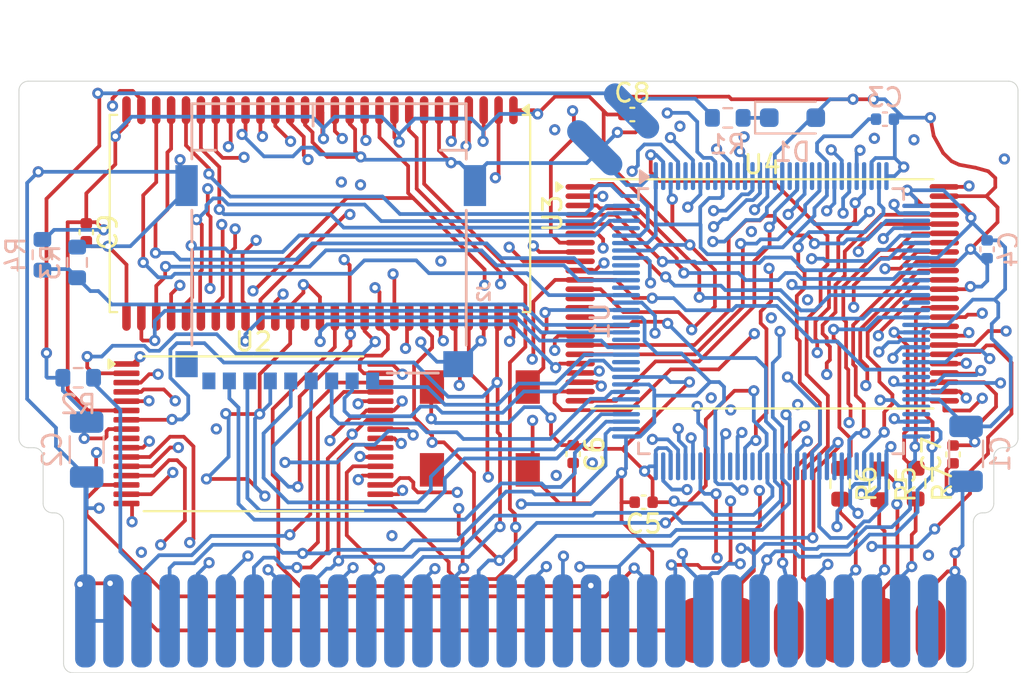
<source format=kicad_pcb>
(kicad_pcb (version 20241229) (generator "pcbnew") (generator_version "9.0")
  (layers (0 "F.Cu" signal) (4 "In1.Cu" signal) (6 "In2.Cu" signal) (2 "B.Cu" signal) (13 "F.Paste" user) (15 "B.Paste" user) (5 "F.SilkS" user "F.Silkscreen") (7 "B.SilkS" user "B.Silkscreen") (1 "F.Mask" user) (3 "B.Mask" user) (25 "Edge.Cuts" user))
  (net 0 "")
  (net 23 "VCC")
  (net 24 "GND")
  (net 26 "/AD_{1}")
  (net 27 "/A_{18}")
  (net 28 "/~{RD}")
  (net 29 "/AD_{11}")
  (net 30 "/AD_{15}")
  (net 31 "/AD_{14}")
  (net 32 "/A_{20}")
  (net 33 "/A_{22}")
  (net 34 "/AD_{5}")
  (net 35 "/A_{21}")
  (net 36 "/AD_{10}")
  (net 37 "/AD_{13}")
  (net 38 "/AD_{12}")
  (net 39 "/AD_{9}")
  (net 40 "/AD_{2}")
  (net 41 "/A_{23}")
  (net 42 "/~{CS_{1}}")
  (net 43 "/A_{17}")
  (net 44 "/A_{16}")
  (net 45 "/A_{19}")
  (net 46 "/~{WR}")
  (net 48 "/AD_{3}")
  (net 49 "/AD_{7}")
  (net 50 "/AD_{8}")
  (net 51 "/AD_{0}")
  (net 52 "/AD_{4}")
  (net 53 "/~{CS_{0}}")
  (net 54 "/AD_{6}")
  (net 55 "/SD_CLK")
  (net 56 "/SD_DAT1")
  (net 57 "/SD_CMD")
  (net 58 "/SD_DAT0")
  (net 59 "/SD_DAT2")
  (net 60 "/SD_DAT3")
  (net 61 "Net-(U1-CLK3)")
  (net 63 "+BATT")
  (net 64 "Net-(D1-K)")
  (net 65 "/SRAM_A16")
  (net 67 "Net-(J1-Pin_4)")
  (net 68 "Net-(J1-Pin_3)")
  (net 69 "Net-(J1-Pin_5)")
  (net 70 "/~{SRAM_FLASH_WE}")
  (net 71 "/~{SRAM_FLASH_OE}")
  (net 72 "/FLASH_A5")
  (net 73 "/FLASH_A0")
  (net 74 "/FLASH_A1")
  (net 75 "/FLASH_A2")
  (net 76 "/FLASH_A4")
  (net 77 "/FLASH_A3")
  (net 78 "/FLASH_A10")
  (net 79 "/FLASH_A11")
  (net 80 "/FLASH_A12")
  (net 81 "/FLASH_A15")
  (net 82 "/FLASH_A13")
  (net 83 "/FLASH_A9")
  (net 84 "/FLASH_A7")
  (net 85 "/FLASH_A6")
  (net 86 "/FLASH_A14")
  (net 87 "/FLASH_A8")
  (net 88 "Net-(J3-Pin_3)")
  (net 89 "Net-(J3-Pin_2)")
  (net 90 "Net-(J3-Pin_5)")
  (net 91 "Net-(J3-Pin_4)")
  (net 93 "/SDRAM_CKE")
  (net 94 "/SDRAM_A12")
  (net 95 "/SDRAM_A6")
  (net 96 "/SDRAM_A4")
  (net 97 "/SDRAM_A3")
  (net 98 "/SDRAM_A8")
  (net 99 "/SDRAM_A1")
  (net 100 "/SDRAM_A2")
  (net 101 "/SDRAM_A7")
  (net 102 "/SDRAM_A10")
  (net 103 "/SDRAM_A5")
  (net 104 "/SDRAM_A9")
  (net 105 "/SDRAM_A0")
  (net 106 "/SDRAM_A11")
  (net 107 "/SDRAM_BA1")
  (net 108 "/SDRAM_BA0")
  (net 109 "/~{SDRAM_CAS}")
  (net 110 "/SDRAM_CLK")
  (net 111 "/~{SDRAM_WE}")
  (net 112 "/~{SDRAM_RAS}")
  (net 113 "/~{FLASH_CE}")
  (footprint "fp:TSOP-I-48_18.4x12mm_P0.5mm" (layer "F.Cu") (at 12.9525 -4.57)
    (property "Reference" "U4")
    (property "Value" "~")
  )
  (footprint "fp:Oscillator" (layer "F.Cu") (at -4.8 4.89 90)
    (property "Reference" "U5" (hide yes))
    (property "Value" "~" (hide yes))
  )
  (footprint "Capacitor_SMD:C_0402_1005Metric" (layer "F.Cu") (at 5.97 -14.21)
    (property "Reference" "C8")
    (property "Value" "C_Small")
  )
  (footprint "fp:JTAG" (layer "F.Cu") (at 10.87 14.66 180)
    (property "Reference" "J3" (hide yes))
    (property "Value" "Conn_01x06" (hide yes))
  )
  (footprint "Capacitor_SMD:C_0402_1005Metric" (layer "F.Cu") (at 2.79 4.04 -90)
    (property "Reference" "C6")
    (property "Value" "C_Small")
  )
  (footprint "fp:TSOP-II-54_22.2x10.16mm_P0.8mm" (layer "F.Cu") (at -10.82 -8.89 -90)
    (property "Reference" "U3")
    (property "Value" "~")
  )
  (footprint "Capacitor_SMD:C_0402_1005Metric" (layer "F.Cu") (at 6.58 6.63 180)
    (property "Reference" "C5")
    (property "Value" "C_Small")
  )
  (footprint "Resistor_SMD:R_0603_1608Metric" (layer "F.Cu") (at 21.2 5.63 -90)
    (property "Reference" "R7")
    (property "Value" "R")
  )
  (footprint "Resistor_SMD:R_0603_1608Metric" (layer "F.Cu") (at 17.14 5.64 -90)
    (property "Reference" "R6")
    (property "Value" "R")
  )
  (footprint "Resistor_SMD:R_0603_1608Metric" (layer "F.Cu") (at 19.24 5.67 -90)
    (property "Reference" "R5")
    (property "Value" "R")
  )
  (footprint "Capacitor_SMD:C_0402_1005Metric" (layer "F.Cu") (at -23.38 -7.88 -90)
    (property "Reference" "C9")
    (property "Value" "C_Small")
  )
  (footprint "Capacitor_SMD:C_0402_1005Metric" (layer "F.Cu") (at 23.21 4.06 90)
    (property "Reference" "C7")
    (property "Value" "C_Small")
  )
  (footprint "fp:TSOP-I-32_11.8x8mm_P0.5mm" (layer "F.Cu") (at -14.395 2.95)
    (property "Reference" "U2")
    (property "Value" "~")
  )
  (footprint "Capacitor_SMD:C_1206_3216Metric" (layer "B.Cu") (at -23.36 3.8 -90)
    (property "Reference" "C2")
    (property "Value" "C")
  )
  (footprint "fp:TQFP-128_14x14mm_P0.4mm" (layer "B.Cu") (at 13.43 -3.1 -90)
    (property "Reference" "U1")
    (property "Value" "~")
  )
  (footprint "Capacitor_SMD:C_1206_3216Metric" (layer "B.Cu") (at 23.91 4.03 90)
    (property "Reference" "C1")
    (property "Value" "C")
  )
  (footprint "Resistor_SMD:R_0603_1608Metric" (layer "B.Cu") (at -25.74 -6.67 -90)
    (property "Reference" "R4")
    (property "Value" "R")
  )
  (footprint "fp:GamePak_CardEdge" (layer "B.Cu") (at -0.025 13.01 180)
    (property "Reference" "J1" (hide yes))
    (property "Value" "GamePak" (hide yes))
  )
  (footprint "fp:Battery" (layer "B.Cu") (at 4.94 -13.41 -135)
    (property "Reference" "BT1" (hide yes))
    (property "Value" "Battery_Cell" (hide yes))
  )
  (footprint "Capacitor_SMD:C_0402_1005Metric" (layer "B.Cu") (at 25.04 -6.965 90)
    (property "Reference" "C4")
    (property "Value" "C_Small")
  )
  (footprint "Resistor_SMD:R_0603_1608Metric" (layer "B.Cu") (at -23.87 -6.26 -90)
    (property "Reference" "R3")
    (property "Value" "R")
  )
  (footprint "Resistor_SMD:R_0603_1608Metric" (layer "B.Cu") (at 11.1 -14.03)
    (property "Reference" "R1")
    (property "Value" "R")
  )
  (footprint "Resistor_SMD:R_0603_1608Metric" (layer "B.Cu") (at -23.815 -0.06)
    (property "Reference" "R2")
    (property "Value" "R")
  )
  (footprint "fp:J_SD_Card-micro_socket_A" (layer "B.Cu") (at -11.205032 -7.311855 180)
    (property "Reference" "J2")
    (property "Value" "Micro_SD_Card" (hide yes))
  )
  (footprint "Diode_SMD:D_SOD-323_HandSoldering" (layer "B.Cu") (at 14.58 -14.04)
    (property "Reference" "D1")
    (property "Value" "D")
  )
  (footprint "Capacitor_SMD:C_0402_1005Metric" (layer "B.Cu") (at 19.55 -13.96 180)
    (property "Reference" "C3")
    (property "Value" "C_Small")
  )
  (gr_line (start -25.7 4.200002) (end -25.7 6.7) (stroke (width 0.05)) (layer "Edge.Cuts"))
  (gr_arc (start 26.2 -16) (mid 26.553553 -15.853553) (end 26.7 -15.5) (stroke (width 0.05)) (layer "Edge.Cuts"))
  (gr_line (start 26.2 3.7) (end 25.9 3.7) (stroke (width 0.05)) (layer "Edge.Cuts"))
  (gr_arc (start -25.1 7.2) (mid -24.746447 7.346447) (end -24.6 7.7) (stroke (width 0.05)) (layer "Edge.Cuts"))
  (gr_line (start 26.2 -16) (end -26.5 -16) (stroke (width 0.05)) (layer "Edge.Cuts"))
  (gr_line (start -25.2 7.2) (end -25.1 7.2) (stroke (width 0.05)) (layer "Edge.Cuts"))
  (gr_arc (start -26.200001 3.700002) (mid -25.846447 3.846448) (end -25.7 4.200002) (stroke (width 0.05)) (layer "Edge.Cuts"))
  (gr_line (start -27 -15.5) (end -27 3.200002) (stroke (width 0.05)) (layer "Edge.Cuts"))
  (gr_arc (start 25.4 6.7) (mid 25.253553 7.053553) (end 24.9 7.2) (stroke (width 0.05)) (layer "Edge.Cuts"))
  (gr_arc (start 26.7 3.2) (mid 26.553553 3.553553) (end 26.2 3.7) (stroke (width 0.05)) (layer "Edge.Cuts"))
  (gr_line (start -26.200001 3.700002) (end -26.5 3.700002) (stroke (width 0.05)) (layer "Edge.Cuts"))
  (gr_line (start 24.3 7.7) (end 24.3 15.3) (stroke (width 0.05)) (layer "Edge.Cuts"))
  (gr_line (start 26.7 -15.5) (end 26.7 3.2) (stroke (width 0.05)) (layer "Edge.Cuts"))
  (gr_line (start 25.4 4.2) (end 25.4 6.7) (stroke (width 0.05)) (layer "Edge.Cuts"))
  (gr_arc (start 24.3 7.7) (mid 24.446447 7.346447) (end 24.8 7.2) (stroke (width 0.05)) (layer "Edge.Cuts"))
  (gr_arc (start -26.5 3.700002) (mid -26.853553 3.553555) (end -27 3.200002) (stroke (width 0.05)) (layer "Edge.Cuts"))
  (gr_arc (start 25.4 4.2) (mid 25.546447 3.846447) (end 25.9 3.7) (stroke (width 0.05)) (layer "Edge.Cuts"))
  (gr_line (start 23.8 15.8) (end -24.1 15.8) (stroke (width 0.05)) (layer "Edge.Cuts"))
  (gr_arc (start 24.3 15.3) (mid 24.153553 15.653553) (end 23.8 15.8) (stroke (width 0.05)) (layer "Edge.Cuts"))
  (gr_arc (start -27 -15.5) (mid -26.853553 -15.853553) (end -26.5 -16) (stroke (width 0.05)) (layer "Edge.Cuts"))
  (gr_line (start 24.8 7.2) (end 24.9 7.2) (stroke (width 0.05)) (layer "Edge.Cuts"))
  (gr_arc (start -25.2 7.2) (mid -25.553553 7.053553) (end -25.7 6.7) (stroke (width 0.05)) (layer "Edge.Cuts"))
  (gr_arc (start -24.1 15.8) (mid -24.453553 15.653553) (end -24.6 15.3) (stroke (width 0.05)) (layer "Edge.Cuts"))
  (gr_line (start -24.6 7.7) (end -24.6 15.3) (stroke (width 0.05)) (layer "Edge.Cuts"))
  (segment (start 8.095 -8.155) (end 4.43 -11.82) (width 0.2) (layer "F.Cu") (net 23))
  (segment (start 7.06 6.63) (end 8.16 6.63) (width 0.2) (layer "F.Cu") (net 23))
  (segment (start 25.6 -8.42) (end 24.15 -6.97) (width 0.2) (layer "F.Cu") (net 23))
  (segment (start 3.66 -15.17) (end 3.48 -15.17) (width 0.2) (layer "F.Cu") (net 23))
  (segment (start 8.45 -3.59) (end 9.16 -2.88) (width 0.2) (layer "F.Cu") (net 23))
  (segment (start 22.17 -13.06) (end 22.68 -12.14) (width 0.2) (layer "F.Cu") (net 23))
  (segment (start 25.48 -10.8) (end 25.48 -10.3) (width 0.2) (layer "F.Cu") (net 23))
  (segment (start -24.38 -8.42) (end -23.38 -8.42) (width 0.2) (layer "F.Cu") (net 23))
  (segment (start 4.26 -4.82) (end 5.49 -3.59) (width 0.2) (layer "F.Cu") (net 23))
  (segment (start 7.06 5.39) (end 7.06 6.63) (width 0.2) (layer "F.Cu") (net 23))
  (segment (start 25.6 -9.22) (end 25.6 -8.42) (width 0.2) (layer "F.Cu") (net 23))
  (segment (start -2.02 -12.8) (end -2.05 -12.77) (width 0.2) (layer "F.Cu") (net 23))
  (segment (start 22.74 -9.82) (end 25 -9.82) (width 0.2) (layer "F.Cu") (net 23))
  (segment (start 3.165 -4.82) (end 4.26 -4.82) (width 0.2) (layer "F.Cu") (net 23))
  (segment (start -22.85 -8.42) (end -22.44 -8.01) (width 0.2) (layer "F.Cu") (net 23))
  (segment (start 5.49 -3.59) (end 8.45 -3.59) (width 0.2) (layer "F.Cu") (net 23))
  (segment (start 24 -4.82) (end 24.14 -4.96) (width 0.2) (layer "F.Cu") (net 23))
  (segment (start -10.69 -12.97) (end -10.69 -14.31) (width 0.2) (layer "F.Cu") (net 23))
  (segment (start -21.22 1.7) (end -23.28 1.7) (width 0.2) (layer "F.Cu") (net 23))
  (segment (start 4.43 -11.82) (end 4.43 -14.4) (width 0.2) (layer "F.Cu") (net 23))
  (segment (start -4.84 0.48) (end -4.8 0.44) (width 0.2) (layer "F.Cu") (net 23))
  (segment (start -23.28 1.7) (end -24.38 0.6) (width 0.2) (layer "F.Cu") (net 23))
  (segment (start -0.42 -14.44) (end 0.68 -14.44) (width 0.2) (layer "F.Cu") (net 23))
  (segment (start 1.81 -15.17) (end 0.88 -14.24) (width 0.2) (layer "F.Cu") (net 23))
  (segment (start 5.49 -14.21) (end 5.49 -14.87) (width 0.2) (layer "F.Cu") (net 23))
  (segment (start -9.22 -6.11) (end -9.52 -6.41) (width 0.2) (layer "F.Cu") (net 23))
  (segment (start -9.22 -3.34) (end -9.22 -6.11) (width 0.2) (layer "F.Cu") (net 23))
  (segment (start -11.91 5.7) (end -12.01 5.8) (width 0.2) (layer "F.Cu") (net 23))
  (segment (start -9.22 -2.43) (end -9.18 -2.39) (width 0.2) (layer "F.Cu") (net 23))
  (segment (start 8.12 -8.14) (end 8.12 -9.66) (width 0.2) (layer "F.Cu") (net 23))
  (segment (start -4.84 2.14) (end -4.84 0.48) (width 0.2) (layer "F.Cu") (net 23))
  (segment (start 21.99 -14.04) (end 22.17 -13.06) (width 0.2) (layer "F.Cu") (net 23))
  (segment (start 23.31 10.35) (end 23.31 9.36) (width 0.2) (layer "F.Cu") (net 23))
  (segment (start 9.06 -7.2) (end 8.12 -8.14) (width 0.2) (layer "F.Cu") (net 23))
  (segment (start -21.22 -13.64) (end -21.82 -13.04) (width 0.2) (layer "F.Cu") (net 23))
  (segment (start 10.41 -3.89) (end 9.16 -2.64) (width 0.2) (layer "F.Cu") (net 23))
  (segment (start -11.91 0.95) (end -11.91 5.7) (width 0.2) (layer "F.Cu") (net 23))
  (segment (start 5.79 -15.17) (end 11.16 -15.17) (width 0.2) (layer "F.Cu") (net 23))
  (segment (start 22.68 -12.14) (end 23.13 -11.7) (width 0.2) (layer "F.Cu") (net 23))
  (segment (start 11.3 -15.03) (end 17.83 -15.03) (width 0.2) (layer "F.Cu") (net 23))
  (segment (start 9.16 -2.88) (end 9.16 -2.64) (width 0.2) (layer "F.Cu") (net 23))
  (segment (start 5.49 -14.87) (end 5.79 -15.17) (width 0.2) (layer "F.Cu") (net 23))
  (segment (start 25.48 -10.3) (end 25 -9.82) (width 0.2) (layer "F.Cu") (net 23))
  (segment (start 23.54 -11.51) (end 24.42 -11.35) (width 0.2) (layer "F.Cu") (net 23))
  (segment (start -6.82 -14.44) (end -6.82 -12.99) (width 0.2) (layer "F.Cu") (net 23))
  (segment (start 3.22 3.56) (end 3.42 3.76) (width 0.2) (layer "F.Cu") (net 23))
  (segment (start 9.06 -7.2) (end 10.41 -5.85) (width 0.2) (layer "F.Cu") (net 23))
  (segment (start 5.43 3.76) (end 5.55 3.88) (width 0.2) (layer "F.Cu") (net 23))
  (segment (start 22.74 -4.82) (end 24 -4.82) (width 0.2) (layer "F.Cu") (net 23))
  (segment (start -10.69 -14.31) (end -10.82 -14.44) (width 0.2) (layer "F.Cu") (net 23))
  (segment (start 23.31 9.36) (end 23.32 9.35) (width 0.2) (layer "F.Cu") (net 23))
  (segment (start 2.16 3.56) (end 3.22 3.56) (width 0.2) (layer "F.Cu") (net 23))
  (segment (start 3.48 -15.17) (end 1.81 -15.17) (width 0.2) (layer "F.Cu") (net 23))
  (segment (start 22.86 4.89) (end 23.21 4.54) (width 0.2) (layer "F.Cu") (net 23))
  (segment (start 5.49 -14.21) (end 4.62 -14.21) (width 0.2) (layer "F.Cu") (net 23))
  (segment (start 3.42 3.76) (end 5.43 3.76) (width 0.2) (layer "F.Cu") (net 23))
  (segment (start 25.1 -11.16) (end 25.48 -10.8) (width 0.2) (layer "F.Cu") (net 23))
  (segment (start 22 11.27) (end 22.92 10.35) (width 0.2) (layer "F.Cu") (net 23))
  (segment (start -9.18 -1.78) (end -11.91 0.95) (width 0.2) (layer "F.Cu") (net 23))
  (segment (start -23.38 -9.97) (end -23.38 -8.42) (width 0.2) (layer "F.Cu") (net 23))
  (segment (start -9.18 -2.39) (end -9.18 -1.78) (width 0.2) (layer "F.Cu") (net 23))
  (segment (start 4.43 -14.4) (end 3.66 -15.17) (width 0.2) (layer "F.Cu") (net 23))
  (segment (start 22.86 5.86) (end 22.86 4.89) (width 0.2) (layer "F.Cu") (net 23))
  (segment (start -2.02 -14.44) (end -2.02 -12.8) (width 0.2) (layer "F.Cu") (net 23))
  (segment (start 8.16 6.63) (end 8.22 6.57) (width 0.2) (layer "F.Cu") (net 23))
  (segment (start -6.82 -12.99) (end -6.56 -12.73) (width 0.2) (layer "F.Cu") (net 23))
  (segment (start -4.33 -2.19) (end -4.19 -2.05) (width 0.2) (layer "F.Cu") (net 23))
  (segment (start -10.63 -12.91) (end -10.69 -12.97) (width 0.2) (layer "F.Cu") (net 23))
  (segment (start -4.33 -3.25) (end -4.33 -2.19) (width 0.2) (layer "F.Cu") (net 23))
  (segment (start 10.41 -5.85) (end 10.41 -3.89) (width 0.2) (layer "F.Cu") (net 23))
  (segment (start -21.22 -14.44) (end -21.22 -13.64) (width 0.2) (layer "F.Cu") (net 23))
  (segment (start 18.93 -15.03) (end 17.83 -15.03) (width 0.2) (layer "F.Cu") (net 23))
  (segment (start 11.16 -15.17) (end 11.3 -15.03) (width 0.2) (layer "F.Cu") (net 23))
  (segment (start -21.82 -13.04) (end -21.82 -11.53) (width 0.2) (layer "F.Cu") (net 23))
  (segment (start 23.13 -11.7) (end 23.54 -11.51) (width 0.2) (layer "F.Cu") (net 23))
  (segment (start -23.38 -8.42) (end -22.85 -8.42) (width 0.2) (layer "F.Cu") (net 23))
  (segment (start -9.22 -3.34) (end -9.22 -2.43) (width 0.2) (layer "F.Cu") (net 23))
  (segment (start 1.6 3) (end 2.16 3.56) (width 0.2) (layer "F.Cu") (net 23))
  (segment (start 8.12 -8.18) (end 8.095 -8.155) (width 0.2) (layer "F.Cu") (net 23))
  (segment (start 22.92 10.35) (end 23.31 10.35) (width 0.2) (layer "F.Cu") (net 23))
  (segment (start 23.01 6.01) (end 22.86 5.86) (width 0.2) (layer "F.Cu") (net 23))
  (segment (start 6.63 4.96) (end 7.06 5.39) (width 0.2) (layer "F.Cu") (net 23))
  (segment (start -21.82 -11.53) (end -23.38 -9.97) (width 0.2) (layer "F.Cu") (net 23))
  (segment (start 8.12 -9.66) (end 8.12 -8.18) (width 0.2) (layer "F.Cu") (net 23))
  (segment (start 22 13.52) (end 22 11.27) (width 0.2) (layer "F.Cu") (net 23))
  (segment (start -24.38 0.6) (end -24.38 -8.42) (width 0.2) (layer "F.Cu") (net 23))
  (segment (start 1.6 2.1) (end 1.6 3) (width 0.2) (layer "F.Cu") (net 23))
  (segment (start 9.04 0.17) (end 5.55 3.66) (width 0.2) (layer "F.Cu") (net 23))
  (segment (start -4.42 -3.34) (end -4.33 -3.25) (width 0.2) (layer "F.Cu") (net 23))
  (segment (start 5.55 3.66) (end 5.55 3.88) (width 0.2) (layer "F.Cu") (net 23))
  (segment (start 25 -9.82) (end 25.6 -9.22) (width 0.2) (layer "F.Cu") (net 23))
  (segment (start 24.42 -11.35) (end 25.1 -11.16) (width 0.2) (layer "F.Cu") (net 23))
  (segment (start 4.62 -14.21) (end 4.43 -14.4) (width 0.2) (layer "F.Cu") (net 23))
  (segment (start 5.55 3.88) (end 6.63 4.96) (width 0.2) (layer "F.Cu") (net 23))
  (segment (start 0.68 -14.44) (end 0.88 -14.24) (width 0.2) (layer "F.Cu") (net 23))
  (via (at -21.82 -13.04) (size 0.6) (drill 0.3) (layers "F.Cu" "B.Cu") (net 23))
  (via (at -10.63 -12.91) (size 0.6) (drill 0.3) (layers "F.Cu" "B.Cu") (net 23))
  (via (at 9.06 -7.2) (size 0.6) (drill 0.3) (layers "F.Cu" "B.Cu") (net 23))
  (via (at 9.16 -2.64) (size 0.6) (drill 0.3) (layers "F.Cu" "B.Cu") (net 23))
  (via (at -12.01 5.8) (size 0.6) (drill 0.3) (layers "F.Cu" "B.Cu") (net 23))
  (via (at 8.22 6.57) (size 0.6) (drill 0.3) (layers "F.Cu" "B.Cu") (net 23))
  (via (at -6.56 -12.73) (size 0.6) (drill 0.3) (layers "F.Cu" "B.Cu") (net 23))
  (via (at 18.93 -15.03) (size 0.6) (drill 0.3) (layers "F.Cu" "B.Cu") (net 23))
  (via (at 20.56 -11.39) (size 0.6) (drill 0.3) (layers "F.Cu" "B.Cu") (net 23))
  (via (at 25.76 0.22) (size 0.6) (drill 0.3) (layers "F.Cu" "B.Cu") (net 23))
  (via (at -4.19 -2.05) (size 0.6) (drill 0.3) (layers "F.Cu" "B.Cu") (net 23))
  (via (at 6.63 4.96) (size 0.6) (drill 0.3) (layers "F.Cu" "B.Cu") (net 23))
  (via (at 17.83 -15.03) (size 0.6) (drill 0.3) (layers "F.Cu" "B.Cu") (net 23))
  (via (at -4.84 2.14) (size 0.6) (drill 0.3) (layers "F.Cu" "B.Cu") (net 23))
  (via (at 8.12 -9.66) (size 0.6) (drill 0.3) (layers "F.Cu" "B.Cu") (net 23))
  (via (at 19.22 -1.45) (size 0.6) (drill 0.3) (layers "F.Cu" "B.Cu") (net 23))
  (via (at 23.32 9.35) (size 0.6) (drill 0.3) (layers "F.Cu" "B.Cu") (net 23))
  (via (at 9.04 0.17) (size 0.6) (drill 0.3) (layers "F.Cu" "B.Cu") (net 23))
  (via (at 18.1 7.23) (size 0.6) (drill 0.3) (layers "F.Cu" "B.Cu") (net 23))
  (via (at -22.44 -8.01) (size 0.6) (drill 0.3) (layers "F.Cu" "B.Cu") (net 23))
  (via (at -2.05 -12.77) (size 0.6) (drill 0.3) (layers "F.Cu" "B.Cu") (net 23))
  (via (at -9.18 -2.39) (size 0.6) (drill 0.3) (layers "F.Cu" "B.Cu") (net 23))
  (via (at 23.01 6.01) (size 0.6) (drill 0.3) (layers "F.Cu" "B.Cu") (net 23))
  (via (at 24.14 -4.96) (size 0.6) (drill 0.3) (layers "F.Cu" "B.Cu") (net 23))
  (via (at 0.88 -14.24) (size 0.6) (drill 0.3) (layers "F.Cu" "B.Cu") (net 23))
  (via (at 23.31 10.35) (size 0.6) (drill 0.3) (layers "F.Cu" "B.Cu") (net 23))
  (via (at -9.52 -6.41) (size 0.6) (drill 0.3) (layers "F.Cu" "B.Cu") (net 23))
  (via (at 24.15 -6.97) (size 0.6) (drill 0.3) (layers "F.Cu" "B.Cu") (net 23))
  (via (at 21.99 -14.04) (size 0.6) (drill 0.3) (layers "F.Cu" "B.Cu") (net 23))
  (via (at 7.19 -2.46) (size 0.6) (drill 0.3) (layers "F.Cu" "B.Cu") (net 23))
  (via (at 1.6 2.1) (size 0.6) (drill 0.3) (layers "F.Cu" "B.Cu") (net 23))
  (segment (start -2.68 -13.99) (end -5.72 -13.99) (width 0.2) (layer "B.Cu") (net 23))
  (segment (start 0.16 1.52) (end 1.02 1.52) (width 0.2) (layer "B.Cu") (net 23))
  (segment (start -20.94 -14.09) (end -21.82 -13.21) (width 0.2) (layer "B.Cu") (net 23))
  (segment (start -7.5 -14.09) (end -10.02 -14.09) (width 0.2) (layer "B.Cu") (net 23))
  (segment (start 16.6 -15.03) (end 17.83 -15.03) (width 0.2) (layer "B.Cu") (net 23))
  (segment (start 18.83 -11.66) (end 19.04 -11.87) (width 0.2) (layer "B.Cu") (net 23))
  (segment (start 8.03 3.93) (end 7.82 3.72) (width 0.2) (layer "B.Cu") (net 23))
  (segment (start 20.4 -2.1) (end 20.27 -1.97) (width 0.2) (layer "B.Cu") (net 23))
  (segment (start 18.83 4.7) (end 18.83 5.46) (width 0.2) (layer "B.Cu") (net 23))
  (segment (start 23.28 -6.1) (end 24.15 -6.97) (width 0.2) (layer "B.Cu") (net 23))
  (segment (start 7.23 3.85) (end 7.23 4.7) (width 0.2) (layer "B.Cu") (net 23))
  (segment (start 19.63 -10.9) (end 20.07 -10.9) (width 0.2) (layer "B.Cu") (net 23))
  (segment (start -22.44 -8.01) (end -25.11 -8.01) (width 0.2) (layer "B.Cu") (net 23))
  (segment (start 13.63 -12.06) (end 16.6 -15.03) (width 0.2) (layer "B.Cu") (net 23))
  (segment (start -0.69 2.37) (end 0.16 1.52) (width 0.2) (layer "B.Cu") (net 23))
  (segment (start -1.17 -14.24) (end -2.05 -13.36) (width 0.2) (layer "B.Cu") (net 23))
  (segment (start 7.75 -0.1) (end 8.02 0.17) (width 0.2) (layer "B.Cu") (net 23))
  (segment (start -11.24 -14.09) (end -20.94 -14.09) (width 0.2) (layer "B.Cu") (net 23))
  (segment (start 20.08 -11.87) (end 20.08 -14.01) (width 0.2) (layer "B.Cu") (net 23))
  (segment (start 19.54 -15.03) (end 20.53 -14.04) (width 0.2) (layer "B.Cu") (net 23))
  (segment (start -6.56 -13.15) (end -6.56 -12.73) (width 0.2) (layer "B.Cu") (net 23))
  (segment (start 5.63 -0.1) (end 7.75 -0.1) (width 0.2) (layer "B.Cu") (net 23))
  (segment (start 24.15 -6.97) (end 24.22 -6.97) (width 0.2) (layer "B.Cu") (net 23))
  (segment (start 8.03 -10.9) (end 8.03 -9.75) (width 0.2) (layer "B.Cu") (net 23))
  (segment (start 8.03 4.7) (end 8.03 3.93) (width 0.2) (layer "B.Cu") (net 23))
  (segment (start -4.61 2.37) (end -2.13 2.37) (width 0.2) (layer "B.Cu") (net 23))
  (segment (start -13.32 3.61) (end -13.32 4.99) (width 0.2) (layer "B.Cu") (net 23))
  (segment (start 13.5 5.85) (end 13.5 6.3) (width 0.2) (layer "B.Cu") (net 23))
  (segment (start 7.36 3.72) (end 7.23 3.85) (width 0.2) (layer "B.Cu") (net 23))
  (segment (start 18.83 -10.9) (end 18.83 -11.66) (width 0.2) (layer "B.Cu") (net 23))
  (segment (start 20.07 -10.9) (end 20.56 -11.39) (width 0.2) (layer "B.Cu") (net 23))
  (segment (start 23.72 5.695001) (end 23.91 5.505001) (width 0.2) (layer "B.Cu") (net 23))
  (segment (start -5.72 -13.99) (end -6.56 -13.15) (width 0.2) (layer "B.Cu") (net 23))
  (segment (start 21.23 -6.1) (end 23.28 -6.1) (width 0.2) (layer "B.Cu") (net 23))
  (segment (start 17.95 5.64) (end 17.68 5.91) (width 0.2) (layer "B.Cu") (net 23))
  (segment (start 7.82 3.72) (end 7.36 3.72) (width 0.2) (layer "B.Cu") (net 23))
  (segment (start 7.05 -6.9) (end 7.35 -7.2) (width 0.2) (layer "B.Cu") (net 23))
  (segment (start 23.32 9.35) (end 23.72 8.95) (width 0.2) (layer "B.Cu") (net 23))
  (segment (start 5.63 -4.1) (end 6.48 -4.1) (width 0.2) (layer "B.Cu") (net 23))
  (segment (start 23.72 8.95) (end 23.72 5.695001) (width 0.2) (layer "B.Cu") (net 23))
  (segment (start -2.05 -13.36) (end -2.68 -13.99) (width 0.2) (layer "B.Cu") (net 23))
  (segment (start -2.05 -13.36) (end -2.05 -12.77) (width 0.2) (layer "B.Cu") (net 23))
  (segment (start -6.56 -13.15) (end -7.5 -14.09) (width 0.2) (layer "B.Cu") (net 23))
  (segment (start -10.63 -13.48) (end -10.63 -12.91) (width 0.2) (layer "B.Cu") (net 23))
  (segment (start 21.23 -2.1) (end 20.4 -2.1) (width 0.2) (layer "B.Cu") (net 23))
  (segment (start 8.03 -9.75) (end 8.12 -9.66) (width 0.2) (layer "B.Cu") (net 23))
  (segment (start -4.84 2.14) (end -4.61 2.37) (width 0.2) (layer "B.Cu") (net 23))
  (segment (start 20.6 -14.04) (end 21.99 -14.04) (width 0.2) (layer "B.Cu") (net 23))
  (segment (start -11.289999 1.579999) (end -13.32 3.61) (width 0.2) (layer "B.Cu") (net 23))
  (segment (start 13.5 6.3) (end 12.49 7.31) (width 0.2) (layer "B.Cu") (net 23))
  (segment (start 25.05 -6.14) (end 25.05 -5.27) (width 0.2) (layer "B.Cu") (net 23))
  (segment (start 20.08 -14.01) (end 20.11 -14.04) (width 0.2) (layer "B.Cu") (net 23))
  (segment (start 6.89 4.7) (end 6.63 4.96) (width 0.2) (layer "B.Cu") (net 23))
  (segment (start -12.51 5.8) (end -12.01 5.8) (width 0.2) (layer "B.Cu") (net 23))
  (segment (start 7.35 -7.2) (end 9.06 -7.2) (width 0.2) (layer "B.Cu") (net 23))
  (segment (start -10.63 -13.48) (end -11.24 -14.09) (width 0.2) (layer "B.Cu") (net 23))
  (segment (start -11.289999 0.11) (end -11.289999 1.579999) (width 0.2) (layer "B.Cu") (net 23))
  (segment (start 21.23 0.7) (end 22.5 0.7) (width 0.2) (layer "B.Cu") (net 23))
  (segment (start 20.27 -1.97) (end 19.74 -1.97) (width 0.2) (layer "B.Cu") (net 23))
  (segment (start -10.02 -14.09) (end -10.63 -13.48) (width 0.2) (layer "B.Cu") (net 23))
  (segment (start 10.32 7.31) (end 9.71 6.7) (width 0.2) (layer "B.Cu") (net 23))
  (segment (start 13.23 4.7) (end 13.23 5.58) (width 0.2) (layer "B.Cu") (net 23))
  (segment (start 12.49 7.31) (end 10.32 7.31) (width 0.2) (layer "B.Cu") (net 23))
  (segment (start 18.65 5.64) (end 17.95 5.64) (width 0.2) (layer "B.Cu") (net 23))
  (segment (start 22.98 0.22) (end 25.76 0.22) (width 0.2) (layer "B.Cu") (net 23))
  (segment (start 19.04 -11.87) (end 20.08 -11.87) (width 0.2) (layer "B.Cu") (net 23))
  (segment (start 23.38 13.01) (end 23.38 10.42) (width 0.2) (layer "B.Cu") (net 23))
  (segment (start 25.05 -5.27) (end 24.74 -4.96) (width 0.2) (layer "B.Cu") (net 23))
  (segment (start 24.22 -6.97) (end 25.05 -6.14) (width 0.2) (layer "B.Cu") (net 23))
  (segment (start 23.38 10.42) (end 23.31 10.35) (width 0.2) (layer "B.Cu") (net 23))
  (segment (start 5.63 -6.9) (end 7.05 -6.9) (width 0.2) (layer "B.Cu") (net 23))
  (segment (start -25.11 -8.01) (end -25.43 -7.69) (width 0.2) (layer "B.Cu") (net 23))
  (segment (start 23.91 5.505001) (end 23.405001 6.01) (width 0.2) (layer "B.Cu") (net 23))
  (segment (start 9.71 6.7) (end 8.35 6.7) (width 0.2) (layer "B.Cu") (net 23))
  (segment (start 8.02 0.17) (end 9.04 0.17) (width 0.2) (layer "B.Cu") (net 23))
  (segment (start 17.68 6.81) (end 18.1 7.23) (width 0.2) (layer "B.Cu") (net 23))
  (segment (start 1.02 1.52) (end 1.6 2.1) (width 0.2) (layer "B.Cu") (net 23))
  (segment (start 6.48 -4.1) (end 7.19 -3.39) (width 0.2) (layer "B.Cu") (net 23))
  (segment (start -21.82 -13.21) (end -21.82 -13.04) (width 0.2) (layer "B.Cu") (net 23))
  (segment (start 0.88 -14.24) (end -1.17 -14.24) (width 0.2) (layer "B.Cu") (net 23))
  (segment (start 8.35 6.7) (end 8.22 6.57) (width 0.2) (layer "B.Cu") (net 23))
  (segment (start 22.5 0.7) (end 22.98 0.22) (width 0.2) (layer "B.Cu") (net 23))
  (segment (start 20.53 -14.04) (end 20.6 -14.04) (width 0.2) (layer "B.Cu") (net 23))
  (segment (start 18.83 5.46) (end 18.65 5.64) (width 0.2) (layer "B.Cu") (net 23))
  (segment (start 18.93 -15.03) (end 19.54 -15.03) (width 0.2) (layer "B.Cu") (net 23))
  (segment (start 7.19 -3.39) (end 7.19 -2.46) (width 0.2) (layer "B.Cu") (net 23))
  (segment (start 13.63 -10.9) (end 13.63 -12.06) (width 0.2) (layer "B.Cu") (net 23))
  (segment (start 23.405001 6.01) (end 23.01 6.01) (width 0.2) (layer "B.Cu") (net 23))
  (segment (start -2.13 2.37) (end -0.69 2.37) (width 0.2) (layer "B.Cu") (net 23))
  (segment (start 7.23 4.7) (end 6.89 4.7) (width 0.2) (layer "B.Cu") (net 23))
  (segment (start -13.32 4.99) (end -12.51 5.8) (width 0.2) (layer "B.Cu") (net 23))
  (segment (start 24.74 -4.96) (end 24.14 -4.96) (width 0.2) (layer "B.Cu") (net 23))
  (segment (start 13.23 5.58) (end 13.5 5.85) (width 0.2) (layer "B.Cu") (net 23))
  (segment (start 20.11 -14.04) (end 20.6 -14.04) (width 0.2) (layer "B.Cu") (net 23))
  (segment (start 17.68 5.91) (end 17.68 6.81) (width 0.2) (layer "B.Cu") (net 23))
  (segment (start 20.08 -11.87) (end 20.56 -11.39) (width 0.2) (layer "B.Cu") (net 23))
  (segment (start 19.74 -1.97) (end 19.22 -1.45) (width 0.2) (layer "B.Cu") (net 23))
  (segment (start -8.93 -12.23) (end -8.63 -11.93) (width 0.2) (layer "F.Cu") (net 24))
  (segment (start 2.05 6.69) (end 2.83 6.69) (width 0.2) (layer "F.Cu") (net 24))
  (segment (start 5.39 6.66) (end 5.39 7.64) (width 0.2) (layer "F.Cu") (net 24))
  (segment (start -2.02 -3.34) (end -2.02 -2.18) (width 0.2) (layer "F.Cu") (net 24))
  (segment (start -22.21 -7.13) (end -23.11 -7.13) (width 0.2) (layer "F.Cu") (net 24))
  (segment (start -6.82 3.2) (end -7.57 3.2) (width 0.2) (layer "F.Cu") (net 24))
  (segment (start 23.22 3.57) (end 24.19 3.57) (width 0.2) (layer "F.Cu") (net 24))
  (segment (start -21.22 -3.34) (end -21.22 -6.14) (width 0.2) (layer "F.Cu") (net 24))
  (segment (start 22.74 -9.32) (end 23.75 -9.32) (width 0.2) (layer "F.Cu") (net 24))
  (segment (start 6.14 -13.25) (end 5.17 -13.25) (width 0.2) (layer "F.Cu") (net 24))
  (segment (start -9.22 -13.7) (end -8.93 -13.41) (width 0.2) (layer "F.Cu") (net 24))
  (segment (start 7.04 9.29) (end 7.04 13.52) (width 0.2) (layer "F.Cu") (net 24))
  (segment (start -12.42 -3.92) (end -11.71 -4.63) (width 0.2) (layer "F.Cu") (net 24))
  (segment (start -2.02 -2.18) (end -2.16 -2.04) (width 0.2) (layer "F.Cu") (net 24))
  (segment (start 6.45 -13.56) (end 6.14 -13.25) (width 0.2) (layer "F.Cu") (net 24))
  (segment (start -4.42 -12.27) (end -3.77 -11.62) (width 0.2) (layer "F.Cu") (net 24))
  (segment (start -14.82 -14.44) (end -14.82 -13.33) (width 0.2) (layer "F.Cu") (net 24))
  (segment (start 9.3 13.52) (end -19.57 13.52) (width 0.2) (layer "F.Cu") (net 24))
  (segment (start -6.55 3.47) (end -6.82 3.2) (width 0.2) (layer "F.Cu") (net 24))
  (segment (start -11.22 -12.72) (end -10.43 -11.93) (width 0.2) (layer "F.Cu") (net 24))
  (segment (start 23.21 3.58) (end 23.22 3.57) (width 0.2) (layer "F.Cu") (net 24))
  (segment (start 0.61 2.23) (end 0.61 5.25) (width 0.2) (layer "F.Cu") (net 24))
  (segment (start -6.82 -3.34) (end -6.82 -5.57) (width 0.2) (layer "F.Cu") (net 24))
  (segment (start -0.42 -2.23) (end -0.63 -2.02) (width 0.2) (layer "F.Cu") (net 24))
  (segment (start -9.22 -14.44) (end -9.22 -13.7) (width 0.2) (layer "F.Cu") (net 24))
  (segment (start -0.42 -3.34) (end -0.42 -2.23) (width 0.2) (layer "F.Cu") (net 24))
  (segment (start 24.88 0.18) (end 25.52 0.82) (width 0.2) (layer "F.Cu") (net 24))
  (segment (start 6.1 6.63) (end 5.42 6.63) (width 0.2) (layer "F.Cu") (net 24))
  (segment (start -12.42 -3.34) (end -12.42 -1.89) (width 0.2) (layer "F.Cu") (net 24))
  (segment (start -14.7 5.38) (end -13.78 6.3) (width 0.2) (layer "F.Cu") (net 24))
  (segment (start 24.17 -8.9) (end 24.17 -8.67) (width 0.2) (layer "F.Cu") (net 24))
  (segment (start -23.67 10.99) (end -23.72 11.04) (width 0.2) (layer "F.Cu") (net 24))
  (segment (start -14.82 -13.33) (end -15.01 -13.14) (width 0.2) (layer "F.Cu") (net 24))
  (segment (start -6.45 3.47) (end -6.55 3.47) (width 0.2) (layer "F.Cu") (net 24))
  (segment (start 6.45 -14.21) (end 6.45 -13.56) (width 0.2) (layer "F.Cu") (net 24))
  (segment (start -11.22 -13.25) (end -11.22 -12.72) (width 0.2) (layer "F.Cu") (net 24))
  (segment (start -6.82 -5.57) (end -6.89 -5.64) (width 0.2) (layer "F.Cu") (net 24))
  (segment (start -21.22 -6.14) (end -22.21 -7.13) (width 0.2) (layer "F.Cu") (net 24))
  (segment (start -12.42 -1.89) (end -14.06 -0.25) (width 0.2) (layer "F.Cu") (net 24))
  (segment (start 0.61 5.25) (end 2.05 6.69) (width 0.2) (layer "F.Cu") (net 24))
  (segment (start -16.92 5.38) (end -14.7 5.38) (width 0.2) (layer "F.Cu") (net 24))
  (segment (start 21.57 -9.32) (end 20.75 -10.14) (width 0.2) (layer "F.Cu") (net 24))
  (segment (start -8.93 -13.41) (end -8.93 -12.23) (width 0.2) (layer "F.Cu") (net 24))
  (segment (start 5.39 5.05) (end 5.39 6.66) (width 0.2) (layer "F.Cu") (net 24))
  (segment (start 25.52 0.82) (end 25.52 1.5) (width 0.2) (layer "F.Cu") (net 24))
  (segment (start 7.04 13.52) (end 9.3 13.52) (width 0.2) (layer "F.Cu") (net 24))
  (segment (start 25.52 1.5) (end 24.38 2.64) (width 0.2) (layer "F.Cu") (net 24))
  (segment (start -14.06 -0.25) (end -14.06 1.89) (width 0.2) (layer "F.Cu") (net 24))
  (segment (start 23.75 -9.32) (end 24.17 -8.9) (width 0.2) (layer "F.Cu") (net 24))
  (segment (start -15.86 1.89) (end -15.88 1.87) (width 0.2) (layer "F.Cu") (net 24))
  (segment (start -19.57 13.52) (end -22.1 10.99) (width 0.2) (layer "F.Cu") (net 24))
  (segment (start 5.42 6.63) (end 5.39 6.66) (width 0.2) (layer "F.Cu") (net 24))
  (segment (start -12.42 -3.34) (end -12.42 -3.92) (width 0.2) (layer "F.Cu") (net 24))
  (segment (start -10.43 -11.93) (end -8.63 -11.93) (width 0.2) (layer "F.Cu") (net 24))
  (segment (start 22.74 0.18) (end 24.88 0.18) (width 0.2) (layer "F.Cu") (net 24))
  (segment (start 24.19 3.57) (end 24.38 3.38) (width 0.2) (layer "F.Cu") (net 24))
  (segment (start -11.71 -4.63) (end -11.71 -5.07) (width 0.2) (layer "F.Cu") (net 24))
  (segment (start 24.38 2.64) (end 24.38 3.38) (width 0.2) (layer "F.Cu") (net 24))
  (segment (start 2.83 4.56) (end 2.83 6.69) (width 0.2) (layer "F.Cu") (net 24))
  (segment (start -11.62 -13.65) (end -11.22 -13.25) (width 0.2) (layer "F.Cu") (net 24))
  (segment (start -10.82 -3.34) (end -10.82 -4.4) (width 0.2) (layer "F.Cu") (net 24))
  (segment (start -14.06 1.89) (end -15.86 1.89) (width 0.2) (layer "F.Cu") (net 24))
  (segment (start 2.79 4.52) (end 2.83 4.56) (width 0.2) (layer "F.Cu") (net 24))
  (segment (start 2.83 6.69) (end 3.75 6.69) (width 0.2) (layer "F.Cu") (net 24))
  (segment (start 5.39 7.64) (end 7.04 9.29) (width 0.2) (layer "F.Cu") (net 24))
  (segment (start -11.49 -5.07) (end -11.71 -5.07) (width 0.2) (layer "F.Cu") (net 24))
  (segment (start 3.75 6.69) (end 5.39 5.05) (width 0.2) (layer "F.Cu") (net 24))
  (segment (start -22.1 10.99) (end -23.67 10.99) (width 0.2) (layer "F.Cu") (net 24))
  (segment (start -10.82 -4.4) (end -11.49 -5.07) (width 0.2) (layer "F.Cu") (net 24))
  (segment (start 22.74 -9.32) (end 21.57 -9.32) (width 0.2) (layer "F.Cu") (net 24))
  (segment (start -23.11 -7.13) (end -23.38 -7.4) (width 0.2) (layer "F.Cu") (net 24))
  (segment (start -4.42 -14.44) (end -4.42 -12.27) (width 0.2) (layer "F.Cu") (net 24))
  (segment (start -11.62 -14.44) (end -11.62 -13.65) (width 0.2) (layer "F.Cu") (net 24))
  (via (at -5.4 -1.98) (size 0.6) (drill 0.3) (layers "F.Cu" "B.Cu") (net 24))
  (via (at -6.95 8.43) (size 0.6) (drill 0.3) (layers "F.Cu" "B.Cu") (net 24))
  (via (at 24.38 3.38) (size 0.6) (drill 0.3) (layers "F.Cu" "B.Cu") (net 24))
  (via (at -14.06 1.89) (size 0.6) (drill 0.3) (layers "F.Cu" "B.Cu") (net 24))
  (via (at 25.97 -11.82) (size 0.6) (drill 0.3) (layers "F.Cu" "B.Cu") (net 24))
  (via (at -13.78 6.3) (size 0.6) (drill 0.3) (layers "F.Cu" "B.Cu") (net 24))
  (via (at 0 6.73) (size 0.6) (drill 0.3) (layers "F.Cu" "B.Cu") (net 24))
  (via (at -23.72 11.04) (size 0.6) (drill 0.3) (layers "F.Cu" "B.Cu") (net 24))
  (via (at -25.96 -11.13) (size 0.6) (drill 0.3) (layers "F.Cu" "B.Cu") (net 24))
  (via (at -6.45 3.47) (size 0.6) (drill 0.3) (layers "F.Cu" "B.Cu") (net 24))
  (via (at 18.72 -8.99) (size 0.6) (drill 0.3) (layers "F.Cu" "B.Cu") (net 24))
  (via (at -22.69 6.95) (size 0.6) (drill 0.3) (layers "F.Cu" "B.Cu") (net 24))
  (via (at -2.16 -2.04) (size 0.6) (drill 0.3) (layers "F.Cu" "B.Cu") (net 24))
  (via (at -16.92 5.38) (size 0.6) (drill 0.3) (layers "F.Cu" "B.Cu") (net 24))
  (via (at -0.63 -2.02) (size 0.6) (drill 0.3) (layers "F.Cu" "B.Cu") (net 24))
  (via (at -11.71 -5.07) (size 0.6) (drill 0.3) (layers "F.Cu" "B.Cu") (net 24))
  (via (at 21.89 9.48) (size 0.6) (drill 0.3) (layers "F.Cu" "B.Cu") (net 24))
  (via (at -3.77 -11.62) (size 0.6) (drill 0.3) (layers "F.Cu" "B.Cu") (net 24))
  (via (at -15.01 -13.14) (size 0.6) (drill 0.3) (layers "F.Cu" "B.Cu") (net 24))
  (via (at -18.34 -11.78) (size 0.6) (drill 0.3) (layers "F.Cu" "B.Cu") (net 24))
  (via (at -15.88 1.87) (size 0.6) (drill 0.3) (layers "F.Cu" "B.Cu") (net 24))
  (via (at -8.63 -11.93) (size 0.6) (drill 0.3) (layers "F.Cu" "B.Cu") (net 24))
  (via (at -22.1 10.99) (size 0.6) (drill 0.3) (layers "F.Cu" "B.Cu") (net 24))
  (via (at -6.89 -5.64) (size 0.6) (drill 0.3) (layers "F.Cu" "B.Cu") (net 24))
  (via (at -22.21 -7.13) (size 0.6) (drill 0.3) (layers "F.Cu" "B.Cu") (net 24))
  (via (at 11.92 5.98) (size 0.6) (drill 0.3) (layers "F.Cu" "B.Cu") (net 24))
  (via (at 19.87 3.64) (size 0.6) (drill 0.3) (layers "F.Cu" "B.Cu") (net 24))
  (via (at 5.17 -13.25) (size 0.6) (drill 0.3) (layers "F.Cu" "B.Cu") (net 24))
  (via (at 24.17 -8.67) (size 0.6) (drill 0.3) (layers "F.Cu" "B.Cu") (net 24))
  (via (at 5.39 5.05) (size 0.6) (drill 0.3) (layers "F.Cu" "B.Cu") (net 24))
  (via (at 0.61 2.23) (size 0.6) (drill 0.3) (layers "F.Cu" "B.Cu") (net 24))
  (via (at 20.75 -10.14) (size 0.6) (drill 0.3) (layers "F.Cu" "B.Cu") (net 24))
  (segment (start 17.76 -13.04) (end 16.27 -13.04) (width 0.2) (layer "B.Cu") (net 24))
  (segment (start 6.46 -10.42) (end 5.66 -10.42) (width 0.2) (layer "B.Cu") (net 24))
  (segment (start 13.03 -7.07) (end 12.66 -6.7) (width 0.2) (layer "B.Cu") (net 24))
  (segment (start 25.29 -2.96) (end 25.64 -3.31) (width 0.2) (layer "B.Cu") (net 24))
  (segment (start 7.24 -8.3) (end 7.23 -8.31) (width 0.2) (layer "B.Cu") (net 24))
  (segment (start -26.56 -10.53) (end -25.96 -11.13) (width 0.2) (layer "B.Cu") (net 24))
  (segment (start 7.23 -10.9) (end 6.94 -10.9) (width 0.2) (layer "B.Cu") (net 24))
  (segment (start -2.2916 -11.14) (end -1.8316 -11.6) (width 0.2) (layer "B.Cu") (net 24))
  (segment (start 15.545 -8.555) (end 15.78 -8.32) (width 0.2) (layer "B.Cu") (net 24))
  (segment (start -23.825 -7.13) (end -23.87 -7.085) (width 0.2) (layer "B.Cu") (net 24))
  (segment (start 12.66 -6.7) (end 10 -6.7) (width 0.2) (layer "B.Cu") (net 24))
  (segment (start -23.72 12.72) (end -23.43 13.01) (width 0.2) (layer "B.Cu") (net 24))
  (segment (start 24.27 -4.26) (end 25.45 -4.26) (width 0.2) (layer "B.Cu") (net 24))
  (segment (start 14.06 -7.07) (end 13.03 -7.07) (width 0.2) (layer "B.Cu") (net 24))
  (segment (start -23.43 13.01) (end -23.43 5.345001) (width 0.2) (layer "B.Cu") (net 24))
  (segment (start -18.34 -9.8) (end -21.01 -7.13) (width 0.2) (layer "B.Cu") (net 24))
  (segment (start 18.07 -8.32) (end 18.72 -8.97) (width 0.2) (layer "B.Cu") (net 24))
  (segment (start 10.1 -9.72) (end 9.62 -9.24) (width 0.2) (layer "B.Cu") (net 24))
  (segment (start -22.21 -7.13) (end -23.825 -7.13) (width 0.2) (layer "B.Cu") (net 24))
  (segment (start 25.205 -7.445) (end 24.17 -8.48) (width 0.2) (layer "B.Cu") (net 24))
  (segment (start 16.015 4.7) (end 16.015 7.945) (width 0.2) (layer "B.Cu") (net 24))
  (segment (start 25.225001 2.554999) (end 26.31 1.47) (width 0.2) (layer "B.Cu") (net 24))
  (segment (start -13.489999 1.319999) (end -14.06 1.89) (width 0.2) (layer "B.Cu") (net 24))
  (segment (start 22.91 -2.9) (end 24.27 -4.26) (width 0.2) (layer "B.Cu") (net 24))
  (segment (start 10.15 0.17) (end 9.42 0.9) (width 0.2) (layer "B.Cu") (net 24))
  (segment (start -23.43 5.345001) (end -23.36 5.275001) (width 0.2) (layer "B.Cu") (net 24))
  (segment (start 24.17 -8.48) (end 24.17 -8.67) (width 0.2) (layer "B.Cu") (net 24))
  (segment (start -23.36 5.275001) (end -25.01 3.625001) (width 0.2) (layer "B.Cu") (net 24))
  (segment (start 21.23 -2.9) (end 22.91 -2.9) (width 0.2) (layer "B.Cu") (net 24))
  (segment (start 6.8 -7.3) (end 7.23 -7.73) (width 0.2) (layer "B.Cu") (net 24))
  (segment (start -21.01 -7.13) (end -22.21 -7.13) (width 0.2) (layer "B.Cu") (net 24))
  (segment (start 22.7 -10.14) (end 20.75 -10.14) (width 0.2) (layer "B.Cu") (net 24))
  (segment (start 25.64 -4.07) (end 25.45 -4.26) (width 0.2) (layer "B.Cu") (net 24))
  (segment (start -22.1 12.83) (end -21.92 13.01) (width 0.2) (layer "B.Cu") (net 24))
  (segment (start 18.43 7.66) (end 18.7 7.66) (width 0.2) (layer "B.Cu") (net 24))
  (segment (start 10.9 0.43) (end 10.64 0.17) (width 0.2) (layer "B.Cu") (net 24))
  (segment (start 7.15 2.34) (end 7.15 0.9) (width 0.2) (layer "B.Cu") (net 24))
  (segment (start 11.31 5.66) (end 11.63 5.98) (width 0.2) (layer "B.Cu") (net 24))
  (segment (start 18.7 7.66) (end 19.63 6.73) (width 0.2) (layer "B.Cu") (net 24))
  (segment (start 26.31 1.47) (end 26.31 -1.15) (width 0.2) (layer "B.Cu") (net 24))
  (segment (start 7.29 -1.37) (end 6.63 -2.03) (width 0.2) (layer "B.Cu") (net 24))
  (segment (start -25.01 2.63) (end -26.56 1.08) (width 0.2) (layer "B.Cu") (net 24))
  (segment (start 9.42 0.9) (end 7.15 0.9) (width 0.2) (layer "B.Cu") (net 24))
  (segment (start 23.91 2.91) (end 24.38 3.38) (width 0.2) (layer "B.Cu") (net 24))
  (segment (start 22.38 -6.5) (end 24.17 -8.29) (width 0.2) (layer "B.Cu") (net 24))
  (segment (start 10.9 1.18) (end 10.9 0.43) (width 0.2) (layer "B.Cu") (net 24))
  (segment (start -13.489999 0.11) (end -13.489999 1.319999) (width 0.2) (layer "B.Cu") (net 24))
  (segment (start 19.63 4.7) (end 19.63 3.88) (width 0.2) (layer "B.Cu") (net 24))
  (segment (start 25.635 -7.445) (end 25.205 -7.445) (width 0.2) (layer "B.Cu") (net 24))
  (segment (start 15.78 -8.32) (end 18.07 -8.32) (width 0.2) (layer "B.Cu") (net 24))
  (segment (start 10 -6.7) (end 9.64 -7.06) (width 0.2) (layer "B.Cu") (net 24))
  (segment (start 26.01 -7.07) (end 25.635 -7.445) (width 0.2) (layer "B.Cu") (net 24))
  (segment (start 5.63 3.1) (end 6.39 3.1) (width 0.2) (layer "B.Cu") (net 24))
  (segment (start 21.23 -9.3) (end 21.23 -9.66) (width 0.2) (layer "B.Cu") (net 24))
  (segment (start 21.23 -6.5) (end 22.38 -6.5) (width 0.2) (layer "B.Cu") (net 24))
  (segment (start -8.77 -12.07) (end -8.63 -11.93) (width 0.2) (layer "B.Cu") (net 24))
  (segment (start 21.23 1.1) (end 22.455001 1.1) (width 0.2) (layer "B.Cu") (net 24))
  (segment (start 7.23 -7.73) (end 7.23 -8.31) (width 0.2) (layer "B.Cu") (net 24))
  (segment (start -11.8 -12.43) (end -11.18 -12.43) (width 0.2) (layer "B.Cu") (net 24))
  (segment (start 25.45 -4.26) (end 26.01 -4.82) (width 0.2) (layer "B.Cu") (net 24))
  (segment (start 10.43 1.65) (end 10.9 1.18) (width 0.2) (layer "B.Cu") (net 24))
  (segment (start 18.72 -8.97) (end 18.72 -8.99) (width 0.2) (layer "B.Cu") (net 24))
  (segment (start 5.63 4.81) (end 5.39 5.05) (width 0.2) (layer "B.Cu") (net 24))
  (segment (start 16.43 -11.68) (end 16.43 -10.9) (width 0.2) (layer "B.Cu") (net 24))
  (segment (start 6.39 3.1) (end 7.15 2.34) (width 0.2) (layer "B.Cu") (net 24))
  (segment (start 7.15 0.59) (end 6.86 0.3) (width 0.2) (layer "B.Cu") (net 24))
  (segment (start 10.64 0.17) (end 10.15 0.17) (width 0.2) (layer "B.Cu") (net 24))
  (segment (start 24.17 -8.67) (end 22.7 -10.14) (width 0.2) (layer "B.Cu") (net 24))
  (segment (start -8.63 -11.93) (end -8.48 -11.78) (width 0.2) (layer "B.Cu") (net 24))
  (segment (start -23.72 11.04) (end -23.72 12.72) (width 0.2) (layer "B.Cu") (net 24))
  (segment (start -3.31 -11.62) (end -2.83 -11.14) (width 0.2) (layer "B.Cu") (net 24))
  (segment (start -26.56 1.08) (end -26.56 -10.53) (width 0.2) (layer "B.Cu") (net 24))
  (segment (start 21.23 -9.66) (end 20.75 -10.14) (width 0.2) (layer "B.Cu") (net 24))
  (segment (start 10.15 0.17) (end 8.61 -1.37) (width 0.2) (layer "B.Cu") (net 24))
  (segment (start 6.63 -3.14) (end 6.47 -3.3) (width 0.2) (layer "B.Cu") (net 24))
  (segment (start -8.48 -11.78) (end -3.93 -11.78) (width 0.2) (layer "B.Cu") (net 24))
  (segment (start 9.64 -8.28) (end 9.62 -8.3) (width 0.2) (layer "B.Cu") (net 24))
  (segment (start 16.62 8.55) (end 17.54 8.55) (width 0.2) (layer "B.Cu") (net 24))
  (segment (start 9.62 -8.3) (end 7.24 -8.3) (width 0.2) (layer "B.Cu") (net 24))
  (segment (start -18.34 -11.13) (end -18.34 -11.6916) (width 0.2) (layer "B.Cu") (net 24))
  (segment (start -2.83 -11.14) (end -2.2916 -11.14) (width 0.2) (layer "B.Cu") (net 24))
  (segment (start -1.8316 -11.6) (end 3.52 -11.6) (width 0.2) (layer "B.Cu") (net 24))
  (segment (start -15.88 1.87) (end -15.73 2.02) (width 0.2) (layer "B.Cu") (net 24))
  (segment (start 6.94 -10.9) (end 6.46 -10.42) (width 0.2) (layer "B.Cu") (net 24))
  (segment (start 5.66 -10.42) (end 4 -12.08) (width 0.2) (layer "B.Cu") (net 24))
  (segment (start 10.43 5.51) (end 10.58 5.66) (width 0.2) (layer "B.Cu") (net 24))
  (segment (start -15.01 -13.14) (end -13.83 -11.96) (width 0.2) (layer "B.Cu") (net 24))
  (segment (start 6.47 -3.3) (end 5.63 -3.3) (width 0.2) (layer "B.Cu") (net 24))
  (segment (start 15.545 -8.555) (end 14.06 -7.07) (width 0.2) (layer "B.Cu") (net 24))
  (segment (start 16.43 -9.85) (end 15.76 -9.18) (width 0.2) (layer "B.Cu") (net 24))
  (segment (start -25.96 -11.13) (end -18.34 -11.13) (width 0.2) (layer "B.Cu") (net 24))
  (segment (start -10.82 -12.07) (end -8.77 -12.07) (width 0.2) (layer "B.Cu") (net 24))
  (segment (start 16.015 7.945) (end 16.62 8.55) (width 0.2) (layer "B.Cu") (net 24))
  (segment (start -25.01 3.625001) (end -25.01 2.63) (width 0.2) (layer "B.Cu") (net 24))
  (segment (start 24.17 -8.29) (end 24.17 -8.67) (width 0.2) (layer "B.Cu") (net 24))
  (segment (start -18.34 -11.78) (end -18.34 -9.8) (width 0.2) (layer "B.Cu") (net 24))
  (segment (start 15.76 -8.77) (end 15.545 -8.555) (width 0.2) (layer "B.Cu") (net 24))
  (segment (start 10.43 4.7) (end 10.43 1.65) (width 0.2) (layer "B.Cu") (net 24))
  (segment (start -13.83 -11.96) (end -12.27 -11.96) (width 0.2) (layer "B.Cu") (net 24))
  (segment (start -22.1 10.99) (end -22.1 12.83) (width 0.2) (layer "B.Cu") (net 24))
  (segment (start 10.83 -9.84) (end 10.71 -9.72) (width 0.2) (layer "B.Cu") (net 24))
  (segment (start 5.63 3.1) (end 5.63 4.81) (width 0.2) (layer "B.Cu") (net 24))
  (segment (start 16.27 -13.04) (end 15.9 -12.67) (width 0.2) (layer "B.Cu") (net 24))
  (segment (start -23.36 6.95) (end -23.36 5.275001) (width 0.2) (layer "B.Cu") (net 24))
  (segment (start 7.15 0.9) (end 7.15 0.59) (width 0.2) (layer "B.Cu") (net 24))
  (segment (start 8.61 -1.37) (end 7.29 -1.37) (width 0.2) (layer "B.Cu") (net 24))
  (segment (start 26.31 -1.15) (end 25.29 -2.17) (width 0.2) (layer "B.Cu") (net 24))
  (segment (start 22.455001 1.1) (end 23.91 2.554999) (width 0.2) (layer "B.Cu") (net 24))
  (segment (start -3.77 -11.62) (end -3.31 -11.62) (width 0.2) (layer "B.Cu") (net 24))
  (segment (start -3.28 -0.92) (end -2.16 -2.04) (width 0.2) (layer "B.Cu") (net 24))
  (segment (start -14.06 1.89) (end -14.31 2.14) (width 0.2) (layer "B.Cu") (net 24))
  (segment (start 7.23 -8.31) (end 7.23 -10.9) (width 0.2) (layer "B.Cu") (net 24))
  (segment (start 10.58 5.66) (end 11.31 5.66) (width 0.2) (layer "B.Cu") (net 24))
  (segment (start -5.4 -1.98) (end -5.4 -1.79) (width 0.2) (layer "B.Cu") (net 24))
  (segment (start -12.27 -11.96) (end -11.8 -12.43) (width 0.2) (layer "B.Cu") (net 24))
  (segment (start 25.64 -3.31) (end 25.64 -4.07) (width 0.2) (layer "B.Cu") (net 24))
  (segment (start 3.52 -11.6) (end 5.17 -13.25) (width 0.2) (layer "B.Cu") (net 24))
  (segment (start 4 -12.08) (end 5.17 -13.25) (width 0.2) (layer "B.Cu") (net 24))
  (segment (start -21.92 13.01) (end -23.43 13.01) (width 0.2) (layer "B.Cu") (net 24))
  (segment (start 3.71 6.73) (end 0 6.73) (width 0.2) (layer "B.Cu") (net 24))
  (segment (start 5.63 -7.3) (end 6.8 -7.3) (width 0.2) (layer "B.Cu") (net 24))
  (segment (start -5.4 -1.79) (end -4.53 -0.92) (width 0.2) (layer "B.Cu") (net 24))
  (segment (start 10.43 4.7) (end 10.43 5.51) (width 0.2) (layer "B.Cu") (net 24))
  (segment (start -15.73 4.19) (end -16.92 5.38) (width 0.2) (layer "B.Cu") (net 24))
  (segment (start 19.63 6.73) (end 19.63 4.7) (width 0.2) (layer "B.Cu") (net 24))
  (segment (start 19.63 3.88) (end 19.87 3.64) (width 0.2) (layer "B.Cu") (net 24))
  (segment (start 6.86 0.3) (end 5.63 0.3) (width 0.2) (layer "B.Cu") (net 24))
  (segment (start 19.07 -13.96) (end 18.68 -13.96) (width 0.2) (layer "B.Cu") (net 24))
  (segment (start -15.73 2.02) (end -15.73 4.19) (width 0.2) (layer "B.Cu") (net 24))
  (segment (start 18.68 -13.96) (end 17.76 -13.04) (width 0.2) (layer "B.Cu") (net 24))
  (segment (start -3.93 -11.78) (end -3.77 -11.62) (width 0.2) (layer "B.Cu") (net 24))
  (segment (start 23.91 2.554999) (end 25.225001 2.554999) (width 0.2) (layer "B.Cu") (net 24))
  (segment (start -4.53 -0.92) (end -3.28 -0.92) (width 0.2) (layer "B.Cu") (net 24))
  (segment (start 9.62 -9.24) (end 9.62 -8.3) (width 0.2) (layer "B.Cu") (net 24))
  (segment (start 5.39 5.05) (end 3.71 6.73) (width 0.2) (layer "B.Cu") (net 24))
  (segment (start -14.31 5.77) (end -13.78 6.3) (width 0.2) (layer "B.Cu") (net 24))
  (segment (start 26.01 -4.82) (end 26.01 -7.07) (width 0.2) (layer "B.Cu") (net 24))
  (segment (start -14.31 2.14) (end -14.31 5.77) (width 0.2) (layer "B.Cu") (net 24))
  (segment (start 17.54 8.55) (end 18.43 7.66) (width 0.2) (layer "B.Cu") (net 24))
  (segment (start 10.83 -10.9) (end 10.83 -9.84) (width 0.2) (layer "B.Cu") (net 24))
  (segment (start 15.9 -12.67) (end 15.9 -12.21) (width 0.2) (layer "B.Cu") (net 24))
  (segment (start 15.9 -12.21) (end 16.43 -11.68) (width 0.2) (layer "B.Cu") (net 24))
  (segment (start 11.63 5.98) (end 11.92 5.98) (width 0.2) (layer "B.Cu") (net 24))
  (segment (start 25.29 -2.17) (end 25.29 -2.96) (width 0.2) (layer "B.Cu") (net 24))
  (segment (start 16.43 -10.9) (end 16.43 -9.85) (width 0.2) (layer "B.Cu") (net 24))
  (segment (start 15.76 -9.18) (end 15.76 -8.77) (width 0.2) (layer "B.Cu") (net 24))
  (segment (start 9.64 -7.06) (end 9.64 -8.28) (width 0.2) (layer "B.Cu") (net 24))
  (segment (start -22.69 6.95) (end -23.36 6.95) (width 0.2) (layer "B.Cu") (net 24))
  (segment (start 10.71 -9.72) (end 10.1 -9.72) (width 0.2) (layer "B.Cu") (net 24))
  (segment (start -11.18 -12.43) (end -10.82 -12.07) (width 0.2) (layer "B.Cu") (net 24))
  (segment (start 23.91 2.554999) (end 23.91 2.91) (width 0.2) (layer "B.Cu") (net 24))
  (segment (start 6.63 -2.03) (end 6.63 -3.14) (width 0.2) (layer "B.Cu") (net 24))
  (segment (start -5.8 5.86) (end -5.8 5.56) (width 0.2) (layer "F.Cu") (net 26))
  (segment (start 24.36 -1.82) (end 25.11 -2.57) (width 0.2) (layer "F.Cu") (net 26))
  (segment (start 14.05 3.72) (end 14.05 9.89) (width 0.2) (layer "F.Cu") (net 26))
  (segment (start -6.52 5.33) (end -6.89 5.7) (width 0.2) (layer "F.Cu") (net 26))
  (segment (start 22.74 -1.82) (end 24.36 -1.82) (width 0.2) (layer "F.Cu") (net 26))
  (segment (start -5.56 6.1) (end -5.8 5.86) (width 0.2) (layer "F.Cu") (net 26))
  (segment (start -5.8 5.56) (end -6.03 5.33) (width 0.2) (layer "F.Cu") (net 26))
  (segment (start -3.44 6.1) (end -5.56 6.1) (width 0.2) (layer "F.Cu") (net 26))
  (segment (start -6.89 5.7) (end -7.57 5.7) (width 0.2) (layer "F.Cu") (net 26))
  (segment (start -2.82 -14.44) (end -2.82 -12.66) (width 0.2) (layer "F.Cu") (net 26))
  (segment (start 25.11 -2.57) (end 26.06 -2.57) (width 0.2) (layer "F.Cu") (net 26))
  (segment (start -2.82 -12.66) (end -2.97 -12.51) (width 0.2) (layer "F.Cu") (net 26))
  (segment (start -6.03 5.33) (end -6.52 5.33) (width 0.2) (layer "F.Cu") (net 26))
  (segment (start 15.23 2.54) (end 14.05 3.72) (width 0.2) (layer "F.Cu") (net 26))
  (via (at -3.44 6.1) (size 0.6) (drill 0.3) (layers "F.Cu" "B.Cu") (net 26))
  (via (at 14.05 9.89) (size 0.6) (drill 0.3) (layers "F.Cu" "B.Cu") (net 26))
  (via (at 20.05 2.14) (size 0.6) (drill 0.3) (layers "F.Cu" "B.Cu") (net 26))
  (via (at -2.97 -12.51) (size 0.6) (drill 0.3) (layers "F.Cu" "B.Cu") (net 26))
  (via (at 26.06 -2.57) (size 0.6) (drill 0.3) (layers "F.Cu" "B.Cu") (net 26))
  (via (at 15.23 2.54) (size 0.6) (drill 0.3) (layers "F.Cu" "B.Cu") (net 26))
  (segment (start 14.26 10.7) (end 14.05 9.89) (width 0.2) (layer "B.Cu") (net 26))
  (segment (start 21.23 2.3) (end 20.21 2.3) (width 0.2) (layer "B.Cu") (net 26))
  (segment (start 14.32 13.01) (end 14.26 10.7) (width 0.2) (layer "B.Cu") (net 26))
  (segment (start 20.21 2.3) (end 20.05 2.14) (width 0.2) (layer "B.Cu") (net 26))
  (segment (start 7.78 -3.07) (end 7.87 -2.98) (width 0.2) (layer "F.Cu") (net 27))
  (segment (start -8.43 3.54) (end -9.04 3.54) (width 0.2) (layer "F.Cu") (net 27))
  (segment (start 5.75 -2.82) (end 6 -3.07) (width 0.2) (layer "F.Cu") (net 27))
  (segment (start -9.04 3.54) (end -9.82 4.32) (width 0.2) (layer "F.Cu") (net 27))
  (segment (start -7.57 3.7) (end -8.27 3.7) (width 0.2) (layer "F.Cu") (net 27))
  (segment (start -8.27 3.7) (end -8.43 3.54) (width 0.2) (layer "F.Cu") (net 27))
  (segment (start -9.82 4.32) (end -9.82 9.78) (width 0.2) (layer "F.Cu") (net 27))
  (segment (start 3.165 -2.82) (end 5.75 -2.82) (width 0.2) (layer "F.Cu") (net 27))
  (segment (start 6 -3.07) (end 7.78 -3.07) (width 0.2) (layer "F.Cu") (net 27))
  (via (at -9.82 9.78) (size 0.6) (drill 0.3) (layers "F.Cu" "B.Cu") (net 27))
  (via (at 7.87 -2.98) (size 0.6) (drill 0.3) (layers "F.Cu" "B.Cu") (net 27))
  (segment (start 13.63 2.76) (end 13.15 2.28) (width 0.2) (layer "B.Cu") (net 27))
  (segment (start -10.24 10.2) (end -9.82 9.78) (width 0.2) (layer "B.Cu") (net 27))
  (segment (start 3.84 7.35) (end -1.45 7.35) (width 0.2) (layer "B.Cu") (net 27))
  (segment (start 13.63 5.5) (end 13.95 5.82) (width 0.2) (layer "B.Cu") (net 27))
  (segment (start -3.26 9.16) (end -5.47 9.16) (width 0.2) (layer "B.Cu") (net 27))
  (segment (start -5.47 9.16) (end -5.87 9.56) (width 0.2) (layer "B.Cu") (net 27))
  (segment (start 12.75 7.74) (end 8.66 7.74) (width 0.2) (layer "B.Cu") (net 27))
  (segment (start 3.99 7.2) (end 3.84 7.35) (width 0.2) (layer "B.Cu") (net 27))
  (segment (start 9.73 -1.12) (end 7.87 -2.98) (width 0.2) (layer "B.Cu") (net 27))
  (segment (start 13.63 4.7) (end 13.63 5.5) (width 0.2) (layer "B.Cu") (net 27))
  (segment (start -11.35 13.01) (end -11.35 11.09) (width 0.2) (layer "B.Cu") (net 27))
  (segment (start 13.15 2.28) (end 13.15 -0.59) (width 0.2) (layer "B.Cu") (net 27))
  (segment (start 8.66 7.74) (end 8.12 7.2) (width 0.2) (layer "B.Cu") (net 27))
  (segment (start 13.95 5.82) (end 13.95 6.54) (width 0.2) (layer "B.Cu") (net 27))
  (segment (start -1.45 7.35) (end -3.26 9.16) (width 0.2) (layer "B.Cu") (net 27))
  (segment (start 13.63 4.7) (end 13.63 2.76) (width 0.2) (layer "B.Cu") (net 27))
  (segment (start 12.62 -1.12) (end 9.73 -1.12) (width 0.2) (layer "B.Cu") (net 27))
  (segment (start 13.15 -0.59) (end 12.62 -1.12) (width 0.2) (layer "B.Cu") (net 27))
  (segment (start 8.12 7.2) (end 3.99 7.2) (width 0.2) (layer "B.Cu") (net 27))
  (segment (start -5.87 9.56) (end -9.6 9.56) (width 0.2) (layer "B.Cu") (net 27))
  (segment (start -9.6 9.56) (end -9.82 9.78) (width 0.2) (layer "B.Cu") (net 27))
  (segment (start 13.95 6.54) (end 12.75 7.74) (width 0.2) (layer "B.Cu") (net 27))
  (segment (start -11.35 11.09) (end -10.46 10.2) (width 0.2) (layer "B.Cu") (net 27))
  (segment (start -10.46 10.2) (end -10.24 10.2) (width 0.2) (layer "B.Cu") (net 27))
  (segment (start 19.24 4.845) (end 19.385 4.845) (width 0.2) (layer "F.Cu") (net 28))
  (segment (start 19.385 4.845) (end 20.25 5.71) (width 0.2) (layer "F.Cu") (net 28))
  (via (at 20.25 5.71) (size 0.6) (drill 0.3) (layers "F.Cu" "B.Cu") (net 28))
  (via (at 20.04 -9.38) (size 0.6) (drill 0.3) (layers "F.Cu" "B.Cu") (net 28))
  (segment (start 20.04 -9.17) (end 20.04 -9.38) (width 0.2) (layer "B.Cu") (net 28))
  (segment (start 20.31 -8.9) (end 20.04 -9.17) (width 0.2) (layer "B.Cu") (net 28))
  (segment (start 21.23 -8.9) (end 20.31 -8.9) (width 0.2) (layer "B.Cu") (net 28))
  (segment (start -6.14 -3.22) (end -6.14 -1.72) (width 0.2) (layer "F.Cu") (net 29))
  (segment (start -6.02 -3.34) (end -6.14 -3.22) (width 0.2) (layer "F.Cu") (net 29))
  (segment (start 21.07 -4.32) (end 19.2 -2.45) (width 0.2) (layer "F.Cu") (net 29))
  (segment (start 19.2 -2.45) (end 19.2 -2.32) (width 0.2) (layer "F.Cu") (net 29))
  (segment (start 22.74 -4.32) (end 21.07 -4.32) (width 0.2) (layer "F.Cu") (net 29))
  (segment (start -20.88 -0.8) (end -20.49 -1.19) (width 0.2) (layer "F.Cu") (net 29))
  (segment (start -6.14 -1.72) (end -6.22 -1.64) (width 0.2) (layer "F.Cu") (net 29))
  (segment (start -21.22 -0.8) (end -20.88 -0.8) (width 0.2) (layer "F.Cu") (net 29))
  (via (at -20.49 -1.19) (size 0.6) (drill 0.3) (layers "F.Cu" "B.Cu") (net 29))
  (via (at 13.91 -2.55) (size 0.6) (drill 0.3) (layers "F.Cu" "B.Cu") (net 29))
  (via (at 19.2 -2.32) (size 0.6) (drill 0.3) (layers "F.Cu" "B.Cu") (net 29))
  (via (at -6.22 -1.64) (size 0.6) (drill 0.3) (layers "F.Cu" "B.Cu") (net 29))
  (segment (start 14.03 4.7) (end 14.03 2.57) (width 0.2) (layer "B.Cu") (net 29))
  (segment (start 14.03 4.7) (end 14.03 5.37) (width 0.2) (layer "B.Cu") (net 29))
  (segment (start 13.52 -0.85) (end 13.89 -1.22) (width 0.2) (layer "B.Cu") (net 29))
  (segment (start 13.89 -2.53) (end 13.91 -2.55) (width 0.2) (layer "B.Cu") (net 29))
  (segment (start 13.52 2.06) (end 13.52 -0.85) (width 0.2) (layer "B.Cu") (net 29))
  (segment (start 8.33 8.12) (end 8.01 8.44) (width 0.2) (layer "B.Cu") (net 29))
  (segment (start 13.89 -1.22) (end 13.89 -2.53) (width 0.2) (layer "B.Cu") (net 29))
  (segment (start 14.4 6.68) (end 12.96 8.12) (width 0.2) (layer "B.Cu") (net 29))
  (segment (start 14.03 5.37) (end 14.4 5.74) (width 0.2) (layer "B.Cu") (net 29))
  (segment (start 8.01 8.44) (end 1.88 8.44) (width 0.2) (layer "B.Cu") (net 29))
  (segment (start -0.78 11.1) (end -0.78 13.01) (width 0.2) (layer "B.Cu") (net 29))
  (segment (start 12.96 8.12) (end 8.33 8.12) (width 0.2) (layer "B.Cu") (net 29))
  (segment (start 1.88 8.44) (end -0.78 11.1) (width 0.2) (layer "B.Cu") (net 29))
  (segment (start 14.4 5.74) (end 14.4 6.68) (width 0.2) (layer "B.Cu") (net 29))
  (segment (start 14.03 2.57) (end 13.52 2.06) (width 0.2) (layer "B.Cu") (net 29))
  (segment (start -18.79 2.2) (end -18.77 2.18) (width 0.2) (layer "F.Cu") (net 30))
  (segment (start -1.14 3) (end -1.27 2.87) (width 0.2) (layer "F.Cu") (net 30))
  (segment (start -1.27 2.87) (end -1.27 0.22) (width 0.2) (layer "F.Cu") (net 30))
  (segment (start 22.74 -8.82) (end 19.36 -8.82) (width 0.2) (layer "F.Cu") (net 30))
  (segment (start -1.3 -3.26) (end -1.22 -3.34) (width 0.2) (layer "F.Cu") (net 30))
  (segment (start 17.39 -6.85) (end 17.39 -5.55) (width 0.2) (layer "F.Cu") (net 30))
  (segment (start 17.39 -5.55) (end 16.89 -5.05) (width 0.2) (layer "F.Cu") (net 30))
  (segment (start 16.42 -2.21) (end 16.42 -1.9) (width 0.2) (layer "F.Cu") (net 30))
  (segment (start 16.2 -2.43) (end 16.42 -2.21) (width 0.2) (layer "F.Cu") (net 30))
  (segment (start -21.22 2.2) (end -18.79 2.2) (width 0.2) (layer "F.Cu") (net 30))
  (segment (start -1.3 0.19) (end -1.3 -3.26) (width 0.2) (layer "F.Cu") (net 30))
  (segment (start 19.36 -8.82) (end 17.39 -6.85) (width 0.2) (layer "F.Cu") (net 30))
  (segment (start 16.42 -1.9) (end 16.59 -1.73) (width 0.2) (layer "F.Cu") (net 30))
  (segment (start 16.89 -3.58) (end 16.2 -2.89) (width 0.2) (layer "F.Cu") (net 30))
  (segment (start 16.59 -1.73) (end 16.59 -1.02) (width 0.2) (layer "F.Cu") (net 30))
  (segment (start 16.59 -1.02) (end 16.42 -0.85) (width 0.2) (layer "F.Cu") (net 30))
  (segment (start -1.27 0.22) (end -1.3 0.19) (width 0.2) (layer "F.Cu") (net 30))
  (segment (start 16.2 -2.89) (end 16.2 -2.43) (width 0.2) (layer "F.Cu") (net 30))
  (segment (start 16.89 -5.05) (end 16.89 -3.58) (width 0.2) (layer "F.Cu") (net 30))
  (segment (start 16.42 -0.85) (end 16.42 -0.24) (width 0.2) (layer "F.Cu") (net 30))
  (segment (start -1.14 7.94) (end -1.14 3) (width 0.2) (layer "F.Cu") (net 30))
  (via (at -1.3 0.19) (size 0.6) (drill 0.3) (layers "F.Cu" "B.Cu") (net 30))
  (via (at 9.46 1.48) (size 0.6) (drill 0.3) (layers "F.Cu" "B.Cu") (net 30))
  (via (at -18.77 2.18) (size 0.6) (drill 0.3) (layers "F.Cu" "B.Cu") (net 30))
  (via (at 16.42 -0.24) (size 0.6) (drill 0.3) (layers "F.Cu" "B.Cu") (net 30))
  (via (at -1.14 7.94) (size 0.6) (drill 0.3) (layers "F.Cu" "B.Cu") (net 30))
  (segment (start 10.03 3.75) (end 9.89 3.61) (width 0.2) (layer "B.Cu") (net 30))
  (segment (start -15.99 -0.88) (end -17.03 -1.92) (width 0.2) (layer "B.Cu") (net 30))
  (segment (start -18.86 -1.57) (end -18.86 -0.05) (width 0.2) (layer "B.Cu") (net 30))
  (segment (start -1.3 0.19) (end -2.07 0.96) (width 0.2) (layer "B.Cu") (net 30))
  (segment (start -17.03 -1.92) (end -18.51 -1.92) (width 0.2) (layer "B.Cu") (net 30))
  (segment (start -3.93 0.96) (end -5.77 -0.88) (width 0.2) (layer "B.Cu") (net 30))
  (segment (start -6.82 13.01) (end -6.82 11.13) (width 0.2) (layer "B.Cu") (net 30))
  (segment (start -1.19 7.94) (end -1.14 7.94) (width 0.2) (layer "B.Cu") (net 30))
  (segment (start -2.82 9.57) (end -1.19 7.94) (width 0.2) (layer "B.Cu") (net 30))
  (segment (start -5.26 9.57) (end -2.82 9.57) (width 0.2) (layer "B.Cu") (net 30))
  (segment (start 9.89 3.61) (end 9.89 2.74) (width 0.2) (layer "B.Cu") (net 30))
  (segment (start -6.82 11.13) (end -5.27 9.58) (width 0.2) (layer "B.Cu") (net 30))
  (segment (start -18.86 -0.05) (end -17.9 0.91) (width 0.2) (layer "B.Cu") (net 30))
  (segment (start -5.77 -0.88) (end -15.99 -0.88) (width 0.2) (layer "B.Cu") (net 30))
  (segment (start -5.27 9.58) (end -5.26 9.57) (width 0.2) (layer "B.Cu") (net 30))
  (segment (start 9.51 1.53) (end 9.46 1.48) (width 0.2) (layer "B.Cu") (net 30))
  (segment (start 9.51 2.36) (end 9.51 1.53) (width 0.2) (layer "B.Cu") (net 30))
  (segment (start -2.07 0.96) (end -3.93 0.96) (width 0.2) (layer "B.Cu") (net 30))
  (segment (start 10.03 4.7) (end 10.03 3.75) (width 0.2) (layer "B.Cu") (net 30))
  (segment (start -18.22 2.18) (end -18.77 2.18) (width 0.2) (layer "B.Cu") (net 30))
  (segment (start -17.9 0.91) (end -17.9 1.86) (width 0.2) (layer "B.Cu") (net 30))
  (segment (start -17.9 1.86) (end -18.22 2.18) (width 0.2) (layer "B.Cu") (net 30))
  (segment (start 9.89 2.74) (end 9.51 2.36) (width 0.2) (layer "B.Cu") (net 30))
  (segment (start -18.51 -1.92) (end -18.86 -1.57) (width 0.2) (layer "B.Cu") (net 30))
  (segment (start 17.7 1.43) (end 17.7 2.27) (width 0.2) (layer "F.Cu") (net 31))
  (segment (start 19.28 -6.93) (end 17.31 -4.96) (width 0.2) (layer "F.Cu") (net 31))
  (segment (start 17.31 -3.21) (end 17.46 -3.06) (width 0.2) (layer "F.Cu") (net 31))
  (segment (start -17.62 3.63) (end -17.62 8.6) (width 0.2) (layer "F.Cu") (net 31))
  (segment (start -1.82 5.23) (end -1.77 5.28) (width 0.2) (layer "F.Cu") (net 31))
  (segment (start 17.7 2.27) (end 17.62 2.35) (width 0.2) (layer "F.Cu") (net 31))
  (segment (start -2.82 -0.36) (end -1.82 0.64) (width 0.2) (layer "F.Cu") (net 31))
  (segment (start 22.74 -7.82) (end 21.07 -7.82) (width 0.2) (layer "F.Cu") (net 31))
  (segment (start 20.18 -6.93) (end 19.28 -6.93) (width 0.2) (layer "F.Cu") (net 31))
  (segment (start 17.58 1.31) (end 17.7 1.43) (width 0.2) (layer "F.Cu") (net 31))
  (segment (start 17.46 -3.06) (end 17.46 -0.61) (width 0.2) (layer "F.Cu") (net 31))
  (segment (start -17.62 8.6) (end -17.82 8.8) (width 0.2) (layer "F.Cu") (net 31))
  (segment (start -18.14 3.11) (end -17.62 3.63) (width 0.2) (layer "F.Cu") (net 31))
  (segment (start 17.31 -4.96) (end 17.31 -3.21) (width 0.2) (layer "F.Cu") (net 31))
  (segment (start -2.82 -3.34) (end -2.82 -0.36) (width 0.2) (layer "F.Cu") (net 31))
  (segment (start 21.07 -7.82) (end 20.18 -6.93) (width 0.2) (layer "F.Cu") (net 31))
  (segment (start 17.58 -0.49) (end 17.58 1.31) (width 0.2) (layer "F.Cu") (net 31))
  (segment (start -19.97 4.2) (end -18.88 3.11) (width 0.2) (layer "F.Cu") (net 31))
  (segment (start -1.82 0.64) (end -1.82 5.23) (width 0.2) (layer "F.Cu") (net 31))
  (segment (start 17.46 -0.61) (end 17.58 -0.49) (width 0.2) (layer "F.Cu") (net 31))
  (segment (start -21.22 4.2) (end -19.97 4.2) (width 0.2) (layer "F.Cu") (net 31))
  (segment (start -18.88 3.11) (end -18.14 3.11) (width 0.2) (layer "F.Cu") (net 31))
  (via (at -1.77 5.28) (size 0.6) (drill 0.3) (layers "F.Cu" "B.Cu") (net 31))
  (via (at -4.64 10.2) (size 0.6) (drill 0.3) (layers "F.Cu" "B.Cu") (net 31))
  (via (at 11.86 2.88) (size 0.6) (drill 0.3) (layers "F.Cu" "B.Cu") (net 31))
  (via (at -17.82 8.8) (size 0.6) (drill 0.3) (layers "F.Cu" "B.Cu") (net 31))
  (via (at 17.62 2.35) (size 0.6) (drill 0.3) (layers "F.Cu" "B.Cu") (net 31))
  (segment (start 11.63 4.7) (end 11.63 3.11) (width 0.2) (layer "B.Cu") (net 31))
  (segment (start 11.63 3.11) (end 11.86 2.88) (width 0.2) (layer "B.Cu") (net 31))
  (segment (start -5.31 10.87) (end -4.64 10.2) (width 0.2) (layer "B.Cu") (net 31))
  (segment (start -5.31 13.01) (end -5.31 10.87) (width 0.2) (layer "B.Cu") (net 31))
  (segment (start -7.57 2.2) (end -8.28 2.2) (width 0.2) (layer "F.Cu") (net 32))
  (segment (start 4.33 -6.18) (end 3.97 -5.82) (width 0.2) (layer "F.Cu") (net 32))
  (segment (start -10.4 9.22) (end -10.4 4.28) (width 0.2) (layer "F.Cu") (net 32))
  (segment (start 4.45 -6.23) (end 4.4 -6.18) (width 0.2) (layer "F.Cu") (net 32))
  (segment (start -10.4 4.28) (end -9.09 2.97) (width 0.2) (layer "F.Cu") (net 32))
  (segment (start -9.05 2.97) (end -9.09 2.97) (width 0.2) (layer "F.Cu") (net 32))
  (segment (start 4.4 -6.18) (end 4.33 -6.18) (width 0.2) (layer "F.Cu") (net 32))
  (segment (start -11.32 10.14) (end -10.4 9.22) (width 0.2) (layer "F.Cu") (net 32))
  (segment (start -12.06 10.14) (end -11.32 10.14) (width 0.2) (layer "F.Cu") (net 32))
  (segment (start -8.28 2.2) (end -9.05 2.97) (width 0.2) (layer "F.Cu") (net 32))
  (segment (start 3.97 -5.82) (end 3.165 -5.82) (width 0.2) (layer "F.Cu") (net 32))
  (via (at 3.82 4.52) (size 0.6) (drill 0.3) (layers "F.Cu" "B.Cu") (net 32))
  (via (at -12.06 10.14) (size 0.6) (drill 0.3) (layers "F.Cu" "B.Cu") (net 32))
  (via (at 4.45 -6.23) (size 0.6) (drill 0.3) (layers "F.Cu" "B.Cu") (net 32))
  (via (at 9.13 3.17) (size 0.6) (drill 0.3) (layers "F.Cu" "B.Cu") (net 32))
  (via (at -9.09 2.97) (size 0.6) (drill 0.3) (layers "F.Cu" "B.Cu") (net 32))
  (segment (start 9.23 4.7) (end 9.23 3.27) (width 0.2) (layer "B.Cu") (net 32))
  (segment (start 9.23 3.27) (end 9.13 3.17) (width 0.2) (layer "B.Cu") (net 32))
  (segment (start -14.37 13.01) (end -14.37 10.13) (width 0.2) (layer "B.Cu") (net 32))
  (segment (start -13.85 9.61) (end -13.28 9.61) (width 0.2) (layer "B.Cu") (net 32))
  (segment (start -14.37 10.13) (end -13.85 9.61) (width 0.2) (layer "B.Cu") (net 32))
  (segment (start -13.28 9.61) (end -12.75 10.14) (width 0.2) (layer "B.Cu") (net 32))
  (segment (start -12.75 10.14) (end -12.06 10.14) (width 0.2) (layer "B.Cu") (net 32))
  (segment (start -8.63 1.2) (end -8.77 1.34) (width 0.2) (layer "F.Cu") (net 33))
  (segment (start -7.57 1.2) (end -8.63 1.2) (width 0.2) (layer "F.Cu") (net 33))
  (via (at -8.77 1.34) (size 0.6) (drill 0.3) (layers "F.Cu" "B.Cu") (net 33))
  (via (at -16.78 9.88) (size 0.6) (drill 0.3) (layers "F.Cu" "B.Cu") (net 33))
  (via (at -16.39 2.69) (size 0.6) (drill 0.3) (layers "F.Cu" "B.Cu") (net 33))
  (via (at 7.05 3.25) (size 0.6) (drill 0.3) (layers "F.Cu" "B.Cu") (net 33))
  (segment (start 8.43 3.81) (end 7.94 3.32) (width 0.2) (layer "B.Cu") (net 33))
  (segment (start -17.39 13.01) (end -17.39 10.49) (width 0.2) (layer "B.Cu") (net 33))
  (segment (start 7.87 3.25) (end 7.05 3.25) (width 0.2) (layer "B.Cu") (net 33))
  (segment (start 7.94 3.32) (end 7.87 3.25) (width 0.2) (layer "B.Cu") (net 33))
  (segment (start 8.43 4.7) (end 8.43 3.81) (width 0.2) (layer "B.Cu") (net 33))
  (segment (start -17.39 10.49) (end -16.78 9.88) (width 0.2) (layer "B.Cu") (net 33))
  (segment (start -6.08 -9.99) (end -5.81 -9.72) (width 0.2) (layer "F.Cu") (net 34))
  (segment (start 9.49 10) (end 9.66 10.17) (width 0.2) (layer "F.Cu") (net 34))
  (segment (start -21.22 6.2) (end -19.9 6.2) (width 0.2) (layer "F.Cu") (net 34))
  (segment (start -14.37 -4.73) (end -14.42 -4.73) (width 0.2) (layer "F.Cu") (net 34))
  (segment (start 22.74 -6.32) (end 21.27 -6.32) (width 0.2) (layer "F.Cu") (net 34))
  (segment (start 21.27 -6.32) (end 17.84 -2.89) (width 0.2) (layer "F.Cu") (net 34))
  (segment (start 17.98 0.89) (end 18.41 1.32) (width 0.2) (layer "F.Cu") (net 34))
  (segment (start 8.07 10) (end 9.49 10) (width 0.2) (layer "F.Cu") (net 34))
  (segment (start 10.87 10.17) (end 11.25 9.79) (width 0.2) (layer "F.Cu") (net 34))
  (segment (start -7.62 -14.44) (end -7.62 -12.98) (width 0.2) (layer "F.Cu") (net 34))
  (segment (start 17.84 -2.89) (end 17.84 -0.78) (width 0.2) (layer "F.Cu") (net 34))
  (segment (start 11.25 9.79) (end 11.25 6.56) (width 0.2) (layer "F.Cu") (net 34))
  (segment (start 18.41 2.85) (end 18.47 2.91) (width 0.2) (layer "F.Cu") (net 34))
  (segment (start -9.38 -9.72) (end -14.37 -4.73) (width 0.2) (layer "F.Cu") (net 34))
  (segment (start -5.81 -9.72) (end -1.97 -5.88) (width 0.2) (layer "F.Cu") (net 34))
  (segment (start -19.9 6.2) (end -18.73 5.03) (width 0.2) (layer "F.Cu") (net 34))
  (segment (start 17.98 -0.64) (end 17.98 0.89) (width 0.2) (layer "F.Cu") (net 34))
  (segment (start -6.08 -11.44) (end -6.08 -9.99) (width 0.2) (layer "F.Cu") (net 34))
  (segment (start -7.62 -12.98) (end -6.08 -11.44) (width 0.2) (layer "F.Cu") (net 34))
  (segment (start 9.66 10.17) (end 10.87 10.17) (width 0.2) (layer "F.Cu") (net 34))
  (segment (start 18.41 1.32) (end 18.41 2.85) (width 0.2) (layer "F.Cu") (net 34))
  (segment (start -1.97 -5.88) (end -1.97 -5.04) (width 0.2) (layer "F.Cu") (net 34))
  (segment (start -5.81 -9.72) (end -9.38 -9.72) (width 0.2) (layer "F.Cu") (net 34))
  (segment (start 17.84 -0.78) (end 17.98 -0.64) (width 0.2) (layer "F.Cu") (net 34))
  (via (at -14.42 -4.73) (size 0.6) (drill 0.3) (layers "F.Cu" "B.Cu") (net 34))
  (via (at 18.47 2.91) (size 0.6) (drill 0.3) (layers "F.Cu" "B.Cu") (net 34))
  (via (at -18.73 5.03) (size 0.6) (drill 0.3) (layers "F.Cu" "B.Cu") (net 34))
  (via (at 11.25 6.56) (size 0.6) (drill 0.3) (layers "F.Cu" "B.Cu") (net 34))
  (via (at 8.07 10) (size 0.6) (drill 0.3) (layers "F.Cu" "B.Cu") (net 34))
  (via (at -1.97 -5.04) (size 0.6) (drill 0.3) (layers "F.Cu" "B.Cu") (net 34))
  (segment (start 17.63 4.7) (end 17.63 3.29) (width 0.2) (layer "B.Cu") (net 34))
  (segment (start 18.01 2.91) (end 18.47 2.91) (width 0.2) (layer "B.Cu") (net 34))
  (segment (start 8.28 10.21) (end 8.07 10) (width 0.2) (layer "B.Cu") (net 34))
  (segment (start 8.28 13.01) (end 8.28 10.21) (width 0.2) (layer "B.Cu") (net 34))
  (segment (start 17.63 3.29) (end 18.01 2.91) (width 0.2) (layer "B.Cu") (net 34))
  (segment (start -7.57 1.7) (end -8.32 1.7) (width 0.2) (layer "F.Cu") (net 35))
  (segment (start -8.72 2.1) (end -9.17 2.1) (width 0.2) (layer "F.Cu") (net 35))
  (segment (start -10.28 3.21) (end -10.28 3.32) (width 0.2) (layer "F.Cu") (net 35))
  (segment (start -8.32 1.7) (end -8.72 2.1) (width 0.2) (layer "F.Cu") (net 35))
  (segment (start -6.85 1.7) (end -6.4 1.25) (width 0.2) (layer "F.Cu") (net 35))
  (segment (start -9.17 2.1) (end -10.28 3.21) (width 0.2) (layer "F.Cu") (net 35))
  (segment (start -7.57 1.7) (end -6.85 1.7) (width 0.2) (layer "F.Cu") (net 35))
  (segment (start -6.4 1.25) (end -6.4 1.19) (width 0.2) (layer "F.Cu") (net 35))
  (via (at -10.28 3.32) (size 0.6) (drill 0.3) (layers "F.Cu" "B.Cu") (net 35))
  (via (at 8.44 2.67) (size 0.6) (drill 0.3) (layers "F.Cu" "B.Cu") (net 35))
  (via (at -6.4 1.19) (size 0.6) (drill 0.3) (layers "F.Cu" "B.Cu") (net 35))
  (via (at -14.69 9.52) (size 0.6) (drill 0.3) (layers "F.Cu" "B.Cu") (net 35))
  (segment (start 8.47 3.31) (end 8.47 2.7) (width 0.2) (layer "B.Cu") (net 35))
  (segment (start -15.88 10.71) (end -14.69 9.52) (width 0.2) (layer "B.Cu") (net 35))
  (segment (start -15.88 13.01) (end -15.88 10.71) (width 0.2) (layer "B.Cu") (net 35))
  (segment (start 8.47 2.7) (end 8.44 2.67) (width 0.2) (layer "B.Cu") (net 35))
  (segment (start 8.83 4.7) (end 8.83 3.67) (width 0.2) (layer "B.Cu") (net 35))
  (segment (start 8.83 3.67) (end 8.47 3.31) (width 0.2) (layer "B.Cu") (net 35))
  (segment (start 24 -3.45) (end 24.7 -3.45) (width 0.2) (layer "F.Cu") (net 36))
  (segment (start -8.42 -1.25) (end -8.68 -0.99) (width 0.2) (layer "F.Cu") (net 36))
  (segment (start -8.46 -0.3) (end -7.57 -0.3) (width 0.2) (layer "F.Cu") (net 36))
  (segment (start -7.17 -1.6) (end -7.5 -1.27) (width 0.2) (layer "F.Cu") (net 36))
  (segment (start -7.17 -2.35) (end -7.17 -1.6) (width 0.2) (layer "F.Cu") (net 36))
  (segment (start -7.5 -1.25) (end -8.42 -1.25) (width 0.2) (layer "F.Cu") (net 36))
  (segment (start -7.62 -3.34) (end -7.62 -4.66) (width 0.2) (layer "F.Cu") (net 36))
  (segment (start -7.62 -4.66) (end -7.86 -4.9) (width 0.2) (layer "F.Cu") (net 36))
  (segment (start -8.68 -0.99) (end -8.68 -0.52) (width 0.2) (layer "F.Cu") (net 36))
  (segment (start -7.62 -2.8) (end -7.17 -2.35) (width 0.2) (layer "F.Cu") (net 36))
  (segment (start -8.68 -0.52) (end -8.46 -0.3) (width 0.2) (layer "F.Cu") (net 36))
  (segment (start 24.7 -3.45) (end 24.78 -3.53) (width 0.2) (layer "F.Cu") (net 36))
  (segment (start 23.87 -3.32) (end 24 -3.45) (width 0.2) (layer "F.Cu") (net 36))
  (segment (start -7.5 -1.27) (end -7.5 -1.25) (width 0.2) (layer "F.Cu") (net 36))
  (segment (start 22.74 -3.32) (end 23.87 -3.32) (width 0.2) (layer "F.Cu") (net 36))
  (segment (start -7.62 -3.34) (end -7.62 -2.8) (width 0.2) (layer "F.Cu") (net 36))
  (via (at -7.86 -4.9) (size 0.6) (drill 0.3) (layers "F.Cu" "B.Cu") (net 36))
  (via (at 1.35 10.09) (size 0.6) (drill 0.3) (layers "F.Cu" "B.Cu") (net 36))
  (via (at 15.39 -4.25) (size 0.6) (drill 0.3) (layers "F.Cu" "B.Cu") (net 36))
  (via (at 24.78 -3.53) (size 0.6) (drill 0.3) (layers "F.Cu" "B.Cu") (net 36))
  (via (at 14.23 1.92) (size 0.6) (drill 0.3) (layers "F.Cu" "B.Cu") (net 36))
  (segment (start 0.73 10.71) (end 1.35 10.09) (width 0.2) (layer "B.Cu") (net 36))
  (segment (start 0.73 13.01) (end 0.73 10.71) (width 0.2) (layer "B.Cu") (net 36))
  (segment (start 14.43 2.12) (end 14.23 1.92) (width 0.2) (layer "B.Cu") (net 36))
  (segment (start 14.43 4.7) (end 14.43 2.12) (width 0.2) (layer "B.Cu") (net 36))
  (segment (start 12.87 -3.62) (end 13.43 -4.18) (width 0.2) (layer "F.Cu") (net 37))
  (segment (start -3.15 10.13) (end -3.1 10.18) (width 0.2) (layer "F.Cu") (net 37))
  (segment (start 19.55 -5.92) (end 20.36 -5.92) (width 0.2) (layer "F.Cu") (net 37))
  (segment (start 21.1 -6.66) (end 21.26 -6.82) (width 0.2) (layer "F.Cu") (net 37))
  (segment (start -3.53 -1.46) (end -3.3 -1.23) (width 0.2) (layer "F.Cu") (net 37))
  (segment (start 12.61 2.41) (end 13.18 1.84) (width 0.2) (layer "F.Cu") (net 37))
  (segment (start 12.61 3.31) (end 12.61 2.41) (width 0.2) (layer "F.Cu") (net 37))
  (segment (start -3.62 -3.34) (end -3.53 -3.25) (width 0.2) (layer "F.Cu") (net 37))
  (segment (start 13.18 1.84) (end 13.18 -2.68) (width 0.2) (layer "F.Cu") (net 37))
  (segment (start 13.18 -2.68) (end 12.87 -2.99) (width 0.2) (layer "F.Cu") (net 37))
  (segment (start -19.21 0.57) (end -18.6 1.18) (width 0.2) (layer "F.Cu") (net 37))
  (segment (start -20.43 0.7) (end -20.3 0.57) (width 0.2) (layer "F.Cu") (net 37))
  (segment (start -20.3 0.57) (end -19.21 0.57) (width 0.2) (layer "F.Cu") (net 37))
  (segment (start -3.3 -1.23) (end -3.3 0.32) (width 0.2) (layer "F.Cu") (net 37))
  (segment (start 13.43 -4.18) (end 13.43 -5.83) (width 0.2) (layer "F.Cu") (net 37))
  (segment (start -21.22 0.7) (end -20.43 0.7) (width 0.2) (layer "F.Cu") (net 37))
  (segment (start -3.3 0.32) (end -3.33 0.35) (width 0.2) (layer "F.Cu") (net 37))
  (segment (start 20.36 -5.92) (end 21.1 -6.66) (width 0.2) (layer "F.Cu") (net 37))
  (segment (start -3.36 6.97) (end -3.36 8.34) (width 0.2) (layer "F.Cu") (net 37))
  (segment (start 13.43 -5.83) (end 13.32 -5.94) (width 0.2) (layer "F.Cu") (net 37))
  (segment (start 21.26 -6.82) (end 22.74 -6.82) (width 0.2) (layer "F.Cu") (net 37))
  (segment (start -3.36 8.34) (end -3.15 8.55) (width 0.2) (layer "F.Cu") (net 37))
  (segment (start 12.87 -2.99) (end 12.87 -3.62) (width 0.2) (layer "F.Cu") (net 37))
  (segment (start -3.53 -3.25) (end -3.53 -1.46) (width 0.2) (layer "F.Cu") (net 37))
  (segment (start -3.15 8.55) (end -3.15 10.13) (width 0.2) (layer "F.Cu") (net 37))
  (via (at 12.61 3.31) (size 0.6) (drill 0.3) (layers "F.Cu" "B.Cu") (net 37))
  (via (at 13.32 -5.94) (size 0.6) (drill 0.3) (layers "F.Cu" "B.Cu") (net 37))
  (via (at -3.1 10.18) (size 0.6) (drill 0.3) (layers "F.Cu" "B.Cu") (net 37))
  (via (at 19.55 -5.92) (size 0.6) (drill 0.3) (layers "F.Cu" "B.Cu") (net 37))
  (via (at -3.36 6.97) (size 0.6) (drill 0.3) (layers "F.Cu" "B.Cu") (net 37))
  (via (at -3.33 0.35) (size 0.6) (drill 0.3) (layers "F.Cu" "B.Cu") (net 37))
  (via (at -18.6 1.18) (size 0.6) (drill 0.3) (layers "F.Cu" "B.Cu") (net 37))
  (segment (start 12.03 4.7) (end 12.03 3.71) (width 0.2) (layer "B.Cu") (net 37))
  (segment (start -3.8 13.01) (end -3.8 10.88) (width 0.2) (layer "B.Cu") (net 37))
  (segment (start 12.43 3.31) (end 12.61 3.31) (width 0.2) (layer "B.Cu") (net 37))
  (segment (start 12.03 3.71) (end 12.43 3.31) (width 0.2) (layer "B.Cu") (net 37))
  (segment (start -3.8 10.88) (end -3.1 10.18) (width 0.2) (layer "B.Cu") (net 37))
  (segment (start -5.76 2.07) (end -5.76 -0.71) (width 0.2) (layer "F.Cu") (net 38))
  (segment (start 7.92 7.74) (end 9.92 5.74) (width 0.2) (layer "F.Cu") (net 38))
  (segment (start 9.92 5.74) (end 9.92 2.18) (width 0.2) (layer "F.Cu") (net 38))
  (segment (start -5.76 -0.71) (end -4.79 -1.68) (width 0.2) (layer "F.Cu") (net 38))
  (segment (start 9.92 2.18) (end 11.46 0.64) (width 0.2) (layer "F.Cu") (net 38))
  (segment (start -19.88 4.7) (end -18.87 3.69) (width 0.2) (layer "F.Cu") (net 38))
  (segment (start 11.46 0.64) (end 12.5 0.64) (width 0.2) (layer "F.Cu") (net 38))
  (segment (start 21.38 -5.82) (end 18.22 -2.66) (width 0.2) (layer "F.Cu") (net 38))
  (segment (start -21.22 4.7) (end -19.88 4.7) (width 0.2) (layer "F.Cu") (net 38))
  (segment (start -4.79 -2.28) (end -5.22 -2.71) (width 0.2) (layer "F.Cu") (net 38))
  (segment (start -4.79 3.04) (end -5.76 2.07) (width 0.2) (layer "F.Cu") (net 38))
  (segment (start -18.87 3.69) (end -18.43 3.69) (width 0.2) (layer "F.Cu") (net 38))
  (segment (start -4.16 3.41) (end -4.79 3.41) (width 0.2) (layer "F.Cu") (net 38))
  (segment (start 22.74 -5.82) (end 21.38 -5.82) (width 0.2) (layer "F.Cu") (net 38))
  (segment (start -5.22 -2.71) (end -5.22 -3.34) (width 0.2) (layer "F.Cu") (net 38))
  (segment (start 18.6 0.28) (end 18.52 0.36) (width 0.2) (layer "F.Cu") (net 38))
  (segment (start -2.54 5.03) (end -4.16 3.41) (width 0.2) (layer "F.Cu") (net 38))
  (segment (start 7.75 7.74) (end 7.92 7.74) (width 0.2) (layer "F.Cu") (net 38))
  (segment (start -4.79 3.41) (end -4.79 3.04) (width 0.2) (layer "F.Cu") (net 38))
  (segment (start 18.6 -0.65) (end 18.6 0.28) (width 0.2) (layer "F.Cu") (net 38))
  (segment (start 18.22 -2.66) (end 18.22 -1.03) (width 0.2) (layer "F.Cu") (net 38))
  (segment (start -4.79 -1.68) (end -4.79 -2.28) (width 0.2) (layer "F.Cu") (net 38))
  (segment (start 18.22 -1.03) (end 18.6 -0.65) (width 0.2) (layer "F.Cu") (net 38))
  (segment (start -1.18 9.76) (end -2.54 8.4) (width 0.2) (layer "F.Cu") (net 38))
  (segment (start -2.54 8.4) (end -2.54 5.03) (width 0.2) (layer "F.Cu") (net 38))
  (via (at -4.79 3.41) (size 0.6) (drill 0.3) (layers "F.Cu" "B.Cu") (net 38))
  (via (at -18.43 3.69) (size 0.6) (drill 0.3) (layers "F.Cu" "B.Cu") (net 38))
  (via (at -1.18 9.76) (size 0.6) (drill 0.3) (layers "F.Cu" "B.Cu") (net 38))
  (via (at 7.75 7.74) (size 0.6) (drill 0.3) (layers "F.Cu" "B.Cu") (net 38))
  (via (at 18.52 0.36) (size 0.6) (drill 0.3) (layers "F.Cu" "B.Cu") (net 38))
  (via (at 12.5 0.64) (size 0.6) (drill 0.3) (layers "F.Cu" "B.Cu") (net 38))
  (segment (start 12.5 2.26) (end 12.5 0.64) (width 0.2) (layer "B.Cu") (net 38))
  (segment (start 12.6 2.36) (end 12.5 2.26) (width 0.2) (layer "B.Cu") (net 38))
  (segment (start -1.18 9.76) (end 0.84 7.74) (width 0.2) (layer "B.Cu") (net 38))
  (segment (start -1.75 9.76) (end -1.18 9.76) (width 0.2) (layer "B.Cu") (net 38))
  (segment (start 0.84 7.74) (end 7.75 7.74) (width 0.2) (layer "B.Cu") (net 38))
  (segment (start 12.83 3.93) (end 13.19 3.57) (width 0.2) (layer "B.Cu") (net 38))
  (segment (start 13.19 3.57) (end 13.19 2.95) (width 0.2) (layer "B.Cu") (net 38))
  (segment (start -2.29 13.01) (end -2.29 10.3) (width 0.2) (layer "B.Cu") (net 38))
  (segment (start 13.19 2.95) (end 12.6 2.36) (width 0.2) (layer "B.Cu") (net 38))
  (segment (start -2.29 10.3) (end -1.75 9.76) (width 0.2) (layer "B.Cu") (net 38))
  (segment (start 12.83 4.7) (end 12.83 3.93) (width 0.2) (layer "B.Cu") (net 38))
  (segment (start -23.01 -0.3) (end -23.33 -0.62) (width 0.2) (layer "F.Cu") (net 39))
  (segment (start 23.89 -2.32) (end 24.06 -2.49) (width 0.2) (layer "F.Cu") (net 39))
  (segment (start 22.74 -2.32) (end 23.89 -2.32) (width 0.2) (layer "F.Cu") (net 39))
  (segment (start -23.33 -0.62) (end -23.33 -1.2) (width 0.2) (layer "F.Cu") (net 39))
  (segment (start -8.42 -2.57) (end -7.85 -2) (width 0.2) (layer "F.Cu") (net 39))
  (segment (start -21.22 -0.3) (end -23.01 -0.3) (width 0.2) (layer "F.Cu") (net 39))
  (segment (start -8.42 -3.34) (end -8.42 -2.57) (width 0.2) (layer "F.Cu") (net 39))
  (via (at -23.33 -1.2) (size 0.6) (drill 0.3) (layers "F.Cu" "B.Cu") (net 39))
  (via (at 24.06 -2.49) (size 0.6) (drill 0.3) (layers "F.Cu" "B.Cu") (net 39))
  (via (at 15.38 3.35) (size 0.6) (drill 0.3) (layers "F.Cu" "B.Cu") (net 39))
  (via (at 11.26 1.67) (size 0.6) (drill 0.3) (layers "F.Cu" "B.Cu") (net 39))
  (via (at 13.44 -3.28) (size 0.6) (drill 0.3) (layers "F.Cu" "B.Cu") (net 39))
  (via (at -7.85 -2) (size 0.6) (drill 0.3) (layers "F.Cu" "B.Cu") (net 39))
  (via (at 2.27 9.53) (size 0.6) (drill 0.3) (layers "F.Cu" "B.Cu") (net 39))
  (segment (start -8.69 -1.35) (end -8.5 -1.35) (width 0.2) (layer "B.Cu") (net 39))
  (segment (start 14.83 3.9) (end 15.38 3.35) (width 0.2) (layer "B.Cu") (net 39))
  (segment (start 2.24 9.56) (end 2.27 9.53) (width 0.2) (layer "B.Cu") (net 39))
  (segment (start -23.33 -1.2) (end -22.55 -1.2) (width 0.2) (layer "B.Cu") (net 39))
  (segment (start -19.46 -1.51) (end -18.66 -2.31) (width 0.2) (layer "B.Cu") (net 39))
  (segment (start -18.66 -2.31) (end -18.57 -2.4) (width 0.2) (layer "B.Cu") (net 39))
  (segment (start -16.37 -2.4) (end -15.32 -1.35) (width 0.2) (layer "B.Cu") (net 39))
  (segment (start 2.24 13.01) (end 2.24 9.56) (width 0.2) (layer "B.Cu") (net 39))
  (segment (start -21.97 -1.78) (end -20.25 -1.78) (width 0.2) (layer "B.Cu") (net 39))
  (segment (start -8.5 -1.35) (end -7.85 -2) (width 0.2) (layer "B.Cu") (net 39))
  (segment (start -19.98 -1.51) (end -19.46 -1.51) (width 0.2) (layer "B.Cu") (net 39))
  (segment (start -22.55 -1.2) (end -21.97 -1.78) (width 0.2) (layer "B.Cu") (net 39))
  (segment (start -20.25 -1.78) (end -19.98 -1.51) (width 0.2) (layer "B.Cu") (net 39))
  (segment (start -18.57 -2.4) (end -16.37 -2.4) (width 0.2) (layer "B.Cu") (net 39))
  (segment (start 14.83 4.7) (end 14.83 3.9) (width 0.2) (layer "B.Cu") (net 39))
  (segment (start -15.32 -1.35) (end -8.69 -1.35) (width 0.2) (layer "B.Cu") (net 39))
  (segment (start 22.11 2.33) (end 22.11 3.64) (width 0.2) (layer "F.Cu") (net 40))
  (segment (start 21.62 1.84) (end 22.11 2.33) (width 0.2) (layer "F.Cu") (net 40))
  (segment (start -7.57 6.2) (end -6.59 6.2) (width 0.2) (layer "F.Cu") (net 40))
  (segment (start 21.78 -2.82) (end 21.62 -2.66) (width 0.2) (layer "F.Cu") (net 40))
  (segment (start 21.62 -2.66) (end 21.62 1.84) (width 0.2) (layer "F.Cu") (net 40))
  (segment (start 22.11 3.64) (end 22.08 3.67) (width 0.2) (layer "F.Cu") (net 40))
  (segment (start 22.74 -2.82) (end 21.78 -2.82) (width 0.2) (layer "F.Cu") (net 40))
  (segment (start -3.62 -12.91) (end -3.76 -12.77) (width 0.2) (layer "F.Cu") (net 40))
  (segment (start -6.59 6.2) (end -6.38 5.99) (width 0.2) (layer "F.Cu") (net 40))
  (segment (start -3.62 -14.44) (end -3.62 -12.91) (width 0.2) (layer "F.Cu") (net 40))
  (via (at -6.38 5.99) (size 0.6) (drill 0.3) (layers "F.Cu" "B.Cu") (net 40))
  (via (at -3.76 -12.77) (size 0.6) (drill 0.3) (layers "F.Cu" "B.Cu") (net 40))
  (via (at 13.2 9.73) (size 0.6) (drill 0.3) (layers "F.Cu" "B.Cu") (net 40))
  (via (at 22.08 3.67) (size 0.6) (drill 0.3) (layers "F.Cu" "B.Cu") (net 40))
  (segment (start 17.64 9.45) (end 18.72 8.37) (width 0.2) (layer "B.Cu") (net 40))
  (segment (start 13.2 9.73) (end 13.66 9.27) (width 0.2) (layer "B.Cu") (net 40))
  (segment (start 18.72 8.37) (end 20.09 8.37) (width 0.2) (layer "B.Cu") (net 40))
  (segment (start 22.54 3.22) (end 22.09 3.67) (width 0.2) (layer "B.Cu") (net 40))
  (segment (start 12.81 13.01) (end 12.84 10.67) (width 0.2) (layer "B.Cu") (net 40))
  (segment (start 13.66 9.27) (end 14.65 9.27) (width 0.2) (layer "B.Cu") (net 40))
  (segment (start 20.09 8.37) (end 21.3 7.16) (width 0.2) (layer "B.Cu") (net 40))
  (segment (start 14.94 9.56) (end 16.041471 9.56) (width 0.2) (layer "B.Cu") (net 40))
  (segment (start 21.3 7.16) (end 21.3 5.98) (width 0.2) (layer "B.Cu") (net 40))
  (segment (start 22.54 2.86) (end 22.54 3.22) (width 0.2) (layer "B.Cu") (net 40))
  (segment (start 16.151471 9.45) (end 17.64 9.45) (width 0.2) (layer "B.Cu") (net 40))
  (segment (start 22.08 5.2) (end 22.08 3.67) (width 0.2) (layer "B.Cu") (net 40))
  (segment (start 22.38 2.7) (end 22.54 2.86) (width 0.2) (layer "B.Cu") (net 40))
  (segment (start 22.09 3.67) (end 22.08 3.67) (width 0.2) (layer "B.Cu") (net 40))
  (segment (start 21.3 5.98) (end 22.08 5.2) (width 0.2) (layer "B.Cu") (net 40))
  (segment (start 21.23 2.7) (end 22.38 2.7) (width 0.2) (layer "B.Cu") (net 40))
  (segment (start 16.041471 9.56) (end 16.151471 9.45) (width 0.2) (layer "B.Cu") (net 40))
  (segment (start 14.65 9.27) (end 14.94 9.56) (width 0.2) (layer "B.Cu") (net 40))
  (segment (start 12.84 10.67) (end 13.2 9.73) (width 0.2) (layer "B.Cu") (net 40))
  (segment (start -10.93 2.1) (end -10.93 8.78) (width 0.2) (layer "F.Cu") (net 41))
  (segment (start -7.57 0.7) (end -9.53 0.7) (width 0.2) (layer "F.Cu") (net 41))
  (segment (start -10.93 8.78) (end -11.53 9.38) (width 0.2) (layer "F.Cu") (net 41))
  (segment (start -9.53 0.7) (end -10.93 2.1) (width 0.2) (layer "F.Cu") (net 41))
  (segment (start -11.53 9.38) (end -11.75 9.38) (width 0.2) (layer "F.Cu") (net 41))
  (via (at -11.75 9.38) (size 0.6) (drill 0.3) (layers "F.Cu" "B.Cu") (net 41))
  (segment (start -11.78 9.35) (end -11.75 9.38) (width 0.2) (layer "B.Cu") (net 41))
  (segment (start 0.74 6.21) (end 0.59 6.06) (width 0.2) (layer "B.Cu") (net 41))
  (segment (start -3.43 8.68) (end -5.84 8.68) (width 0.2) (layer "B.Cu") (net 41))
  (segment (start -10.14 9.19) (end -10.33 9.38) (width 0.2) (layer "B.Cu") (net 41))
  (segment (start -13.25 8.92) (end -12.82 9.35) (width 0.2) (layer "B.Cu") (net 41))
  (segment (start -10.33 9.38) (end -11.75 9.38) (width 0.2) (layer "B.Cu") (net 41))
  (segment (start 4.53 4.66) (end 2.98 6.21) (width 0.2) (layer "B.Cu") (net 41))
  (segment (start -17.58 9.91) (end -16.59 8.92) (width 0.2) (layer "B.Cu") (net 41))
  (segment (start -18.9 10.17) (end -18.64 9.91) (width 0.2) (layer "B.Cu") (net 41))
  (segment (start -5.84 8.68) (end -6.35 9.19) (width 0.2) (layer "B.Cu") (net 41))
  (segment (start 4.79 2.7) (end 4.53 2.96) (width 0.2) (layer "B.Cu") (net 41))
  (segment (start -18.64 9.91) (end -17.58 9.91) (width 0.2) (layer "B.Cu") (net 41))
  (segment (start 2.98 6.21) (end 0.74 6.21) (width 0.2) (layer "B.Cu") (net 41))
  (segment (start -6.35 9.19) (end -10.14 9.19) (width 0.2) (layer "B.Cu") (net 41))
  (segment (start 0.59 6.06) (end -0.81 6.06) (width 0.2) (layer "B.Cu") (net 41))
  (segment (start -12.82 9.35) (end -11.78 9.35) (width 0.2) (layer "B.Cu") (net 41))
  (segment (start 4.53 2.96) (end 4.53 4.66) (width 0.2) (layer "B.Cu") (net 41))
  (segment (start -16.59 8.92) (end -13.25 8.92) (width 0.2) (layer "B.Cu") (net 41))
  (segment (start -0.81 6.06) (end -3.43 8.68) (width 0.2) (layer "B.Cu") (net 41))
  (segment (start -18.9 13.01) (end -18.9 10.17) (width 0.2) (layer "B.Cu") (net 41))
  (segment (start 5.63 2.7) (end 4.79 2.7) (width 0.2) (layer "B.Cu") (net 41))
  (segment (start -11.34 7.28) (end -12.44 8.38) (width 0.2) (layer "F.Cu") (net 42))
  (segment (start -7.57 0.2) (end -9.91 0.2) (width 0.2) (layer "F.Cu") (net 42))
  (segment (start -9.91 0.2) (end -11.34 1.63) (width 0.2) (layer "F.Cu") (net 42))
  (segment (start -11.34 1.63) (end -11.34 7.28) (width 0.2) (layer "F.Cu") (net 42))
  (via (at -12.44 8.38) (size 0.6) (drill 0.3) (layers "F.Cu" "B.Cu") (net 42))
  (segment (start -21.55 9.28) (end -21.55 1.67) (width 0.2) (layer "B.Cu") (net 42))
  (segment (start -20.41 10.42) (end -21.55 9.28) (width 0.2) (layer "B.Cu") (net 42))
  (segment (start -16.67 8.44) (end -12.5 8.44) (width 0.2) (layer "B.Cu") (net 42))
  (segment (start -22.99 0.23) (end -22.99 -0.06) (width 0.2) (layer "B.Cu") (net 42))
  (segment (start -17.71 9.48) (end -16.67 8.44) (width 0.2) (layer "B.Cu") (net 42))
  (segment (start -20.41 13.01) (end -20.41 10.42) (width 0.2) (layer "B.Cu") (net 42))
  (segment (start -20.41 10.42) (end -19.47 9.48) (width 0.2) (layer "B.Cu") (net 42))
  (segment (start -21.55 1.67) (end -22.99 0.23) (width 0.2) (layer "B.Cu") (net 42))
  (segment (start -12.5 8.44) (end -12.44 8.38) (width 0.2) (layer "B.Cu") (net 42))
  (segment (start -19.47 9.48) (end -17.71 9.48) (width 0.2) (layer "B.Cu") (net 42))
  (segment (start 3.165 -2.32) (end 1.99 -2.32) (width 0.2) (layer "F.Cu") (net 43))
  (segment (start 15.91 -1.41) (end 15.91 -2.05) (width 0.2) (layer "F.Cu") (net 43))
  (segment (start 1.8 -2.13) (end 1.8 -1.53) (width 0.2) (layer "F.Cu") (net 43))
  (segment (start 16.54 -3.82) (end 16.54 -5.44) (width 0.2) (layer "F.Cu") (net 43))
  (segment (start 17.04 -7.58) (end 17.95 -8.49) (width 0.2) (layer "F.Cu") (net 43))
  (segment (start 1.99 -2.32) (end 1.8 -2.13) (width 0.2) (layer "F.Cu") (net 43))
  (segment (start -8.64 4.2) (end -8.67 4.17) (width 0.2) (layer "F.Cu") (net 43))
  (segment (start 15.81 -2.15) (end 15.81 -3.09) (width 0.2) (layer "F.Cu") (net 43))
  (segment (start 15.81 -3.09) (end 16.54 -3.82) (width 0.2) (layer "F.Cu") (net 43))
  (segment (start -7.57 4.2) (end -8.64 4.2) (width 0.2) (layer "F.Cu") (net 43))
  (segment (start 15.91 -2.05) (end 15.81 -2.15) (width 0.2) (layer "F.Cu") (net 43))
  (segment (start 17.04 -5.94) (end 17.04 -7.58) (width 0.2) (layer "F.Cu") (net 43))
  (segment (start 16.54 -5.44) (end 17.04 -5.94) (width 0.2) (layer "F.Cu") (net 43))
  (segment (start 17.95 -8.49) (end 17.95 -9.46) (width 0.2) (layer "F.Cu") (net 43))
  (via (at 1.8 -1.53) (size 0.6) (drill 0.3) (layers "F.Cu" "B.Cu") (net 43))
  (via (at -8.67 4.17) (size 0.6) (drill 0.3) (layers "F.Cu" "B.Cu") (net 43))
  (via (at 15.91 -1.41) (size 0.6) (drill 0.3) (layers "F.Cu" "B.Cu") (net 43))
  (via (at -9.04 10.15) (size 0.6) (drill 0.3) (layers "F.Cu" "B.Cu") (net 43))
  (via (at 1.88 5.19) (size 0.6) (drill 0.3) (layers "F.Cu" "B.Cu") (net 43))
  (via (at 17.95 -9.46) (size 0.6) (drill 0.3) (layers "F.Cu" "B.Cu") (net 43))
  (segment (start -9.84 10.95) (end -9.04 10.15) (width 0.2) (layer "B.Cu") (net 43))
  (segment (start -9.84 13.01) (end -9.84 10.95) (width 0.2) (layer "B.Cu") (net 43))
  (segment (start 18.43 -10.9) (end 18.43 -9.94) (width 0.2) (layer "B.Cu") (net 43))
  (segment (start 18.43 -9.94) (end 17.95 -9.46) (width 0.2) (layer "B.Cu") (net 43))
  (segment (start -9.38 5.04) (end -9.04 4.7) (width 0.2) (layer "F.Cu") (net 44))
  (segment (start -9.04 4.7) (end -7.57 4.7) (width 0.2) (layer "F.Cu") (net 44))
  (segment (start -7.62 10.17) (end -9.38 8.41) (width 0.2) (layer "F.Cu") (net 44))
  (segment (start -9.38 8.41) (end -9.38 5.04) (width 0.2) (layer "F.Cu") (net 44))
  (segment (start 24.02 -10.32) (end 24.07 -10.37) (width 0.2) (layer "F.Cu") (net 44))
  (segment (start 22.74 -10.32) (end 24.02 -10.32) (width 0.2) (layer "F.Cu") (net 44))
  (via (at -7.62 10.17) (size 0.6) (drill 0.3) (layers "F.Cu" "B.Cu") (net 44))
  (via (at 24.07 -10.37) (size 0.6) (drill 0.3) (layers "F.Cu" "B.Cu") (net 44))
  (via (at 12.54 -9.09) (size 0.6) (drill 0.3) (layers "F.Cu" "B.Cu") (net 44))
  (segment (start 13.23 -9.78) (end 12.54 -9.09) (width 0.2) (layer "B.Cu") (net 44))
  (segment (start 13.23 -10.9) (end 13.23 -9.78) (width 0.2) (layer "B.Cu") (net 44))
  (segment (start -8.33 13.01) (end -8.33 10.88) (width 0.2) (layer "B.Cu") (net 44))
  (segment (start -8.33 10.88) (end -7.62 10.17) (width 0.2) (layer "B.Cu") (net 44))
  (segment (start 10.47 9.57) (end 10.47 6.18) (width 0.2) (layer "F.Cu") (net 45))
  (segment (start -7.57 2.7) (end -6.13 2.7) (width 0.2) (layer "F.Cu") (net 45))
  (segment (start 10.53 9.63) (end 10.47 9.57) (width 0.2) (layer "F.Cu") (net 45))
  (segment (start 3.165 -6.32) (end 0.11 -6.32) (width 0.2) (layer "F.Cu") (net 45))
  (segment (start -6.13 2.7) (end -5.81 3.02) (width 0.2) (layer "F.Cu") (net 45))
  (segment (start 0.11 -6.32) (end -0.65 -7.08) (width 0.2) (layer "F.Cu") (net 45))
  (via (at -0.65 -7.08) (size 0.6) (drill 0.3) (layers "F.Cu" "B.Cu") (net 45))
  (via (at -4.32 -6.33) (size 0.6) (drill 0.3) (layers "F.Cu" "B.Cu") (net 45))
  (via (at 10.53 9.63) (size 0.6) (drill 0.3) (layers "F.Cu" "B.Cu") (net 45))
  (via (at 10.47 6.18) (size 0.6) (drill 0.3) (layers "F.Cu" "B.Cu") (net 45))
  (via (at -5.81 3.02) (size 0.6) (drill 0.3) (layers "F.Cu" "B.Cu") (net 45))
  (via (at -12.7 4.49) (size 0.6) (drill 0.3) (layers "F.Cu" "B.Cu") (net 45))
  (via (at -13.61 10.26) (size 0.6) (drill 0.3) (layers "F.Cu" "B.Cu") (net 45))
  (segment (start -8.98 3.57) (end -8.95 3.54) (width 0.2) (layer "B.Cu") (net 45))
  (segment (start 9.63 4.7) (end 9.63 5.95) (width 0.2) (layer "B.Cu") (net 45))
  (segment (start -8.95 3.54) (end -8 3.54) (width 0.2) (layer "B.Cu") (net 45))
  (segment (start -7.22 2.88) (end -7.15 2.81) (width 0.2) (layer "B.Cu") (net 45))
  (segment (start 9.86 6.18) (end 10.47 6.18) (width 0.2) (layer "B.Cu") (net 45))
  (segment (start -9.9 4.49) (end -8.98 3.57) (width 0.2) (layer "B.Cu") (net 45))
  (segment (start -8 3.54) (end -7.88 3.54) (width 0.2) (layer "B.Cu") (net 45))
  (segment (start -6.06 2.81) (end -6.02 2.81) (width 0.2) (layer "B.Cu") (net 45))
  (segment (start 9.63 5.95) (end 9.86 6.18) (width 0.2) (layer "B.Cu") (net 45))
  (segment (start -7.15 2.81) (end -6.06 2.81) (width 0.2) (layer "B.Cu") (net 45))
  (segment (start -12.86 11.01) (end -13.61 10.26) (width 0.2) (layer "B.Cu") (net 45))
  (segment (start -12.86 13.01) (end -12.86 11.01) (width 0.2) (layer "B.Cu") (net 45))
  (segment (start -6.02 2.81) (end -5.81 3.02) (width 0.2) (layer "B.Cu") (net 45))
  (segment (start -12.7 4.49) (end -9.9 4.49) (width 0.2) (layer "B.Cu") (net 45))
  (segment (start -7.88 3.54) (end -7.22 2.88) (width 0.2) (layer "B.Cu") (net 45))
  (segment (start 20.77 2.74) (end 20.77 -1.78) (width 0.2) (layer "F.Cu") (net 46))
  (segment (start 20.58 4.28) (end 20.58 2.93) (width 0.2) (layer "F.Cu") (net 46))
  (segment (start 21.105 4.805) (end 20.58 4.28) (width 0.2) (layer "F.Cu") (net 46))
  (segment (start 20.77 -1.78) (end 20.04 -2.51) (width 0.2) (layer "F.Cu") (net 46))
  (segment (start 20.58 2.93) (end 20.77 2.74) (width 0.2) (layer "F.Cu") (net 46))
  (segment (start 21.2 4.805) (end 21.105 4.805) (width 0.2) (layer "F.Cu") (net 46))
  (via (at 20.04 -2.51) (size 0.6) (drill 0.3) (layers "F.Cu" "B.Cu") (net 46))
  (segment (start 20.05 -2.5) (end 20.04 -2.51) (width 0.2) (layer "B.Cu") (net 46))
  (segment (start 21.23 -2.5) (end 20.05 -2.5) (width 0.2) (layer "B.Cu") (net 46))
  (segment (start -0.61 6.99) (end -0.34 7.26) (width 0.2) (layer "F.Cu") (net 48))
  (segment (start -3.9 10.35) (end -3.49 10.76) (width 0.2) (layer "F.Cu") (net 48))
  (segment (start 21.59 -3.82) (end 21.21 -3.44) (width 0.2) (layer "F.Cu") (net 48))
  (segment (start -0.34 7.93) (end -0.3 7.97) (width 0.2) (layer "F.Cu") (net 48))
  (segment (start 22.74 -3.82) (end 21.59 -3.82) (width 0.2) (layer "F.Cu") (net 48))
  (segment (start -5.22 -10.48) (end 0.22 -5.04) (width 0.2) (layer "F.Cu") (net 48))
  (segment (start 0.22 -5.04) (end 0.22 -1.71) (width 0.2) (layer "F.Cu") (net 48))
  (segment (start -3.49 10.76) (end -1.34 10.76) (width 0.2) (layer "F.Cu") (net 48))
  (segment (start 21.21 -3.44) (end 21.21 3.61) (width 0.2) (layer "F.Cu") (net 48))
  (segment (start -5.22 -14.44) (end -5.22 -10.48) (width 0.2) (layer "F.Cu") (net 48))
  (segment (start -7.04 6.7) (end -3.9 9.84) (width 0.2) (layer "F.Cu") (net 48))
  (segment (start -0.34 7.26) (end -0.34 7.93) (width 0.2) (layer "F.Cu") (net 48))
  (segment (start -0.61 -0.88) (end -0.61 6.99) (width 0.2) (layer "F.Cu") (net 48))
  (segment (start -0.3 9.72) (end -0.3 7.97) (width 0.2) (layer "F.Cu") (net 48))
  (segment (start -7.57 6.7) (end -7.04 6.7) (width 0.2) (layer "F.Cu") (net 48))
  (segment (start 21.21 3.61) (end 21.17 3.65) (width 0.2) (layer "F.Cu") (net 48))
  (segment (start -3.9 9.84) (end -3.9 10.35) (width 0.2) (layer "F.Cu") (net 48))
  (segment (start 0.22 -1.71) (end -0.61 -0.88) (width 0.2) (layer "F.Cu") (net 48))
  (segment (start -1.34 10.76) (end -0.3 9.72) (width 0.2) (layer "F.Cu") (net 48))
  (via (at -0.3 7.97) (size 0.6) (drill 0.3) (layers "F.Cu" "B.Cu") (net 48))
  (via (at 21.17 3.65) (size 0.6) (drill 0.3) (layers "F.Cu" "B.Cu") (net 48))
  (via (at 11.82 9.11) (size 0.6) (drill 0.3) (layers "F.Cu" "B.Cu") (net 48))
  (segment (start 15.895785 9.14) (end 16.015785 9.02) (width 0.2) (layer "B.Cu") (net 48))
  (segment (start 19.92 7.97) (end 20.9 6.99) (width 0.2) (layer "B.Cu") (net 48))
  (segment (start 17.504314 9.02) (end 18.554314 7.97) (width 0.2) (layer "B.Cu") (net 48))
  (segment (start 20.9 6.99) (end 20.9 4.63) (width 0.2) (layer "B.Cu") (net 48))
  (segment (start 21.23 3.1) (end 21.17 3.16) (width 0.2) (layer "B.Cu") (net 48))
  (segment (start 18.554314 7.97) (end 19.92 7.97) (width 0.2) (layer "B.Cu") (net 48))
  (segment (start 14.93 8.87) (end 15.2 9.14) (width 0.2) (layer "B.Cu") (net 48))
  (segment (start 13.08 8.87) (end 14.93 8.87) (width 0.2) (layer "B.Cu") (net 48))
  (segment (start 12.51 9.44) (end 13.08 8.87) (width 0.2) (layer "B.Cu") (net 48))
  (segment (start 12.51 9.44) (end 12.18 9.11) (width 0.2) (layer "B.Cu") (net 48))
  (segment (start 11.3 13.01) (end 11.3 11.28) (width 0.2) (layer "B.Cu") (net 48))
  (segment (start 15.2 9.14) (end 15.895785 9.14) (width 0.2) (layer "B.Cu") (net 48))
  (segment (start 12.51 10.07) (end 12.51 9.44) (width 0.2) (layer "B.Cu") (net 48))
  (segment (start 11.3 11.28) (end 12.37 10.21) (width 0.2) (layer "B.Cu") (net 48))
  (segment (start 21.17 3.16) (end 21.17 3.65) (width 0.2) (layer "B.Cu") (net 48))
  (segment (start 12.18 9.11) (end 11.82 9.11) (width 0.2) (layer "B.Cu") (net 48))
  (segment (start 20.9 4.63) (end 21.17 4.36) (width 0.2) (layer "B.Cu") (net 48))
  (segment (start 16.015785 9.02) (end 17.504314 9.02) (width 0.2) (layer "B.Cu") (net 48))
  (segment (start 21.17 4.36) (end 21.17 3.65) (width 0.2) (layer "B.Cu") (net 48))
  (segment (start 12.37 10.21) (end 12.51 10.07) (width 0.2) (layer "B.Cu") (net 48))
  (segment (start -10.02 -13.32) (end -9.62 -12.92) (width 0.2) (layer "F.Cu") (net 49))
  (segment (start -18.93 4.37) (end -18.5 4.37) (width 0.2) (layer "F.Cu") (net 49))
  (segment (start 22.74 -8.32) (end 19.36 -8.32) (width 0.2) (layer "F.Cu") (net 49))
  (segment (start 15.67 8.54) (end 15.71 8.5) (width 0.2) (layer "F.Cu") (net 49))
  (segment (start 15.71 8.5) (end 15.71 5.02) (width 0.2) (layer "F.Cu") (net 49))
  (segment (start 17.03 3.7) (end 17.03 3.42) (width 0.2) (layer "F.Cu") (net 49))
  (segment (start -18.08 7.62) (end -19.38 8.92) (width 0.2) (layer "F.Cu") (net 49))
  (segment (start -19.76 5.2) (end -18.93 4.37) (width 0.2) (layer "F.Cu") (net 49))
  (segment (start -10.02 -14.44) (end -10.02 -13.32) (width 0.2) (layer "F.Cu") (net 49))
  (segment (start 19.36 -8.32) (end 18.12 -7.08) (width 0.2) (layer "F.Cu") (net 49))
  (segment (start 15.71 5.02) (end 17.03 3.7) (width 0.2) (layer "F.Cu") (net 49))
  (segment (start -21.22 5.2) (end -19.76 5.2) (width 0.2) (layer "F.Cu") (net 49))
  (segment (start -18.5 4.37) (end -18.08 4.79) (width 0.2) (layer "F.Cu") (net 49))
  (segment (start -18.08 4.79) (end -18.08 7.62) (width 0.2) (layer "F.Cu") (net 49))
  (segment (start 18.12 -7.08) (end 18.12 -6.84) (width 0.2) (layer "F.Cu") (net 49))
  (via (at 3.15 10.1) (size 0.6) (drill 0.3) (layers "F.Cu" "B.Cu") (net 49))
  (via (at -19.38 8.92) (size 0.6) (drill 0.3) (layers "F.Cu" "B.Cu") (net 49))
  (via (at 18.12 -6.84) (size 0.6) (drill 0.3) (layers "F.Cu" "B.Cu") (net 49))
  (via (at -9.62 -12.92) (size 0.6) (drill 0.3) (layers "F.Cu" "B.Cu") (net 49))
  (via (at 17.03 3.42) (size 0.6) (drill 0.3) (layers "F.Cu" "B.Cu") (net 49))
  (via (at 15.67 8.54) (size 0.6) (drill 0.3) (layers "F.Cu" "B.Cu") (net 49))
  (segment (start 5.23 10.1) (end 6.37 8.96) (width 0.2) (layer "B.Cu") (net 49))
  (segment (start 8.08 8.96) (end 8.5 8.54) (width 0.2) (layer "B.Cu") (net 49))
  (segment (start 6.37 8.96) (end 8.08 8.96) (width 0.2) (layer "B.Cu") (net 49))
  (segment (start 5.26 10.13) (end 5.23 10.1) (width 0.2) (layer "B.Cu") (net 49))
  (segment (start 8.5 8.54) (end 15.67 8.54) (width 0.2) (layer "B.Cu") (net 49))
  (segment (start 5.23 10.1) (end 3.15 10.1) (width 0.2) (layer "B.Cu") (net 49))
  (segment (start 16.43 4.7) (end 16.43 3.96) (width 0.2) (layer "B.Cu") (net 49))
  (segment (start 5.26 13.01) (end 5.26 10.13) (width 0.2) (layer "B.Cu") (net 49))
  (segment (start 16.43 3.96) (end 16.97 3.42) (width 0.2) (layer "B.Cu") (net 49))
  (segment (start 16.97 3.42) (end 17.03 3.42) (width 0.2) (layer "B.Cu") (net 49))
  (segment (start 3.71 11.14) (end 3.74 11.11) (width 0.2) (layer "F.Cu") (net 50))
  (segment (start -13.36 1.63) (end -13.36 5.16) (width 0.2) (layer "F.Cu") (net 50))
  (segment (start -10.02 -1.71) (end -13.36 1.63) (width 0.2) (layer "F.Cu") (net 50))
  (segment (start -20.45 0.2) (end -20 -0.25) (width 0.2) (layer "F.Cu") (net 50))
  (segment (start -13.06 9.97) (end -11.89 11.14) (width 0.2) (layer "F.Cu") (net 50))
  (segment (start -20 -0.25) (end -19.52 -0.25) (width 0.2) (layer "F.Cu") (net 50))
  (segment (start 24.12 4.99) (end 24.12 6.17) (width 0.2) (layer "F.Cu") (net 50))
  (segment (start 25.01 -1.8) (end 25.42 -1.8) (width 0.2) (layer "F.Cu") (net 50))
  (segment (start 25.42 -1.8) (end 26.35 -0.87) (width 0.2) (layer "F.Cu") (net 50))
  (segment (start -10.02 -3.34) (end -10.02 -1.71) (width 0.2) (layer "F.Cu") (net 50))
  (segment (start -21.22 0.2) (end -20.45 0.2) (width 0.2) (layer "F.Cu") (net 50))
  (segment (start -13.06 5.46) (end -13.06 9.97) (width 0.2) (layer "F.Cu") (net 50))
  (segment (start 24.66 -1.45) (end 25.01 -1.8) (width 0.2) (layer "F.Cu") (net 50))
  (segment (start -11.89 11.14) (end 3.71 11.14) (width 0.2) (layer "F.Cu") (net 50))
  (segment (start 22.74 -1.32) (end 23.61 -1.32) (width 0.2) (layer "F.Cu") (net 50))
  (segment (start 26.35 -0.87) (end 26.35 1.88) (width 0.2) (layer "F.Cu") (net 50))
  (segment (start 23.61 -1.32) (end 23.74 -1.45) (width 0.2) (layer "F.Cu") (net 50))
  (segment (start -13.36 5.16) (end -13.06 5.46) (width 0.2) (layer "F.Cu") (net 50))
  (segment (start 25.09 3.14) (end 25.09 4.02) (width 0.2) (layer "F.Cu") (net 50))
  (segment (start 25.09 4.02) (end 24.12 4.99) (width 0.2) (layer "F.Cu") (net 50))
  (segment (start 24.12 6.17) (end 22.22 8.07) (width 0.2) (layer "F.Cu") (net 50))
  (segment (start 23.74 -1.45) (end 24.66 -1.45) (width 0.2) (layer "F.Cu") (net 50))
  (segment (start 26.35 1.88) (end 25.09 3.14) (width 0.2) (layer "F.Cu") (net 50))
  (via (at 22.22 8.07) (size 0.6) (drill 0.3) (layers "F.Cu" "B.Cu") (net 50))
  (via (at 14.31 -0.1) (size 0.6) (drill 0.3) (layers "F.Cu" "B.Cu") (net 50))
  (via (at 3.74 11.11) (size 0.6) (drill 0.3) (layers "F.Cu" "B.Cu") (net 50))
  (via (at -20.42 9.32) (size 0.6) (drill 0.3) (layers "F.Cu" "B.Cu") (net 50))
  (via (at 18.85 9.01) (size 0.6) (drill 0.3) (layers "F.Cu" "B.Cu") (net 50))
  (via (at -19.52 -0.25) (size 0.6) (drill 0.3) (layers "F.Cu" "B.Cu") (net 50))
  (segment (start 22.22 8.07) (end 21.28 9.01) (width 0.2) (layer "B.Cu") (net 50))
  (segment (start 21.28 9.01) (end 18.85 9.01) (width 0.2) (layer "B.Cu") (net 50))
  (segment (start 16.06 3.52) (end 16.06 1.64) (width 0.2) (layer "B.Cu") (net 50))
  (segment (start 14.32 -0.1) (end 14.31 -0.1) (width 0.2) (layer "B.Cu") (net 50))
  (segment (start 15.63 3.95) (end 16.06 3.52) (width 0.2) (layer "B.Cu") (net 50))
  (segment (start 15.63 4.7) (end 15.63 3.95) (width 0.2) (layer "B.Cu") (net 50))
  (segment (start 16.06 1.64) (end 14.32 -0.1) (width 0.2) (layer "B.Cu") (net 50))
  (segment (start 22.74 -0.82) (end 23.9 -0.82) (width 0.2) (layer "F.Cu") (net 51))
  (segment (start -1.22 -14.44) (end -1.22 -10.98) (width 0.2) (layer "F.Cu") (net 51))
  (segment (start 23.9 -0.82) (end 23.92 -0.84) (width 0.2) (layer "F.Cu") (net 51))
  (segment (start -1.22 -10.98) (end -1.39 -10.81) (width 0.2) (layer "F.Cu") (net 51))
  (segment (start -7.57 5.2) (end -8.54 5.2) (width 0.2) (layer "F.Cu") (net 51))
  (segment (start -8.54 5.2) (end -8.76 5.42) (width 0.2) (layer "F.Cu") (net 51))
  (via (at 23.92 -0.84) (size 0.6) (drill 0.3) (layers "F.Cu" "B.Cu") (net 51))
  (via (at -8.76 5.42) (size 0.6) (drill 0.3) (layers "F.Cu" "B.Cu") (net 51))
  (via (at 14.86 1.38) (size 0.6) (drill 0.3) (layers "F.Cu" "B.Cu") (net 51))
  (via (at -1.39 -10.81) (size 0.6) (drill 0.3) (layers "F.Cu" "B.Cu") (net 51))
  (via (at 18.98 -12.93) (size 0.6) (drill 0.3) (layers "F.Cu" "B.Cu") (net 51))
  (via (at 19.29 1.14) (size 0.6) (drill 0.3) (layers "F.Cu" "B.Cu") (net 51))
  (via (at 16.48 9.97) (size 0.6) (drill 0.3) (layers "F.Cu" "B.Cu") (net 51))
  (via (at -8.64 -10.43) (size 0.6) (drill 0.3) (layers "F.Cu" "B.Cu") (net 51))
  (segment (start 15.83 10.62) (end 16.48 9.97) (width 0.2) (layer "B.Cu") (net 51))
  (segment (start 20.33 1.5) (end 20 1.17) (width 0.2) (layer "B.Cu") (net 51))
  (segment (start 21.23 1.5) (end 20.33 1.5) (width 0.2) (layer "B.Cu") (net 51))
  (segment (start 20 1.17) (end 19.97 1.14) (width 0.2) (layer "B.Cu") (net 51))
  (segment (start 15.83 13.01) (end 15.83 10.62) (width 0.2) (layer "B.Cu") (net 51))
  (segment (start 19.97 1.14) (end 19.29 1.14) (width 0.2) (layer "B.Cu") (net 51))
  (segment (start -20.92 6.7) (end -20.92 7.68) (width 0.2) (layer "F.Cu") (net 52))
  (segment (start -5.62 -10.22) (end -5.62 -12.95) (width 0.2) (layer "F.Cu") (net 52))
  (segment (start 19.95 1.35) (end 19.95 0.85) (width 0.2) (layer "F.Cu") (net 52))
  (segment (start 19.51 2.86) (end 19.51 1.79) (width 0.2) (layer "F.Cu") (net 52))
  (segment (start -5.62 -12.95) (end -6.04 -13.37) (width 0.2) (layer "F.Cu") (net 52))
  (segment (start 21.43 -5.32) (end 22.74 -5.32) (width 0.2) (layer "F.Cu") (net 52))
  (segment (start 18.62 -2.51) (end 21.43 -5.32) (width 0.2) (layer "F.Cu") (net 52))
  (segment (start -21.22 6.7) (end -20.92 6.7) (width 0.2) (layer "F.Cu") (net 52))
  (segment (start -1.11 -5.71) (end -5.62 -10.22) (width 0.2) (layer "F.Cu") (net 52))
  (segment (start -6.04 -14.42) (end -6.02 -14.44) (width 0.2) (layer "F.Cu") (net 52))
  (segment (start -6.04 -13.37) (end -6.04 -14.42) (width 0.2) (layer "F.Cu") (net 52))
  (segment (start 19.95 0.85) (end 19.25 0.15) (width 0.2) (layer "F.Cu") (net 52))
  (segment (start 18.62 -1.21) (end 18.62 -2.51) (width 0.2) (layer "F.Cu") (net 52))
  (segment (start 19.25 0.15) (end 19.25 -0.58) (width 0.2) (layer "F.Cu") (net 52))
  (segment (start -1.11 -5.1) (end -1.11 -5.71) (width 0.2) (layer "F.Cu") (net 52))
  (segment (start 19.51 1.79) (end 19.95 1.35) (width 0.2) (layer "F.Cu") (net 52))
  (segment (start 19.25 -0.58) (end 18.62 -1.21) (width 0.2) (layer "F.Cu") (net 52))
  (via (at 11.77 9.94) (size 0.6) (drill 0.3) (layers "F.Cu" "B.Cu") (net 52))
  (via (at 19.51 2.86) (size 0.6) (drill 0.3) (layers "F.Cu" "B.Cu") (net 52))
  (via (at -1.11 -5.1) (size 0.6) (drill 0.3) (layers "F.Cu" "B.Cu") (net 52))
  (via (at -20.92 7.68) (size 0.6) (drill 0.3) (layers "F.Cu" "B.Cu") (net 52))
  (via (at 8.66 9.39) (size 0.6) (drill 0.3) (layers "F.Cu" "B.Cu") (net 52))
  (segment (start 9.79 13.01) (end 9.79 11.04) (width 0.2) (layer "B.Cu") (net 52))
  (segment (start 18.43 4.7) (end 18.43 3.94) (width 0.2) (layer "B.Cu") (net 52))
  (segment (start 18.43 3.94) (end 19.51 2.86) (width 0.2) (layer "B.Cu") (net 52))
  (segment (start 9.79 13.01) (end 9.79 10.9) (width 0.2) (layer "B.Cu") (net 52))
  (segment (start 9.79 10.9) (end 10.25 10.44) (width 0.2) (layer "B.Cu") (net 52))
  (segment (start 8.73 9.98) (end 8.73 9.46) (width 0.2) (layer "B.Cu") (net 52))
  (segment (start 11.08 9.94) (end 11.77 9.94) (width 0.2) (layer "B.Cu") (net 52))
  (segment (start 8.73 9.46) (end 8.66 9.39) (width 0.2) (layer "B.Cu") (net 52))
  (segment (start 10.25 10.44) (end 10.58 10.44) (width 0.2) (layer "B.Cu") (net 52))
  (segment (start 10.58 10.44) (end 11.08 9.94) (width 0.2) (layer "B.Cu") (net 52))
  (segment (start 9.79 11.04) (end 8.73 9.98) (width 0.2) (layer "B.Cu") (net 52))
  (segment (start 17.14 4.71) (end 17.71 4.14) (width 0.2) (layer "F.Cu") (net 53))
  (segment (start 17.1 2.6) (end 17.1 -1.85) (width 0.2) (layer "F.Cu") (net 53))
  (segment (start 17.1 -1.85) (end 16.79 -2.16) (width 0.2) (layer "F.Cu") (net 53))
  (segment (start 17.14 4.815) (end 17.14 4.71) (width 0.2) (layer "F.Cu") (net 53))
  (segment (start 16.79 -2.16) (end 16.79 -2.66) (width 0.2) (layer "F.Cu") (net 53))
  (segment (start 17.71 4.14) (end 17.71 3.21) (width 0.2) (layer "F.Cu") (net 53))
  (segment (start 17.71 3.21) (end 17.1 2.6) (width 0.2) (layer "F.Cu") (net 53))
  (via (at 16.79 -2.66) (size 0.6) (drill 0.3) (layers "F.Cu" "B.Cu") (net 53))
  (segment (start 21.23 -3.3) (end 19.19 -3.3) (width 0.2) (layer "B.Cu") (net 53))
  (segment (start 18.55 -2.66) (end 16.79 -2.66) (width 0.2) (layer "B.Cu") (net 53))
  (segment (start 19.19 -3.3) (end 18.55 -2.66) (width 0.2) (layer "B.Cu") (net 53))
  (segment (start -22.64 5.7) (end -22.85 5.91) (width 0.2) (layer "F.Cu") (net 54))
  (segment (start -8.42 -12.89) (end -8.42 -14.44) (width 0.2) (layer "F.Cu") (net 54))
  (segment (start -18.99 11.69) (end 4.55 11.69) (width 0.2) (layer "F.Cu") (net 54))
  (segment (start 20.34 -6.5) (end 19.35 -6.5) (width 0.2) (layer "F.Cu") (net 54))
  (segment (start 17.87 -5.02) (end 17.87 -3.85) (width 0.2) (layer "F.Cu") (net 54))
  (segment (start -23.37 7.31) (end -18.99 11.69) (width 0.2) (layer "F.Cu") (net 54))
  (segment (start -22.85 3.98) (end -22.85 5.91) (width 0.2) (layer "F.Cu") (net 54))
  (segment (start -8.35 -12.82) (end -8.42 -12.89) (width 0.2) (layer "F.Cu") (net 54))
  (segment (start -22.83 3.96) (end -22.85 3.98) (width 0.2) (layer "F.Cu") (net 54))
  (segment (start 4.55 11.69) (end 6.07 10.17) (width 0.2) (layer "F.Cu") (net 54))
  (segment (start -23.37 6.43) (end -23.37 7.31) (width 0.2) (layer "F.Cu") (net 54))
  (segment (start -21.22 5.7) (end -22.64 5.7) (width 0.2) (layer "F.Cu") (net 54))
  (segment (start 19.35 -6.5) (end 17.87 -5.02) (width 0.2) (layer "F.Cu") (net 54))
  (segment (start -22.85 5.91) (end -23.37 6.43) (width 0.2) (layer "F.Cu") (net 54))
  (segment (start 22.74 -7.32) (end 21.16 -7.32) (width 0.2) (layer "F.Cu") (net 54))
  (segment (start 21.16 -7.32) (end 20.34 -6.5) (width 0.2) (layer "F.Cu") (net 54))
  (via (at 6.07 10.17) (size 0.6) (drill 0.3) (layers "F.Cu" "B.Cu") (net 54))
  (via (at -22.83 3.96) (size 0.6) (drill 0.3) (layers "F.Cu" "B.Cu") (net 54))
  (via (at 16.97 7.94) (size 0.6) (drill 0.3) (layers "F.Cu" "B.Cu") (net 54))
  (via (at 17.87 -3.85) (size 0.6) (drill 0.3) (layers "F.Cu" "B.Cu") (net 54))
  (via (at -8.35 -12.82) (size 0.6) (drill 0.3) (layers "F.Cu" "B.Cu") (net 54))
  (segment (start 17.23 6.88) (end 16.99 7.12) (width 0.2) (layer "B.Cu") (net 54))
  (segment (start 6.77 13.01) (end 6.77 10.87) (width 0.2) (layer "B.Cu") (net 54))
  (segment (start 16.99 7.12) (end 16.99 7.92) (width 0.2) (layer "B.Cu") (net 54))
  (segment (start 16.99 7.92) (end 16.97 7.94) (width 0.2) (layer "B.Cu") (net 54))
  (segment (start 17.23 4.7) (end 17.23 6.88) (width 0.2) (layer "B.Cu") (net 54))
  (segment (start 6.77 10.87) (end 6.07 10.17) (width 0.2) (layer "B.Cu") (net 54))
  (segment (start -4.86 5.95) (end -4.86 5.26) (width 0.2) (layer "B.Cu") (net 55))
  (segment (start -12.39 1.47) (end -13.85 2.93) (width 0.2) (layer "B.Cu") (net 55))
  (segment (start -5.55 6.64) (end -4.86 5.95) (width 0.2) (layer "B.Cu") (net 55))
  (segment (start -12.53 6.64) (end -5.55 6.64) (width 0.2) (layer "B.Cu") (net 55))
  (segment (start -4.86 5.26) (end -3.39 3.79) (width 0.2) (layer "B.Cu") (net 55))
  (segment (start -3.39 3.79) (end 1.78 3.79) (width 0.2) (layer "B.Cu") (net 55))
  (segment (start 4.07 1.5) (end 5.63 1.5) (width 0.2) (layer "B.Cu") (net 55))
  (segment (start -13.85 5.32) (end -12.53 6.64) (width 0.2) (layer "B.Cu") (net 55))
  (segment (start 1.78 3.79) (end 4.07 1.5) (width 0.2) (layer "B.Cu") (net 55))
  (segment (start -12.39 0.11) (end -12.39 1.47) (width 0.2) (layer "B.Cu") (net 55))
  (segment (start -13.85 2.93) (end -13.85 5.32) (width 0.2) (layer "B.Cu") (net 55))
  (segment (start -14.35 7.57) (end -15.2 6.72) (width 0.2) (layer "B.Cu") (net 56))
  (segment (start 5.63 2.3) (end 4.56 2.3) (width 0.2) (layer "B.Cu") (net 56))
  (segment (start 4.56 2.3) (end 2.88 3.98) (width 0.2) (layer "B.Cu") (net 56))
  (segment (start 2.14 5.81) (end 1.28 5.81) (width 0.2) (layer "B.Cu") (net 56))
  (segment (start 1.09 5.62) (end -1.08 5.62) (width 0.2) (layer "B.Cu") (net 56))
  (segment (start 2.88 5.07) (end 2.14 5.81) (width 0.2) (layer "B.Cu") (net 56))
  (segment (start -15.69 1.05) (end -15.69 0.11) (width 0.2) (layer "B.Cu") (net 56))
  (segment (start -15.2 1.54) (end -15.69 1.05) (width 0.2) (layer "B.Cu") (net 56))
  (segment (start -1.08 5.62) (end -3.03 7.57) (width 0.2) (layer "B.Cu") (net 56))
  (segment (start 1.28 5.81) (end 1.09 5.62) (width 0.2) (layer "B.Cu") (net 56))
  (segment (start -3.03 7.57) (end -14.35 7.57) (width 0.2) (layer "B.Cu") (net 56))
  (segment (start -15.2 6.72) (end -15.2 1.54) (width 0.2) (layer "B.Cu") (net 56))
  (segment (start 2.88 3.98) (end 2.88 5.07) (width 0.2) (layer "B.Cu") (net 56))
  (segment (start -10.19 2.02) (end -10.19 0.11) (width 0.2) (layer "B.Cu") (net 57))
  (segment (start 5.63 0.7) (end 4.87 0.7) (width 0.2) (layer "B.Cu") (net 57))
  (segment (start -3.11 3.23) (end -3.47 2.87) (width 0.2) (layer "B.Cu") (net 57))
  (segment (start -9.81 2.4) (end -10.19 2.02) (width 0.2) (layer "B.Cu") (net 57))
  (segment (start 4.87 0.7) (end 4.5 1.07) (width 0.2) (layer "B.Cu") (net 57))
  (segment (start 1.56 3.23) (end -3.11 3.23) (width 0.2) (layer "B.Cu") (net 57))
  (segment (start -5.55 2.4) (end -9.81 2.4) (width 0.2) (layer "B.Cu") (net 57))
  (segment (start -5.08 2.87) (end -5.55 2.4) (width 0.2) (layer "B.Cu") (net 57))
  (segment (start 3.72 1.07) (end 1.56 3.23) (width 0.2) (layer "B.Cu") (net 57))
  (segment (start -3.47 2.87) (end -5.08 2.87) (width 0.2) (layer "B.Cu") (net 57))
  (segment (start 4.5 1.07) (end 3.72 1.07) (width 0.2) (layer "B.Cu") (net 57))
  (segment (start -3.04 4.28) (end -4.11 5.35) (width 0.2) (layer "B.Cu") (net 58))
  (segment (start -14.72 6.41) (end -14.72 0.24) (width 0.2) (layer "B.Cu") (net 58))
  (segment (start -4.11 6.03) (end -5.17 7.09) (width 0.2) (layer "B.Cu") (net 58))
  (segment (start 1.92 4.28) (end -3.04 4.28) (width 0.2) (layer "B.Cu") (net 58))
  (segment (start 5.63 1.9) (end 4.3 1.9) (width 0.2) (layer "B.Cu") (net 58))
  (segment (start -5.17 7.09) (end -14.04 7.09) (width 0.2) (layer "B.Cu") (net 58))
  (segment (start -14.72 0.24) (end -14.59 0.11) (width 0.2) (layer "B.Cu") (net 58))
  (segment (start -4.11 5.35) (end -4.11 6.03) (width 0.2) (layer "B.Cu") (net 58))
  (segment (start 4.3 1.9) (end 1.92 4.28) (width 0.2) (layer "B.Cu") (net 58))
  (segment (start -14.04 7.09) (end -14.72 6.41) (width 0.2) (layer "B.Cu") (net 58))
  (segment (start 1.84 0.25) (end -0.14 0.25) (width 0.2) (layer "B.Cu") (net 59))
  (segment (start -7.66 0.44) (end -7.99 0.11) (width 0.2) (layer "B.Cu") (net 59))
  (segment (start -1.28 1.39) (end -4.1 1.39) (width 0.2) (layer "B.Cu") (net 59))
  (segment (start -4.1 1.39) (end -5.05 0.44) (width 0.2) (layer "B.Cu") (net 59))
  (segment (start -5.05 0.44) (end -7.66 0.44) (width 0.2) (layer "B.Cu") (net 59))
  (segment (start -0.14 0.25) (end -1.28 1.39) (width 0.2) (layer "B.Cu") (net 59))
  (segment (start 3.39 -1.3) (end 1.84 0.25) (width 0.2) (layer "B.Cu") (net 59))
  (segment (start 5.63 -1.3) (end 3.39 -1.3) (width 0.2) (layer "B.Cu") (net 59))
  (segment (start 4.43 -0.98) (end 4.91 -0.5) (width 0.2) (layer "B.Cu") (net 60))
  (segment (start -9.5 1.73) (end -9.22 2.01) (width 0.2) (layer "B.Cu") (net 60))
  (segment (start -1 1.82) (end 0.14 0.68) (width 0.2) (layer "B.Cu") (net 60))
  (segment (start 2.03 0.68) (end 3.69 -0.98) (width 0.2) (layer "B.Cu") (net 60))
  (segment (start 0.14 0.68) (end 2.03 0.68) (width 0.2) (layer "B.Cu") (net 60))
  (segment (start 4.91 -0.5) (end 5.63 -0.5) (width 0.2) (layer "B.Cu") (net 60))
  (segment (start 3.69 -0.98) (end 4.43 -0.98) (width 0.2) (layer "B.Cu") (net 60))
  (segment (start -9.22 2.01) (end -5.93 2.01) (width 0.2) (layer "B.Cu") (net 60))
  (segment (start -4.25 1.82) (end -1 1.82) (width 0.2) (layer "B.Cu") (net 60))
  (segment (start -4.58 1.49) (end -4.25 1.82) (width 0.2) (layer "B.Cu") (net 60))
  (segment (start -9.5 1.03) (end -9.5 1.73) (width 0.2) (layer "B.Cu") (net 60))
  (segment (start -5.41 1.49) (end -4.58 1.49) (width 0.2) (layer "B.Cu") (net 60))
  (segment (start -5.93 2.01) (end -5.41 1.49) (width 0.2) (layer "B.Cu") (net 60))
  (segment (start -9.090001 0.620001) (end -9.5 1.03) (width 0.2) (layer "B.Cu") (net 60))
  (segment (start -9.090001 0.11) (end -9.090001 0.620001) (width 0.2) (layer "B.Cu") (net 60))
  (segment (start 1.2 -2.9) (end 0.1 -4) (width 0.2) (layer "B.Cu") (net 61))
  (segment (start 0.1 -4) (end -22.01 -4) (width 0.2) (layer "B.Cu") (net 61))
  (segment (start -24.335 -5.9) (end -25.685 -5.9) (width 0.2) (layer "B.Cu") (net 61))
  (segment (start -23.87 -5.435) (end -24.335 -5.9) (width 0.2) (layer "B.Cu") (net 61))
  (segment (start -23.16 -4.72) (end -23.89 -5.45) (width 0.2) (layer "B.Cu") (net 61))
  (segment (start 5.63 -2.9) (end 1.2 -2.9) (width 0.2) (layer "B.Cu") (net 61))
  (segment (start -25.685 -5.9) (end -25.74 -5.845) (width 0.2) (layer "B.Cu") (net 61))
  (segment (start -22.73 -4.72) (end -23.16 -4.72) (width 0.2) (layer "B.Cu") (net 61))
  (segment (start -22.01 -4) (end -22.73 -4.72) (width 0.2) (layer "B.Cu") (net 61))
  (segment (start -22.33 3.14) (end -22.39 3.2) (width 0.2) (layer "F.Cu") (net 63))
  (segment (start -25.52 -1.39) (end -25.52 -9.68) (width 0.2) (layer "F.Cu") (net 63))
  (segment (start -21.22 2.7) (end -22.18 2.7) (width 0.2) (layer "F.Cu") (net 63))
  (segment (start -22.18 2.7) (end -22.29 2.81) (width 0.2) (layer "F.Cu") (net 63))
  (segment (start -25.52 -9.68) (end -22.68 -12.52) (width 0.2) (layer "F.Cu") (net 63))
  (segment (start -22.68 -12.52) (end -22.68 -15.27) (width 0.2) (layer "F.Cu") (net 63))
  (segment (start -22.29 3.1) (end -22.33 3.14) (width 0.2) (layer "F.Cu") (net 63))
  (segment (start -22.68 -15.27) (end -22.76 -15.35) (width 0.2) (layer "F.Cu") (net 63))
  (segment (start -22.29 2.81) (end -22.29 3.1) (width 0.2) (layer "F.Cu") (net 63))
  (segment (start -22.39 3.2) (end -23.49 3.2) (width 0.2) (layer "F.Cu") (net 63))
  (via (at -22.76 -15.35) (size 0.6) (drill 0.3) (layers "F.Cu" "B.Cu") (net 63))
  (via (at -25.52 -1.39) (size 0.6) (drill 0.3) (layers "F.Cu" "B.Cu") (net 63))
  (via (at -23.49 3.2) (size 0.6) (drill 0.3) (layers "F.Cu" "B.Cu") (net 63))
  (segment (start 5.929949 -14.399949) (end 6.59 -15.06) (width 0.2) (layer "B.Cu") (net 63))
  (segment (start 5.620051 -14.399949) (end 5.929949 -14.399949) (width 0.2) (layer "B.Cu") (net 63))
  (segment (start -23.36 2.324999) (end -23.36 1.91) (width 0.2) (layer "B.Cu") (net 63))
  (segment (start -22.76 -15.35) (end 4.67 -15.35) (width 0.2) (layer "B.Cu") (net 63))
  (segment (start 4.67 -15.35) (end 5.620051 -14.399949) (width 0.2) (layer "B.Cu") (net 63))
  (segment (start -25.52 -0.11) (end -25.52 -1.39) (width 0.2) (layer "B.Cu") (net 63))
  (segment (start -23.49 2.454999) (end -23.36 2.324999) (width 0.2) (layer "B.Cu") (net 63))
  (segment (start -25.47 -0.06) (end -25.52 -0.11) (width 0.2) (layer "B.Cu") (net 63))
  (segment (start 6.59 -15.06) (end 9.35 -15.06) (width 0.2) (layer "B.Cu") (net 63))
  (segment (start 9.35 -15.06) (end 10.13 -14.28) (width 0.2) (layer "B.Cu") (net 63))
  (segment (start -23.36 1.91) (end -24.64 0.63) (width 0.2) (layer "B.Cu") (net 63))
  (segment (start -23.49 3.2) (end -23.49 2.454999) (width 0.2) (layer "B.Cu") (net 63))
  (segment (start -24.64 -0.06) (end -25.47 -0.06) (width 0.2) (layer "B.Cu") (net 63))
  (segment (start -24.64 0.63) (end -24.64 -0.06) (width 0.2) (layer "B.Cu") (net 63))
  (segment (start 11.925 -14.03) (end 13.320001 -14.03) (width 0.2) (layer "B.Cu") (net 64))
  (segment (start 13.320001 -14.03) (end 13.330001 -14.04) (width 0.2) (layer "B.Cu") (net 64))
  (segment (start -21.22 3.7) (end -20.34 3.7) (width 0.2) (layer "F.Cu") (net 65))
  (segment (start -20.34 3.7) (end -19.99 3.35) (width 0.2) (layer "F.Cu") (net 65))
  (via (at 10.99 2.95) (size 0.6) (drill 0.3) (layers "F.Cu" "B.Cu") (net 65))
  (via (at -19.99 3.35) (size 0.6) (drill 0.3) (layers "F.Cu" "B.Cu") (net 65))
  (segment (start 10.83 3.11) (end 10.99 2.95) (width 0.2) (layer "B.Cu") (net 65))
  (segment (start 10.83 4.7) (end 10.83 3.11) (width 0.2) (layer "B.Cu") (net 65))
  (segment (start 19.53 10.26) (end 19.53 8.18) (width 0.2) (layer "F.Cu") (net 67))
  (segment (start 19.53 8.18) (end 19.24 7.89) (width 0.2) (layer "F.Cu") (net 67))
  (segment (start 19.24 7.89) (end 19.24 6.495) (width 0.2) (layer "F.Cu") (net 67))
  (via (at 19.53 10.26) (size 0.6) (drill 0.3) (layers "F.Cu" "B.Cu") (net 67))
  (segment (start 18.85 10.94) (end 19.53 10.26) (width 0.2) (layer "B.Cu") (net 67))
  (segment (start 18.85 13.01) (end 18.85 10.94) (width 0.2) (layer "B.Cu") (net 67))
  (segment (start 20.99 8.38) (end 21.2 8.17) (width 0.2) (layer "F.Cu") (net 68))
  (segment (start 20.99 10.09) (end 20.99 8.38) (width 0.2) (layer "F.Cu") (net 68))
  (segment (start 21.2 8.17) (end 21.2 6.455) (width 0.2) (layer "F.Cu") (net 68))
  (via (at 20.99 10.09) (size 0.6) (drill 0.3) (layers "F.Cu" "B.Cu") (net 68))
  (segment (start 20.36 13.01) (end 20.36 10.72) (width 0.2) (layer "B.Cu") (net 68))
  (segment (start 20.36 10.72) (end 20.99 10.09) (width 0.2) (layer "B.Cu") (net 68))
  (segment (start 17.98 8.02) (end 17.14 7.18) (width 0.2) (layer "F.Cu") (net 69))
  (segment (start 17.98 10.27) (end 17.98 8.02) (width 0.2) (layer "F.Cu") (net 69))
  (segment (start 17.14 7.18) (end 17.14 6.465) (width 0.2) (layer "F.Cu") (net 69))
  (via (at 17.98 10.27) (size 0.6) (drill 0.3) (layers "F.Cu" "B.Cu") (net 69))
  (segment (start 17.34 10.91) (end 17.98 10.27) (width 0.2) (layer "B.Cu") (net 69))
  (segment (start 17.34 13.01) (end 17.34 10.91) (width 0.2) (layer "B.Cu") (net 69))
  (segment (start 7.03 -4.35) (end 7.04 -4.34) (width 0.2) (layer "F.Cu") (net 70))
  (segment (start -20.03 1.2) (end -21.22 1.2) (width 0.2) (layer "F.Cu") (net 70))
  (segment (start 5.09 -5.32) (end 6.06 -4.35) (width 0.2) (layer "F.Cu") (net 70))
  (segment (start 3.165 -5.32) (end 1.82 -5.32) (width 0.2) (layer "F.Cu") (net 70))
  (segment (start 0.65 -1.12) (end 0.59 -1.06) (width 0.2) (layer "F.Cu") (net 70))
  (segment (start 6.06 -4.35) (end 7.03 -4.35) (width 0.2) (layer "F.Cu") (net 70))
  (segment (start -20.01 1.18) (end -20.03 1.2) (width 0.2) (layer "F.Cu") (net 70))
  (segment (start 1.82 -5.32) (end 0.65 -4.15) (width 0.2) (layer "F.Cu") (net 70))
  (segment (start 0.65 -4.15) (end 0.65 -1.12) (width 0.2) (layer "F.Cu") (net 70))
  (segment (start 3.165 -5.32) (end 5.09 -5.32) (width 0.2) (layer "F.Cu") (net 70))
  (via (at 0.59 -1.06) (size 0.6) (drill 0.3) (layers "F.Cu" "B.Cu") (net 70))
  (via (at 7.04 -4.34) (size 0.6) (drill 0.3) (layers "F.Cu" "B.Cu") (net 70))
  (via (at -20.01 1.18) (size 0.6) (drill 0.3) (layers "F.Cu" "B.Cu") (net 70))
  (segment (start 11.33 -3.69) (end 8.84 -3.69) (width 0.2) (layer "B.Cu") (net 70))
  (segment (start 8.84 -3.69) (end 8.19 -4.34) (width 0.2) (layer "B.Cu") (net 70))
  (segment (start 18.5 -0.5) (end 16.99 -2.01) (width 0.2) (layer "B.Cu") (net 70))
  (segment (start 21.23 -0.5) (end 18.5 -0.5) (width 0.2) (layer "B.Cu") (net 70))
  (segment (start 16.99 -2.01) (end 15.65 -2.01) (width 0.2) (layer "B.Cu") (net 70))
  (segment (start 15.65 -2.01) (end 13.74 -3.92) (width 0.2) (layer "B.Cu") (net 70))
  (segment (start 11.56 -3.92) (end 11.33 -3.69) (width 0.2) (layer "B.Cu") (net 70))
  (segment (start 8.19 -4.34) (end 7.04 -4.34) (width 0.2) (layer "B.Cu") (net 70))
  (segment (start 13.74 -3.92) (end 11.56 -3.92) (width 0.2) (layer "B.Cu") (net 70))
  (segment (start 22.74 -0.32) (end 22.78 -0.28) (width 0.2) (layer "F.Cu") (net 71))
  (segment (start -6.94 -0.8) (end -6.39 -0.25) (width 0.2) (layer "F.Cu") (net 71))
  (segment (start 22.78 -0.28) (end 24.53 -0.28) (width 0.2) (layer "F.Cu") (net 71))
  (segment (start -7.57 -0.8) (end -6.94 -0.8) (width 0.2) (layer "F.Cu") (net 71))
  (segment (start 24.53 -0.28) (end 24.7 -0.45) (width 0.2) (layer "F.Cu") (net 71))
  (via (at -6.39 -0.25) (size 0.6) (drill 0.3) (layers "F.Cu" "B.Cu") (net 71))
  (via (at 24.7 -0.45) (size 0.6) (drill 0.3) (layers "F.Cu" "B.Cu") (net 71))
  (via (at 20.02 0.13) (size 0.6) (drill 0.3) (layers "F.Cu" "B.Cu") (net 71))
  (segment (start 24.45 -0.2) (end 24.7 -0.45) (width 0.2) (layer "B.Cu") (net 71))
  (segment (start 22.75 -0.2) (end 24.45 -0.2) (width 0.2) (layer "B.Cu") (net 71))
  (segment (start 21.23 0.3) (end 22.25 0.3) (width 0.2) (layer "B.Cu") (net 71))
  (segment (start 22.25 0.3) (end 22.75 -0.2) (width 0.2) (layer "B.Cu") (net 71))
  (segment (start 21.23 0.3) (end 20.19 0.3) (width 0.2) (layer "B.Cu") (net 71))
  (segment (start 20.19 0.3) (end 20.02 0.13) (width 0.2) (layer "B.Cu") (net 71))
  (segment (start 2.07 -0.82) (end 1.85 -0.6) (width 0.2) (layer "F.Cu") (net 72))
  (segment (start 3.165 -0.82) (end 2.07 -0.82) (width 0.2) (layer "F.Cu") (net 72))
  (via (at -9.67 -10.58) (size 0.6) (drill 0.3) (layers "F.Cu" "B.Cu") (net 72))
  (via (at 18.21 -12.29) (size 0.6) (drill 0.3) (layers "F.Cu" "B.Cu") (net 72))
  (via (at -10.81 -2.01) (size 0.6) (drill 0.3) (layers "F.Cu" "B.Cu") (net 72))
  (via (at 1.85 -0.6) (size 0.6) (drill 0.3) (layers "F.Cu" "B.Cu") (net 72))
  (segment (start -10.81 -2.55) (end -10.81 -2.01) (width 0.2) (layer "B.Cu") (net 72))
  (segment (start 18.03 -10.9) (end 18.03 -12.11) (width 0.2) (layer "B.Cu") (net 72))
  (segment (start -0.48 -2.93) (end -2.09 -2.93) (width 0.2) (layer "B.Cu") (net 72))
  (segment (start 1.85 -0.6) (end -0.48 -2.93) (width 0.2) (layer "B.Cu") (net 72))
  (segment (start -2.09 -2.93) (end -10.43 -2.93) (width 0.2) (layer "B.Cu") (net 72))
  (segment (start -10.75 -2.61) (end -10.81 -2.55) (width 0.2) (layer "B.Cu") (net 72))
  (segment (start 18.03 -12.11) (end 18.21 -12.29) (width 0.2) (layer "B.Cu") (net 72))
  (segment (start -10.43 -2.93) (end -10.75 -2.61) (width 0.2) (layer "B.Cu") (net 72))
  (segment (start 22.74 1.7) (end 24.12 1.7) (width 0.2) (layer "F.Cu") (net 73))
  (segment (start 24.12 1.7) (end 24.78 1.04) (width 0.2) (layer "F.Cu") (net 73))
  (segment (start 22.74 1.18) (end 22.74 1.7) (width 0.2) (layer "F.Cu") (net 73))
  (via (at 12.37 -7.92) (size 0.6) (drill 0.3) (layers "F.Cu" "B.Cu") (net 73))
  (via (at 24.78 1.04) (size 0.6) (drill 0.3) (layers "F.Cu" "B.Cu") (net 73))
  (via (at 19.46 -7.54) (size 0.6) (drill 0.3) (layers "F.Cu" "B.Cu") (net 73))
  (via (at 10.21 1.02) (size 0.6) (drill 0.3) (layers "F.Cu" "B.Cu") (net 73))
  (segment (start 20.02 -8.1) (end 19.46 -7.54) (width 0.2) (layer "B.Cu") (net 73))
  (segment (start 21.23 -8.1) (end 20.02 -8.1) (width 0.2) (layer "B.Cu") (net 73))
  (segment (start 12.53 -3.92) (end 12.53 -6.34) (width 0.2) (layer "F.Cu") (net 74))
  (segment (start 13.35 -8.14) (end 13.33 -8.16) (width 0.2) (layer "F.Cu") (net 74))
  (segment (start 7.22 -0.94) (end 9.55 -0.94) (width 0.2) (layer "F.Cu") (net 74))
  (segment (start 3.165 1.18) (end 5.1 1.18) (width 0.2) (layer "F.Cu") (net 74))
  (segment (start 5.1 1.18) (end 7.22 -0.94) (width 0.2) (layer "F.Cu") (net 74))
  (segment (start 12.53 -6.34) (end 13.35 -7.16) (width 0.2) (layer "F.Cu") (net 74))
  (segment (start 13.35 -7.16) (end 13.35 -8.14) (width 0.2) (layer "F.Cu") (net 74))
  (segment (start 9.55 -0.94) (end 12.53 -3.92) (width 0.2) (layer "F.Cu") (net 74))
  (via (at 13.33 -8.16) (size 0.6) (drill 0.3) (layers "F.Cu" "B.Cu") (net 74))
  (segment (start 14.83 -10.9) (end 14.83 -10.16) (width 0.2) (layer "B.Cu") (net 74))
  (segment (start 13.63 -8.7) (end 13.63 -8.46) (width 0.2) (layer "B.Cu") (net 74))
  (segment (start 13.63 -8.96) (end 13.63 -8.7) (width 0.2) (layer "B.Cu") (net 74))
  (segment (start 13.63 -8.46) (end 13.33 -8.16) (width 0.2) (layer "B.Cu") (net 74))
  (segment (start 14.83 -10.16) (end 13.98 -9.31) (width 0.2) (layer "B.Cu") (net 74))
  (segment (start 13.98 -9.31) (end 13.63 -8.96) (width 0.2) (layer "B.Cu") (net 74))
  (segment (start 3.165 0.68) (end 1.95 0.68) (width 0.2) (layer "F.Cu") (net 75))
  (segment (start 10.61 -0.51) (end 12.53 -2.43) (width 0.2) (layer "F.Cu") (net 75))
  (segment (start 5.85 1.68) (end 8.04 -0.51) (width 0.2) (layer "F.Cu") (net 75))
  (segment (start 2.19 1.68) (end 5.85 1.68) (width 0.2) (layer "F.Cu") (net 75))
  (segment (start 1.79 0.84) (end 1.79 1.28) (width 0.2) (layer "F.Cu") (net 75))
  (segment (start 1.79 1.28) (end 2.19 1.68) (width 0.2) (layer "F.Cu") (net 75))
  (segment (start 1.95 0.68) (end 1.79 0.84) (width 0.2) (layer "F.Cu") (net 75))
  (segment (start 8.04 -0.51) (end 10.61 -0.51) (width 0.2) (layer "F.Cu") (net 75))
  (via (at 17.3 -8.91) (size 0.6) (drill 0.3) (layers "F.Cu" "B.Cu") (net 75))
  (via (at 12.53 -2.43) (size 0.6) (drill 0.3) (layers "F.Cu" "B.Cu") (net 75))
  (segment (start 17.39 -9.8) (end 17.3 -9.71) (width 0.2) (layer "B.Cu") (net 75))
  (segment (start 17.63 -10.04) (end 17.39 -9.8) (width 0.2) (layer "B.Cu") (net 75))
  (segment (start 17.3 -9.71) (end 17.3 -8.91) (width 0.2) (layer "B.Cu") (net 75))
  (segment (start 17.63 -10.9) (end 17.63 -10.04) (width 0.2) (layer "B.Cu") (net 75))
  (segment (start 4.09 -0.32) (end 4.19 -0.42) (width 0.2) (layer "F.Cu") (net 76))
  (segment (start 3.165 -0.32) (end 4.09 -0.32) (width 0.2) (layer "F.Cu") (net 76))
  (via (at 16.66 -12.31) (size 0.6) (drill 0.3) (layers "F.Cu" "B.Cu") (net 76))
  (via (at 4.19 -0.42) (size 0.6) (drill 0.3) (layers "F.Cu" "B.Cu") (net 76))
  (via (at 11.98 -13.01) (size 0.6) (drill 0.3) (layers "F.Cu" "B.Cu") (net 76))
  (segment (start 17.23 -11.74) (end 16.66 -12.31) (width 0.2) (layer "B.Cu") (net 76))
  (segment (start 17.23 -10.9) (end 17.23 -11.74) (width 0.2) (layer "B.Cu") (net 76))
  (segment (start 4.09 0.18) (end 4.3 0.39) (width 0.2) (layer "F.Cu") (net 77))
  (segment (start 3.165 0.18) (end 4.09 0.18) (width 0.2) (layer "F.Cu") (net 77))
  (via (at 4.3 0.39) (size 0.6) (drill 0.3) (layers "F.Cu" "B.Cu") (net 77))
  (via (at 14.35 -8.84) (size 0.6) (drill 0.3) (layers "F.Cu" "B.Cu") (net 77))
  (segment (start 14.83 -9.53) (end 14.83 -9.35) (width 0.2) (layer "B.Cu") (net 77))
  (segment (start 14.35 -8.87) (end 14.35 -8.84) (width 0.2) (layer "B.Cu") (net 77))
  (segment (start 15.23 -10.9) (end 15.23 -9.93) (width 0.2) (layer "B.Cu") (net 77))
  (segment (start 14.83 -9.35) (end 14.35 -8.87) (width 0.2) (layer "B.Cu") (net 77))
  (segment (start 14.98 -9.68) (end 14.83 -9.53) (width 0.2) (layer "B.Cu") (net 77))
  (segment (start 15.23 -9.93) (end 14.98 -9.68) (width 0.2) (layer "B.Cu") (net 77))
  (segment (start 4.4 -7.51) (end 4.4 -7.03) (width 0.2) (layer "F.Cu") (net 78))
  (segment (start 4.09 -7.82) (end 4.4 -7.51) (width 0.2) (layer "F.Cu") (net 78))
  (segment (start 3.165 -7.82) (end 4.09 -7.82) (width 0.2) (layer "F.Cu") (net 78))
  (via (at 4.4 -7.03) (size 0.6) (drill 0.3) (layers "F.Cu" "B.Cu") (net 78))
  (via (at 15.61 -6.46) (size 0.6) (drill 0.3) (layers "F.Cu" "B.Cu") (net 78))
  (segment (start 19.61 -6.94) (end 19.36 -6.94) (width 0.2) (layer "B.Cu") (net 78))
  (segment (start 20.37 -7.7) (end 19.83 -7.16) (width 0.2) (layer "B.Cu") (net 78))
  (segment (start 16.56 -6.34) (end 16.37 -6.34) (width 0.2) (layer "B.Cu") (net 78))
  (segment (start 18.56 -6.34) (end 16.56 -6.34) (width 0.2) (layer "B.Cu") (net 78))
  (segment (start 18.62 -6.4) (end 18.56 -6.34) (width 0.2) (layer "B.Cu") (net 78))
  (segment (start 16.37 -6.34) (end 16.25 -6.46) (width 0.2) (layer "B.Cu") (net 78))
  (segment (start 19.16 -6.94) (end 18.62 -6.4) (width 0.2) (layer "B.Cu") (net 78))
  (segment (start 19.83 -7.16) (end 19.61 -6.94) (width 0.2) (layer "B.Cu") (net 78))
  (segment (start 21.23 -7.7) (end 20.37 -7.7) (width 0.2) (layer "B.Cu") (net 78))
  (segment (start 16.25 -6.46) (end 15.61 -6.46) (width 0.2) (layer "B.Cu") (net 78))
  (segment (start 19.36 -6.94) (end 19.16 -6.94) (width 0.2) (layer "B.Cu") (net 78))
  (segment (start 7.6 -5.48) (end 7.76 -5.48) (width 0.2) (layer "F.Cu") (net 79))
  (segment (start 3.165 -8.32) (end 4.76 -8.32) (width 0.2) (layer "F.Cu") (net 79))
  (segment (start 4.76 -8.32) (end 7.6 -5.48) (width 0.2) (layer "F.Cu") (net 79))
  (via (at 7.76 -5.48) (size 0.6) (drill 0.3) (layers "F.Cu" "B.Cu") (net 79))
  (segment (start 16.6 -4.5) (end 16.08 -3.98) (width 0.2) (layer "B.Cu") (net 79))
  (segment (start 15.03 -3.68) (end 13.94 -4.77) (width 0.2) (layer "B.Cu") (net 79))
  (segment (start 16.08 -3.98) (end 15.78 -3.68) (width 0.2) (layer "B.Cu") (net 79))
  (segment (start 10.73 -5.01) (end 8.25 -5.01) (width 0.2) (layer "B.Cu") (net 79))
  (segment (start 10.97 -4.77) (end 10.8 -4.94) (width 0.2) (layer "B.Cu") (net 79))
  (segment (start 13.94 -4.77) (end 10.97 -4.77) (width 0.2) (layer "B.Cu") (net 79))
  (segment (start 8.25 -5.01) (end 7.78 -5.48) (width 0.2) (layer "B.Cu") (net 79))
  (segment (start 10.8 -4.94) (end 10.73 -5.01) (width 0.2) (layer "B.Cu") (net 79))
  (segment (start 15.78 -3.68) (end 15.34 -3.68) (width 0.2) (layer "B.Cu") (net 79))
  (segment (start 7.78 -5.48) (end 7.76 -5.48) (width 0.2) (layer "B.Cu") (net 79))
  (segment (start 21.23 -4.5) (end 16.6 -4.5) (width 0.2) (layer "B.Cu") (net 79))
  (segment (start 15.34 -3.68) (end 15.03 -3.68) (width 0.2) (layer "B.Cu") (net 79))
  (segment (start 3.165 -8.82) (end 5.07 -8.82) (width 0.2) (layer "F.Cu") (net 80))
  (segment (start 5.07 -8.82) (end 7.59 -6.3) (width 0.2) (layer "F.Cu") (net 80))
  (via (at 7.59 -6.3) (size 0.6) (drill 0.3) (layers "F.Cu" "B.Cu") (net 80))
  (segment (start 18.19 -5.84) (end 15.2 -5.84) (width 0.2) (layer "B.Cu") (net 80))
  (segment (start 11.13 -6.23) (end 9.39 -6.23) (width 0.2) (layer "B.Cu") (net 80))
  (segment (start 9.32 -6.3) (end 7.59 -6.3) (width 0.2) (layer "B.Cu") (net 80))
  (segment (start 19.75 -6.45) (end 19.26 -6.45) (width 0.2) (layer "B.Cu") (net 80))
  (segment (start 13.09 -6.52) (end 12.88 -6.31) (width 0.2) (layer "B.Cu") (net 80))
  (segment (start 9.34 -6.28) (end 9.32 -6.3) (width 0.2) (layer "B.Cu") (net 80))
  (segment (start 14.52 -6.52) (end 13.34 -6.52) (width 0.2) (layer "B.Cu") (net 80))
  (segment (start 18.65 -5.84) (end 18.19 -5.84) (width 0.2) (layer "B.Cu") (net 80))
  (segment (start 20.2 -6.9) (end 19.85 -6.55) (width 0.2) (layer "B.Cu") (net 80))
  (segment (start 14.8 -6.24) (end 14.52 -6.52) (width 0.2) (layer "B.Cu") (net 80))
  (segment (start 12.88 -6.31) (end 12.8 -6.23) (width 0.2) (layer "B.Cu") (net 80))
  (segment (start 9.39 -6.23) (end 9.34 -6.28) (width 0.2) (layer "B.Cu") (net 80))
  (segment (start 19.26 -6.45) (end 18.65 -5.84) (width 0.2) (layer "B.Cu") (net 80))
  (segment (start 21.23 -6.9) (end 20.2 -6.9) (width 0.2) (layer "B.Cu") (net 80))
  (segment (start 19.85 -6.55) (end 19.75 -6.45) (width 0.2) (layer "B.Cu") (net 80))
  (segment (start 12.8 -6.23) (end 11.13 -6.23) (width 0.2) (layer "B.Cu") (net 80))
  (segment (start 15.2 -5.84) (end 14.8 -6.24) (width 0.2) (layer "B.Cu") (net 80))
  (segment (start 13.34 -6.52) (end 13.09 -6.52) (width 0.2) (layer "B.Cu") (net 80))
  (segment (start 3.165 -10.32) (end 4.02 -10.32) (width 0.2) (layer "F.Cu") (net 81))
  (segment (start 4.92 -10.48) (end 9.57 -5.83) (width 0.2) (layer "F.Cu") (net 81))
  (segment (start 9.57 -5.83) (end 9.57 -4.39) (width 0.2) (layer "F.Cu") (net 81))
  (segment (start 4.02 -10.32) (end 4.18 -10.48) (width 0.2) (layer "F.Cu") (net 81))
  (segment (start 4.18 -10.48) (end 4.92 -10.48) (width 0.2) (layer "F.Cu") (net 81))
  (via (at 9.57 -4.39) (size 0.6) (drill 0.3) (layers "F.Cu" "B.Cu") (net 81))
  (segment (start 18.83 -3.7) (end 18.37 -3.24) (width 0.2) (layer "B.Cu") (net 81))
  (segment (start 21.23 -3.7) (end 18.83 -3.7) (width 0.2) (layer "B.Cu") (net 81))
  (segment (start 14.91 -3.24) (end 13.8 -4.35) (width 0.2) (layer "B.Cu") (net 81))
  (segment (start 9.61 -4.35) (end 9.57 -4.39) (width 0.2) (layer "B.Cu") (net 81))
  (segment (start 13.8 -4.35) (end 9.61 -4.35) (width 0.2) (layer "B.Cu") (net 81))
  (segment (start 18.37 -3.24) (end 14.91 -3.24) (width 0.2) (layer "B.Cu") (net 81))
  (segment (start 5.67 -9.17) (end 8.36 -6.48) (width 0.2) (layer "F.Cu") (net 82))
  (segment (start 8.74 -5.84) (end 8.74 -5.69) (width 0.2) (layer "F.Cu") (net 82))
  (segment (start 8.36 -6.48) (end 8.36 -6.22) (width 0.2) (layer "F.Cu") (net 82))
  (segment (start 4.22 -9.17) (end 5.67 -9.17) (width 0.2) (layer "F.Cu") (net 82))
  (segment (start 4.07 -9.32) (end 4.22 -9.17) (width 0.2) (layer "F.Cu") (net 82))
  (segment (start 8.36 -6.22) (end 8.74 -5.84) (width 0.2) (layer "F.Cu") (net 82))
  (segment (start 3.165 -9.32) (end 4.07 -9.32) (width 0.2) (layer "F.Cu") (net 82))
  (via (at 8.74 -5.69) (size 0.6) (drill 0.3) (layers "F.Cu" "B.Cu") (net 82))
  (segment (start 20.01 -5.37) (end 15.09 -5.37) (width 0.2) (layer "B.Cu") (net 82))
  (segment (start 12.26 -5.31) (end 12.06 -5.31) (width 0.2) (layer "B.Cu") (net 82))
  (segment (start 21.23 -5.7) (end 20.34 -5.7) (width 0.2) (layer "B.Cu") (net 82))
  (segment (start 20.34 -5.7) (end 20.01 -5.37) (width 0.2) (layer "B.Cu") (net 82))
  (segment (start 13.92 -5.41) (end 13.82 -5.31) (width 0.2) (layer "B.Cu") (net 82))
  (segment (start 14.31 -5.69) (end 14.2 -5.69) (width 0.2) (layer "B.Cu") (net 82))
  (segment (start 15.09 -5.37) (end 14.9 -5.56) (width 0.2) (layer "B.Cu") (net 82))
  (segment (start 14.2 -5.69) (end 13.92 -5.41) (width 0.2) (layer "B.Cu") (net 82))
  (segment (start 12.06 -5.31) (end 11.74 -5.63) (width 0.2) (layer "B.Cu") (net 82))
  (segment (start 14.9 -5.56) (end 14.77 -5.69) (width 0.2) (layer "B.Cu") (net 82))
  (segment (start 11.68 -5.69) (end 8.74 -5.69) (width 0.2) (layer "B.Cu") (net 82))
  (segment (start 13.82 -5.31) (end 12.26 -5.31) (width 0.2) (layer "B.Cu") (net 82))
  (segment (start 14.77 -5.69) (end 14.31 -5.69) (width 0.2) (layer "B.Cu") (net 82))
  (segment (start 11.74 -5.63) (end 11.68 -5.69) (width 0.2) (layer "B.Cu") (net 82))
  (segment (start 2.83 -12.95) (end 2.83 -14.34) (width 0.2) (layer "F.Cu") (net 83))
  (segment (start 1.59 -11.71) (end 2.83 -12.95) (width 0.2) (layer "F.Cu") (net 83))
  (segment (start 3.165 -7.32) (end 2.07 -7.32) (width 0.2) (layer "F.Cu") (net 83))
  (segment (start 2.83 -14.34) (end 2.76 -14.41) (width 0.2) (layer "F.Cu") (net 83))
  (segment (start 1.59 -7.8) (end 1.59 -11.71) (width 0.2) (layer "F.Cu") (net 83))
  (segment (start 2.07 -7.32) (end 1.59 -7.8) (width 0.2) (layer "F.Cu") (net 83))
  (via (at 19.98 -1.11) (size 0.6) (drill 0.3) (layers "F.Cu" "B.Cu") (net 83))
  (via (at 21.11 -12.85) (size 0.6) (drill 0.3) (layers "F.Cu" "B.Cu") (net 83))
  (via (at 2.76 -14.41) (size 0.6) (drill 0.3) (layers "F.Cu" "B.Cu") (net 83))
  (segment (start 20.45 -1.7) (end 19.98 -1.23) (width 0.2) (layer "B.Cu") (net 83))
  (segment (start 21.23 -1.7) (end 20.45 -1.7) (width 0.2) (layer "B.Cu") (net 83))
  (segment (start 19.98 -1.23) (end 19.98 -1.11) (width 0.2) (layer "B.Cu") (net 83))
  (segment (start 12.83 -8.52) (end 13.07 -8.76) (width 0.2) (layer "F.Cu") (net 84))
  (segment (start 13.58 -8.76) (end 14.63 -7.71) (width 0.2) (layer "F.Cu") (net 84))
  (segment (start 15.43 -7.71) (end 15.76 -7.38) (width 0.2) (layer "F.Cu") (net 84))
  (segment (start 15.76 -7.38) (end 15.76 -7.27) (width 0.2) (layer "F.Cu") (net 84))
  (segment (start 11.15 -7.58) (end 12.09 -8.52) (width 0.2) (layer "F.Cu") (net 84))
  (segment (start 11.15 -3.66) (end 11.15 -7.58) (width 0.2) (layer "F.Cu") (net 84))
  (segment (start 3.165 -1.82) (end 9.31 -1.82) (width 0.2) (layer "F.Cu") (net 84))
  (segment (start 13.07 -8.76) (end 13.58 -8.76) (width 0.2) (layer "F.Cu") (net 84))
  (segment (start 9.31 -1.82) (end 11.15 -3.66) (width 0.2) (layer "F.Cu") (net 84))
  (segment (start 12.09 -8.52) (end 12.83 -8.52) (width 0.2) (layer "F.Cu") (net 84))
  (segment (start 14.63 -7.71) (end 15.43 -7.71) (width 0.2) (layer "F.Cu") (net 84))
  (via (at 15.76 -7.27) (size 0.6) (drill 0.3) (layers "F.Cu" "B.Cu") (net 84))
  (segment (start 17.32 -7.28) (end 15.77 -7.28) (width 0.2) (layer "B.Cu") (net 84))
  (segment (start 17.78 -7.5) (end 17.54 -7.5) (width 0.2) (layer "B.Cu") (net 84))
  (segment (start 18.62 -7.5) (end 17.78 -7.5) (width 0.2) (layer "B.Cu") (net 84))
  (segment (start 15.77 -7.28) (end 15.76 -7.27) (width 0.2) (layer "B.Cu") (net 84))
  (segment (start 21.23 -8.5) (end 19.62 -8.5) (width 0.2) (layer "B.Cu") (net 84))
  (segment (start 19.62 -8.5) (end 18.79 -7.67) (width 0.2) (layer "B.Cu") (net 84))
  (segment (start 18.79 -7.67) (end 18.62 -7.5) (width 0.2) (layer "B.Cu") (net 84))
  (segment (start 17.54 -7.5) (end 17.32 -7.28) (width 0.2) (layer "B.Cu") (net 84))
  (segment (start 11.91 -3.87) (end 11.91 -7.15) (width 0.2) (layer "F.Cu") (net 85))
  (segment (start 11.91 -7.15) (end 11.79 -7.27) (width 0.2) (layer "F.Cu") (net 85))
  (segment (start 9.36 -1.32) (end 11.91 -3.87) (width 0.2) (layer "F.Cu") (net 85))
  (segment (start 3.165 -1.32) (end 9.36 -1.32) (width 0.2) (layer "F.Cu") (net 85))
  (via (at 11.79 -7.27) (size 0.6) (drill 0.3) (layers "F.Cu" "B.Cu") (net 85))
  (segment (start 15.26 -8.96) (end 13.8 -7.5) (width 0.2) (layer "B.Cu") (net 85))
  (segment (start 12.64 -7.27) (end 11.79 -7.27) (width 0.2) (layer "B.Cu") (net 85))
  (segment (start 15.26 -9.34) (end 15.26 -8.96) (width 0.2) (layer "B.Cu") (net 85))
  (segment (start 13.8 -7.5) (end 12.87 -7.5) (width 0.2) (layer "B.Cu") (net 85))
  (segment (start 16.03 -10.9) (end 16.03 -10.11) (width 0.2) (layer "B.Cu") (net 85))
  (segment (start 16.03 -10.11) (end 15.26 -9.34) (width 0.2) (layer "B.Cu") (net 85))
  (segment (start 12.87 -7.5) (end 12.64 -7.27) (width 0.2) (layer "B.Cu") (net 85))
  (segment (start 4.37 -9.82) (end 4.38 -9.81) (width 0.2) (layer "F.Cu") (net 86))
  (segment (start 3.165 -9.82) (end 4.37 -9.82) (width 0.2) (layer "F.Cu") (net 86))
  (via (at 4.38 -9.81) (size 0.6) (drill 0.3) (layers "F.Cu" "B.Cu") (net 86))
  (via (at 16.42 -9.03) (size 0.6) (drill 0.3) (layers "F.Cu" "B.Cu") (net 86))
  (segment (start 16.83 -9.44) (end 16.42 -9.03) (width 0.2) (layer "B.Cu") (net 86))
  (segment (start 16.83 -10.9) (end 16.83 -9.44) (width 0.2) (layer "B.Cu") (net 86))
  (segment (start 0.98 -6.82) (end 0.65 -7.15) (width 0.2) (layer "F.Cu") (net 87))
  (segment (start 3.165 -6.82) (end 0.98 -6.82) (width 0.2) (layer "F.Cu") (net 87))
  (via (at 14.55 -5.07) (size 0.6) (drill 0.3) (layers "F.Cu" "B.Cu") (net 87))
  (via (at 1.8 -13.39) (size 0.6) (drill 0.3) (layers "F.Cu" "B.Cu") (net 87))
  (via (at 8.53 -13.58) (size 0.6) (drill 0.3) (layers "F.Cu" "B.Cu") (net 87))
  (via (at 0.65 -7.15) (size 0.6) (drill 0.3) (layers "F.Cu" "B.Cu") (net 87))
  (segment (start 14.72 -4.9) (end 14.55 -5.07) (width 0.2) (layer "B.Cu") (net 87))
  (segment (start 21.23 -4.9) (end 14.72 -4.9) (width 0.2) (layer "B.Cu") (net 87))
  (segment (start 16.48 0.9) (end 15.34 -0.24) (width 0.2) (layer "F.Cu") (net 88))
  (segment (start 16.09 -3.95) (end 16.09 -5.77) (width 0.2) (layer "F.Cu") (net 88))
  (segment (start 6.96 -11.1) (end 6.96 -12.04) (width 0.2) (layer "F.Cu") (net 88))
  (segment (start 15.34 -0.24) (end 15.34 -3.2) (width 0.2) (layer "F.Cu") (net 88))
  (segment (start 16.46 -7.69) (end 13.51 -10.64) (width 0.2) (layer "F.Cu") (net 88))
  (segment (start 16.46 -6.14) (end 16.46 -7.69) (width 0.2) (layer "F.Cu") (net 88))
  (segment (start 16.48 3.62) (end 16.48 0.9) (width 0.2) (layer "F.Cu") (net 88))
  (segment (start 7.42 -10.64) (end 6.96 -11.1) (width 0.2) (layer "F.Cu") (net 88))
  (segment (start 15.14 4.96) (end 16.48 3.62) (width 0.2) (layer "F.Cu") (net 88))
  (segment (start 13.51 -10.64) (end 7.42 -10.64) (width 0.2) (layer "F.Cu") (net 88))
  (segment (start 16.92 13.52) (end 16.92 12.45) (width 0.2) (layer "F.Cu") (net 88))
  (segment (start 16.92 12.45) (end 15.14 10.67) (width 0.2) (layer "F.Cu") (net 88))
  (segment (start 15.14 10.67) (end 15.14 4.96) (width 0.2) (layer "F.Cu") (net 88))
  (segment (start 16.09 -5.77) (end 16.46 -6.14) (width 0.2) (layer "F.Cu") (net 88))
  (segment (start 15.34 -3.2) (end 16.09 -3.95) (width 0.2) (layer "F.Cu") (net 88))
  (via (at 6.96 -12.04) (size 0.6) (drill 0.3) (layers "F.Cu" "B.Cu") (net 88))
  (segment (start 7.63 -10.9) (end 7.63 -11.66) (width 0.2) (layer "B.Cu") (net 88))
  (segment (start 7.25 -12.04) (end 6.96 -12.04) (width 0.2) (layer "B.Cu") (net 88))
  (segment (start 7.63 -11.66) (end 7.25 -12.04) (width 0.2) (layer "B.Cu") (net 88))
  (segment (start 19.46 13.52) (end 19.46 11.29) (width 0.2) (layer "F.Cu") (net 89))
  (segment (start 20.22 10.53) (end 20.22 6.76) (width 0.2) (layer "F.Cu") (net 89))
  (segment (start 19.46 11.29) (end 20.22 10.53) (width 0.2) (layer "F.Cu") (net 89))
  (segment (start 20.22 6.76) (end 20.19 6.73) (width 0.2) (layer "F.Cu") (net 89))
  (via (at 8.91 5.95) (size 0.6) (drill 0.3) (layers "F.Cu" "B.Cu") (net 89))
  (via (at 20.19 6.73) (size 0.6) (drill 0.3) (layers "F.Cu" "B.Cu") (net 89))
  (segment (start 7.63 5.48) (end 8.1 5.95) (width 0.2) (layer "B.Cu") (net 89))
  (segment (start 8.1 5.95) (end 8.91 5.95) (width 0.2) (layer "B.Cu") (net 89))
  (segment (start 7.63 4.7) (end 7.63 5.48) (width 0.2) (layer "B.Cu") (net 89))
  (segment (start 12.5 8.21) (end 12.83 7.88) (width 0.2) (layer "F.Cu") (net 90))
  (segment (start 12.83 7.88) (end 12.83 6.03) (width 0.2) (layer "F.Cu") (net 90))
  (segment (start 12.5 10.32) (end 12.5 8.21) (width 0.2) (layer "F.Cu") (net 90))
  (segment (start 11.84 13.52) (end 11.84 10.98) (width 0.2) (layer "F.Cu") (net 90))
  (segment (start 12.83 6.03) (end 12.8 6) (width 0.2) (layer "F.Cu") (net 90))
  (segment (start 11.84 10.98) (end 12.5 10.32) (width 0.2) (layer "F.Cu") (net 90))
  (via (at 12.8 6) (size 0.6) (drill 0.3) (layers "F.Cu" "B.Cu") (net 90))
  (via (at 18.28 6.2) (size 0.6) (drill 0.3) (layers "F.Cu" "B.Cu") (net 90))
  (segment (start 18.9 6.2) (end 18.28 6.2) (width 0.2) (layer "B.Cu") (net 90))
  (segment (start 19.23 4.7) (end 19.23 5.87) (width 0.2) (layer "B.Cu") (net 90))
  (segment (start 18.95 6.15) (end 18.9 6.2) (width 0.2) (layer "B.Cu") (net 90))
  (segment (start 19.23 5.87) (end 18.95 6.15) (width 0.2) (layer "B.Cu") (net 90))
  (segment (start 14.97 0.2) (end 14.97 -2.03) (width 0.2) (layer "F.Cu") (net 91))
  (segment (start 14.81 -4.46) (end 15.23 -4.88) (width 0.2) (layer "F.Cu") (net 91))
  (segment (start 14.71 4.82) (end 16.05 3.48) (width 0.2) (layer "F.Cu") (net 91))
  (segment (start 14.38 13.52) (end 14.38 10.89) (width 0.2) (layer "F.Cu") (net 91))
  (segment (start 16.05 3.48) (end 16.05 1.28) (width 0.2) (layer "F.Cu") (net 91))
  (segment (start 15.23 -4.88) (end 15.23 -5.73) (width 0.2) (layer "F.Cu") (net 91))
  (segment (start 14.81 -2.19) (end 14.81 -4.46) (width 0.2) (layer "F.Cu") (net 91))
  (segment (start 15.23 -5.73) (end 14.89 -6.07) (width 0.2) (layer "F.Cu") (net 91))
  (segment (start 14.97 -2.03) (end 14.81 -2.19) (width 0.2) (layer "F.Cu") (net 91))
  (segment (start 16.05 1.28) (end 14.97 0.2) (width 0.2) (layer "F.Cu") (net 91))
  (segment (start 14.89 -6.07) (end 14.89 -7.07) (width 0.2) (layer "F.Cu") (net 91))
  (segment (start 14.38 10.89) (end 14.71 10.56) (width 0.2) (layer "F.Cu") (net 91))
  (segment (start 14.71 10.56) (end 14.71 4.82) (width 0.2) (layer "F.Cu") (net 91))
  (via (at 14.89 -7.07) (size 0.6) (drill 0.3) (layers "F.Cu" "B.Cu") (net 91))
  (segment (start 18.48 -7.89) (end 15.47 -7.89) (width 0.2) (layer "B.Cu") (net 91))
  (segment (start 19.23 -9.4) (end 19.47 -9.16) (width 0.2) (layer "B.Cu") (net 91))
  (segment (start 19.47 -9.16) (end 19.47 -8.88) (width 0.2) (layer "B.Cu") (net 91))
  (segment (start 19.23 -10.9) (end 19.23 -9.4) (width 0.2) (layer "B.Cu") (net 91))
  (segment (start 15.47 -7.89) (end 14.89 -7.31) (width 0.2) (layer "B.Cu") (net 91))
  (segment (start 14.89 -7.31) (end 14.89 -7.07) (width 0.2) (layer "B.Cu") (net 91))
  (segment (start 19.47 -8.88) (end 18.48 -7.89) (width 0.2) (layer "B.Cu") (net 91))
  (segment (start -14.02 -4.25) (end -9.43 -8.84) (width 0.2) (layer "F.Cu") (net 93))
  (segment (start -14.02 -3.34) (end -14.02 -4.25) (width 0.2) (layer "F.Cu") (net 93))
  (segment (start -9.43 -8.84) (end -9.21 -8.84) (width 0.2) (layer "F.Cu") (net 93))
  (via (at -9.21 -8.84) (size 0.6) (drill 0.3) (layers "F.Cu" "B.Cu") (net 93))
  (via (at 8.95 -9.23) (size 0.6) (drill 0.3) (layers "F.Cu" "B.Cu") (net 93))
  (segment (start 9.63 -9.91) (end 8.95 -9.23) (width 0.2) (layer "B.Cu") (net 93))
  (segment (start 9.63 -10.9) (end 9.63 -9.91) (width 0.2) (layer "B.Cu") (net 93))
  (segment (start -14.98 -4.17) (end -14.98 -6.72) (width 0.2) (layer "F.Cu") (net 94))
  (segment (start -14.82 -3.34) (end -14.82 -4.01) (width 0.2) (layer "F.Cu") (net 94))
  (segment (start -14.82 -4.01) (end -14.98 -4.17) (width 0.2) (layer "F.Cu") (net 94))
  (segment (start -14.98 -6.72) (end -14.25 -7.45) (width 0.2) (layer "F.Cu") (net 94))
  (via (at 10.3 -7.38) (size 0.6) (drill 0.3) (layers "F.Cu" "B.Cu") (net 94))
  (via (at -14.25 -7.45) (size 0.6) (drill 0.3) (layers "F.Cu" "B.Cu") (net 94))
  (segment (start 13.2 -8.92) (end 12.82 -8.54) (width 0.2) (layer "B.Cu") (net 94))
  (segment (start 12.82 -8.54) (end 12.08 -8.54) (width 0.2) (layer "B.Cu") (net 94))
  (segment (start 12.08 -8.54) (end 10.92 -7.38) (width 0.2) (layer "B.Cu") (net 94))
  (segment (start 10.92 -7.38) (end 10.3 -7.38) (width 0.2) (layer "B.Cu") (net 94))
  (segment (start 14.03 -10.9) (end 14.03 -10.05) (width 0.2) (layer "B.Cu") (net 94))
  (segment (start 13.2 -9.22) (end 13.2 -8.92) (width 0.2) (layer "B.Cu") (net 94))
  (segment (start 14.03 -10.05) (end 13.2 -9.22) (width 0.2) (layer "B.Cu") (net 94))
  (segment (start -18.82 -4.56) (end -18.35 -5.03) (width 0.2) (layer "F.Cu") (net 95))
  (segment (start -18.82 -3.34) (end -18.82 -4.56) (width 0.2) (layer "F.Cu") (net 95))
  (via (at -18.35 -5.03) (size 0.6) (drill 0.3) (layers "F.Cu" "B.Cu") (net 95))
  (via (at 6.95 -5.16) (size 0.6) (drill 0.3) (layers "F.Cu" "B.Cu") (net 95))
  (segment (start 6.91 -6.33) (end 6.91 -5.2) (width 0.2) (layer "B.Cu") (net 95))
  (segment (start 6.91 -5.2) (end 6.95 -5.16) (width 0.2) (layer "B.Cu") (net 95))
  (segment (start 5.63 -6.5) (end 6.74 -6.5) (width 0.2) (layer "B.Cu") (net 95))
  (segment (start 6.74 -6.5) (end 6.91 -6.33) (width 0.2) (layer "B.Cu") (net 95))
  (segment (start -20.42 -2.14) (end -20.34 -2.06) (width 0.2) (layer "F.Cu") (net 96))
  (segment (start -20.42 -3.34) (end -20.42 -2.14) (width 0.2) (layer "F.Cu") (net 96))
  (segment (start -20.34 -2.06) (end -19.7 -2.06) (width 0.2) (layer "F.Cu") (net 96))
  (via (at -19.7 -2.06) (size 0.6) (drill 0.3) (layers "F.Cu" "B.Cu") (net 96))
  (segment (start -19.7 -3.11) (end -19.7 -2.06) (width 0.2) (layer "B.Cu") (net 96))
  (segment (start -19.15 -3.66) (end -19.7 -3.11) (width 0.2) (layer "B.Cu") (net 96))
  (segment (start 1.07 -2.5) (end -0.09 -3.66) (width 0.2) (layer "B.Cu") (net 96))
  (segment (start -0.09 -3.66) (end -19.15 -3.66) (width 0.2) (layer "B.Cu") (net 96))
  (segment (start 5.63 -2.5) (end 1.07 -2.5) (width 0.2) (layer "B.Cu") (net 96))
  (segment (start -16.7 -8.7) (end -16.7 -4.89) (width 0.2) (layer "F.Cu") (net 97))
  (segment (start -21.57 -15.48) (end -21.97 -15.08) (width 0.2) (layer "F.Cu") (net 97))
  (segment (start -20.42 -14.44) (end -20.42 -15.01) (width 0.2) (layer "F.Cu") (net 97))
  (segment (start -16.7 -4.89) (end -16.73 -4.86) (width 0.2) (layer "F.Cu") (net 97))
  (segment (start -16.85 -8.85) (end -16.7 -8.7) (width 0.2) (layer "F.Cu") (net 97))
  (segment (start -20.42 -15.01) (end -20.85 -15.44) (width 0.2) (layer "F.Cu") (net 97))
  (segment (start -16.85 -10.22) (end -16.85 -8.85) (width 0.2) (layer "F.Cu") (net 97))
  (segment (start -20.85 -15.44) (end -20.89 -15.48) (width 0.2) (layer "F.Cu") (net 97))
  (segment (start -20.89 -15.48) (end -21.57 -15.48) (width 0.2) (layer "F.Cu") (net 97))
  (segment (start -21.97 -15.08) (end -21.97 -14.66) (width 0.2) (layer "F.Cu") (net 97))
  (via (at -16.73 -4.86) (size 0.6) (drill 0.3) (layers "F.Cu" "B.Cu") (net 97))
  (via (at -21.97 -14.67) (size 0.6) (drill 0.3) (layers "F.Cu" "B.Cu") (net 97))
  (via (at -16.85 -10.22) (size 0.6) (drill 0.3) (layers "F.Cu" "B.Cu") (net 97))
  (via (at -14.83 -2.03) (size 0.6) (drill 0.3) (layers "F.Cu" "B.Cu") (net 97))
  (segment (start -14.83 -2.39) (end -14.83 -2.03) (width 0.2) (layer "B.Cu") (net 97))
  (segment (start 4.3 -2.06) (end 0.99 -2.06) (width 0.2) (layer "B.Cu") (net 97))
  (segment (start 4.66 -1.7) (end 4.3 -2.06) (width 0.2) (layer "B.Cu") (net 97))
  (segment (start -0.26 -3.31) (end -13.91 -3.31) (width 0.2) (layer "B.Cu") (net 97))
  (segment (start 0.99 -2.06) (end -0.26 -3.31) (width 0.2) (layer "B.Cu") (net 97))
  (segment (start -13.91 -3.31) (end -14.83 -2.39) (width 0.2) (layer "B.Cu") (net 97))
  (segment (start 5.63 -1.7) (end 4.66 -1.7) (width 0.2) (layer "B.Cu") (net 97))
  (segment (start -17.22 -3.34) (end -17.26 -3.38) (width 0.2) (layer "F.Cu") (net 98))
  (segment (start -17.17 -8.28) (end -17.45 -8.56) (width 0.2) (layer "F.Cu") (net 98))
  (segment (start -17.17 -5.85) (end -17.17 -8.28) (width 0.2) (layer "F.Cu") (net 98))
  (segment (start -17.26 -3.38) (end -17.26 -5.76) (width 0.2) (layer "F.Cu") (net 98))
  (segment (start -17.26 -5.76) (end -17.17 -5.85) (width 0.2) (layer "F.Cu") (net 98))
  (via (at -17.45 -8.56) (size 0.6) (drill 0.3) (layers "F.Cu" "B.Cu") (net 98))
  (segment (start -16.92 -9.06) (end -17.42 -8.56) (width 0.2) (layer "B.Cu") (net 98))
  (segment (start -7.53 -8.48) (end -8.42 -9.37) (width 0.2) (layer "B.Cu") (net 98))
  (segment (start -16.08 -9.7) (end -16.56 -9.7) (width 0.2) (layer "B.Cu") (net 98))
  (segment (start -16.92 -9.34) (end -16.92 -9.06) (width 0.2) (layer "B.Cu") (net 98))
  (segment (start 4.59 -9.3) (end 3.77 -8.48) (width 0.2) (layer "B.Cu") (net 98))
  (segment (start 5.63 -9.3) (end 4.59 -9.3) (width 0.2) (layer "B.Cu") (net 98))
  (segment (start -8.42 -9.37) (end -15.75 -9.37) (width 0.2) (layer "B.Cu") (net 98))
  (segment (start 3.77 -8.48) (end -7.53 -8.48) (width 0.2) (layer "B.Cu") (net 98))
  (segment (start -15.75 -9.37) (end -16.08 -9.7) (width 0.2) (layer "B.Cu") (net 98))
  (segment (start -16.56 -9.7) (end -16.92 -9.34) (width 0.2) (layer "B.Cu") (net 98))
  (segment (start -17.42 -8.56) (end -17.45 -8.56) (width 0.2) (layer "B.Cu") (net 98))
  (segment (start -19.02 -9.1) (end -19.66 -8.46) (width 0.2) (layer "F.Cu") (net 99))
  (segment (start -18.82 -12.37) (end -19.02 -12.17) (width 0.2) (layer "F.Cu") (net 99))
  (segment (start -19.02 -12.17) (end -19.02 -9.1) (width 0.2) (layer "F.Cu") (net 99))
  (segment (start -19.66 -8.46) (end -19.66 -6.77) (width 0.2) (layer "F.Cu") (net 99))
  (segment (start -18.82 -14.44) (end -18.82 -12.37) (width 0.2) (layer "F.Cu") (net 99))
  (via (at -19.66 -6.77) (size 0.6) (drill 0.3) (layers "F.Cu" "B.Cu") (net 99))
  (segment (start -1.86 -7.28) (end -11.22 -7.28) (width 0.2) (layer "B.Cu") (net 99))
  (segment (start -1.07 -6.49) (end -1.86 -7.28) (width 0.2) (layer "B.Cu") (net 99))
  (segment (start -18.32 -6.41) (end -18.68 -6.77) (width 0.2) (layer "B.Cu") (net 99))
  (segment (start 5.63 -5.7) (end 3.63 -5.7) (width 0.2) (layer "B.Cu") (net 99))
  (segment (start 3.63 -5.7) (end 2.84 -6.49) (width 0.2) (layer "B.Cu") (net 99))
  (segment (start -11.22 -7.28) (end -12.09 -6.41) (width 0.2) (layer "B.Cu") (net 99))
  (segment (start -18.68 -6.77) (end -19.66 -6.77) (width 0.2) (layer "B.Cu") (net 99))
  (segment (start -12.09 -6.41) (end -18.32 -6.41) (width 0.2) (layer "B.Cu") (net 99))
  (segment (start 2.84 -6.49) (end -1.07 -6.49) (width 0.2) (layer "B.Cu") (net 99))
  (segment (start -19.62 -10.57) (end -20.32 -9.87) (width 0.2) (layer "F.Cu") (net 100))
  (segment (start -20.32 -9.87) (end -20.32 -6.26) (width 0.2) (layer "F.Cu") (net 100))
  (segment (start -19.62 -14.44) (end -19.62 -10.57) (width 0.2) (layer "F.Cu") (net 100))
  (via (at -20.32 -6.26) (size 0.6) (drill 0.3) (layers "F.Cu" "B.Cu") (net 100))
  (segment (start -5.65 -6.37) (end -8.43 -6.37) (width 0.2) (layer "B.Cu") (net 100))
  (segment (start 5.63 -4.5) (end 1.49 -4.5) (width 0.2) (layer "B.Cu") (net 100))
  (segment (start -8.43 -6.37) (end -9.15 -5.65) (width 0.2) (layer "B.Cu") (net 100))
  (segment (start -4.96 -5.68) (end -5.65 -6.37) (width 0.2) (layer "B.Cu") (net 100))
  (segment (start -9.15 -5.65) (end -18.62 -5.65) (width 0.2) (layer "B.Cu") (net 100))
  (segment (start 0.31 -5.68) (end -4.96 -5.68) (width 0.2) (layer "B.Cu") (net 100))
  (segment (start 1.49 -4.5) (end 0.31 -5.68) (width 0.2) (layer "B.Cu") (net 100))
  (segment (start -18.81 -5.46) (end -19.52 -5.46) (width 0.2) (layer "B.Cu") (net 100))
  (segment (start -19.52 -5.46) (end -20.32 -6.26) (width 0.2) (layer "B.Cu") (net 100))
  (segment (start -18.62 -5.65) (end -18.81 -5.46) (width 0.2) (layer "B.Cu") (net 100))
  (segment (start -17.69 -4.38) (end -17.69 -7.11) (width 0.2) (layer "F.Cu") (net 101))
  (segment (start -18.02 -3.34) (end -18.02 -4.05) (width 0.2) (layer "F.Cu") (net 101))
  (segment (start -17.69 -7.11) (end -17.74 -7.16) (width 0.2) (layer "F.Cu") (net 101))
  (segment (start -18.02 -4.05) (end -17.69 -4.38) (width 0.2) (layer "F.Cu") (net 101))
  (via (at -17.74 -7.16) (size 0.6) (drill 0.3) (layers "F.Cu" "B.Cu") (net 101))
  (segment (start -15.73 -6.82) (end -15.92 -7.01) (width 0.2) (layer "B.Cu") (net 101))
  (segment (start 3.95 -7.71) (end -11.93 -7.71) (width 0.2) (layer "B.Cu") (net 101))
  (segment (start 5.63 -8.5) (end 4.74 -8.5) (width 0.2) (layer "B.Cu") (net 101))
  (segment (start -17.59 -7.01) (end -17.74 -7.16) (width 0.2) (layer "B.Cu") (net 101))
  (segment (start -11.93 -7.71) (end -12.82 -6.82) (width 0.2) (layer "B.Cu") (net 101))
  (segment (start 4.74 -8.5) (end 3.95 -7.71) (width 0.2) (layer "B.Cu") (net 101))
  (segment (start -15.92 -7.01) (end -17.59 -7.01) (width 0.2) (layer "B.Cu") (net 101))
  (segment (start -12.82 -6.82) (end -15.73 -6.82) (width 0.2) (layer "B.Cu") (net 101))
  (segment (start -16.23 -11.39) (end -16.23 -9.11) (width 0.2) (layer "F.Cu") (net 102))
  (segment (start -17.22 -12.38) (end -16.23 -11.39) (width 0.2) (layer "F.Cu") (net 102))
  (segment (start -17.22 -14.44) (end -17.22 -12.38) (width 0.2) (layer "F.Cu") (net 102))
  (via (at -16.23 -9.11) (size 0.6) (drill 0.3) (layers "F.Cu" "B.Cu") (net 102))
  (segment (start -9.54 -8.13) (end -10.26 -8.85) (width 0.2) (layer "B.Cu") (net 102))
  (segment (start 4.67 -8.9) (end 3.9 -8.13) (width 0.2) (layer "B.Cu") (net 102))
  (segment (start -15.97 -8.85) (end -16.23 -9.11) (width 0.2) (layer "B.Cu") (net 102))
  (segment (start -10.26 -8.85) (end -15.97 -8.85) (width 0.2) (layer "B.Cu") (net 102))
  (segment (start 5.63 -8.9) (end 4.67 -8.9) (width 0.2) (layer "B.Cu") (net 102))
  (segment (start 3.9 -8.13) (end -9.54 -8.13) (width 0.2) (layer "B.Cu") (net 102))
  (segment (start -19.14 -5.48) (end -19.14 -6.02) (width 0.2) (layer "F.Cu") (net 103))
  (segment (start -19.62 -3.34) (end -19.62 -5) (width 0.2) (layer "F.Cu") (net 103))
  (segment (start -19.14 -6.02) (end -19.12 -6.04) (width 0.2) (layer "F.Cu") (net 103))
  (segment (start -19.62 -5) (end -19.14 -5.48) (width 0.2) (layer "F.Cu") (net 103))
  (via (at -19.12 -6.04) (size 0.6) (drill 0.3) (layers "F.Cu" "B.Cu") (net 103))
  (segment (start 2.29 -6.1) (end -1.33 -6.1) (width 0.2) (layer "B.Cu") (net 103))
  (segment (start 5.63 -5.3) (end 3.09 -5.3) (width 0.2) (layer "B.Cu") (net 103))
  (segment (start 3.09 -5.3) (end 2.29 -6.1) (width 0.2) (layer "B.Cu") (net 103))
  (segment (start -1.33 -6.1) (end -2.14 -6.91) (width 0.2) (layer "B.Cu") (net 103))
  (segment (start -19.11 -6.03) (end -19.12 -6.04) (width 0.2) (layer "B.Cu") (net 103))
  (segment (start -2.14 -6.91) (end -10.5 -6.91) (width 0.2) (layer "B.Cu") (net 103))
  (segment (start -10.5 -6.91) (end -11.38 -6.03) (width 0.2) (layer "B.Cu") (net 103))
  (segment (start -11.38 -6.03) (end -19.11 -6.03) (width 0.2) (layer "B.Cu") (net 103))
  (segment (start -16.05 -8.17) (end -16.05 -4.41) (width 0.2) (layer "F.Cu") (net 104))
  (segment (start -16.05 -4.41) (end -16.42 -4.04) (width 0.2) (layer "F.Cu") (net 104))
  (segment (start -16.42 -4.04) (end -16.42 -3.34) (width 0.2) (layer "F.Cu") (net 104))
  (segment (start -16.1 -8.22) (end -16.05 -8.17) (width 0.2) (layer "F.Cu") (net 104))
  (segment (start -16.1 -8.3) (end -16.1 -8.22) (width 0.2) (layer "F.Cu") (net 104))
  (via (at -16.1 -8.3) (size 0.6) (drill 0.3) (layers "F.Cu" "B.Cu") (net 104))
  (via (at 10.34 -9.04) (size 0.6) (drill 0.3) (layers "F.Cu" "B.Cu") (net 104))
  (segment (start 10.98 -9.04) (end 10.34 -9.04) (width 0.2) (layer "B.Cu") (net 104))
  (segment (start 12.43 -10.14) (end 12.21 -9.92) (width 0.2) (layer "B.Cu") (net 104))
  (segment (start 12.21 -9.92) (end 11.86 -9.92) (width 0.2) (layer "B.Cu") (net 104))
  (segment (start 11.86 -9.92) (end 10.98 -9.04) (width 0.2) (layer "B.Cu") (net 104))
  (segment (start 12.43 -10.9) (end 12.43 -10.14) (width 0.2) (layer "B.Cu") (net 104))
  (segment (start -18.02 -14.44) (end -18.02 -12.55) (width 0.2) (layer "F.Cu") (net 105))
  (segment (start -18.02 -12.55) (end -16.79 -11.32) (width 0.2) (layer "F.Cu") (net 105))
  (segment (start -16.79 -11.32) (end -16.79 -11.02) (width 0.2) (layer "F.Cu") (net 105))
  (via (at -16.79 -11.02) (size 0.6) (drill 0.3) (layers "F.Cu" "B.Cu") (net 105))
  (segment (start 6.8 -8.11) (end 6.8 -9.27) (width 0.2) (layer "B.Cu") (net 105))
  (segment (start 5.42 -9.83) (end 4.84 -10.41) (width 0.2) (layer "B.Cu") (net 105))
  (segment (start -6.52 -8.86) (end -7.46 -9.8) (width 0.2) (layer "B.Cu") (net 105))
  (segment (start 5.63 -7.7) (end 6.39 -7.7) (width 0.2) (layer "B.Cu") (net 105))
  (segment (start 6.24 -9.83) (end 5.42 -9.83) (width 0.2) (layer "B.Cu") (net 105))
  (segment (start 3.79 -9.2) (end 3.45 -8.86) (width 0.2) (layer "B.Cu") (net 105))
  (segment (start 4.84 -10.41) (end 4.12 -10.41) (width 0.2) (layer "B.Cu") (net 105))
  (segment (start 6.39 -7.7) (end 6.8 -8.11) (width 0.2) (layer "B.Cu") (net 105))
  (segment (start -7.46 -9.8) (end -15.64 -9.8) (width 0.2) (layer "B.Cu") (net 105))
  (segment (start 4.12 -10.41) (end 3.79 -10.08) (width 0.2) (layer "B.Cu") (net 105))
  (segment (start 3.45 -8.86) (end -6.52 -8.86) (width 0.2) (layer "B.Cu") (net 105))
  (segment (start -16.79 -10.95) (end -16.79 -11.02) (width 0.2) (layer "B.Cu") (net 105))
  (segment (start 6.8 -9.27) (end 6.24 -9.83) (width 0.2) (layer "B.Cu") (net 105))
  (segment (start 3.79 -10.08) (end 3.79 -9.2) (width 0.2) (layer "B.Cu") (net 105))
  (segment (start -15.64 -9.8) (end -16.79 -10.95) (width 0.2) (layer "B.Cu") (net 105))
  (segment (start -15.62 -3.34) (end -15.62 -6.81) (width 0.2) (layer "F.Cu") (net 106))
  (segment (start -15.38 -7.05) (end -15.38 -8.06) (width 0.2) (layer "F.Cu") (net 106))
  (segment (start -15.62 -6.81) (end -15.38 -7.05) (width 0.2) (layer "F.Cu") (net 106))
  (via (at -15.38 -8.06) (size 0.6) (drill 0.3) (layers "F.Cu" "B.Cu") (net 106))
  (via (at 10.34 -8.18) (size 0.6) (drill 0.3) (layers "F.Cu" "B.Cu") (net 106))
  (segment (start 10.84 -8.59) (end 10.43 -8.18) (width 0.2) (layer "B.Cu") (net 106))
  (segment (start 12.11 -9.61) (end 11.09 -8.59) (width 0.2) (layer "B.Cu") (net 106))
  (segment (start 10.43 -8.18) (end 10.34 -8.18) (width 0.2) (layer "B.Cu") (net 106))
  (segment (start 11.09 -8.59) (end 10.84 -8.59) (width 0.2) (layer "B.Cu") (net 106))
  (segment (start 12.83 -10.9) (end 12.83 -9.98) (width 0.2) (layer "B.Cu") (net 106))
  (segment (start 12.46 -9.61) (end 12.11 -9.61) (width 0.2) (layer "B.Cu") (net 106))
  (segment (start 12.83 -9.98) (end 12.46 -9.61) (width 0.2) (layer "B.Cu") (net 106))
  (segment (start -16.42 -12.25) (end -16.05 -11.88) (width 0.2) (layer "F.Cu") (net 107))
  (segment (start -16.05 -11.88) (end -14.93 -11.88) (width 0.2) (layer "F.Cu") (net 107))
  (segment (start -14.93 -11.88) (end -14.9 -11.91) (width 0.2) (layer "F.Cu") (net 107))
  (segment (start -16.42 -14.44) (end -16.42 -12.25) (width 0.2) (layer "F.Cu") (net 107))
  (via (at -14.9 -11.91) (size 0.6) (drill 0.3) (layers "F.Cu" "B.Cu") (net 107))
  (via (at 5.96 -11.16) (size 0.6) (drill 0.3) (layers "F.Cu" "B.Cu") (net 107))
  (segment (start 6.62 -12.6) (end 6.27 -12.25) (width 0.2) (layer "B.Cu") (net 107))
  (segment (start 7.5 -12.6) (end 6.62 -12.6) (width 0.2) (layer "B.Cu") (net 107))
  (segment (start 8.43 -10.9) (end 8.43 -11.67) (width 0.2) (layer "B.Cu") (net 107))
  (segment (start 6.27 -12.25) (end 6.27 -11.47) (width 0.2) (layer "B.Cu") (net 107))
  (segment (start 6.27 -11.47) (end 5.96 -11.16) (width 0.2) (layer "B.Cu") (net 107))
  (segment (start 8.43 -11.67) (end 7.5 -12.6) (width 0.2) (layer "B.Cu") (net 107))
  (segment (start -15.62 -14.44) (end -15.62 -12.6) (width 0.2) (layer "F.Cu") (net 108))
  (segment (start -15.62 -12.6) (end -15.74 -12.48) (width 0.2) (layer "F.Cu") (net 108))
  (via (at 8.02 -12.97) (size 0.6) (drill 0.3) (layers "F.Cu" "B.Cu") (net 108))
  (via (at -15.74 -12.48) (size 0.6) (drill 0.3) (layers "F.Cu" "B.Cu") (net 108))
  (segment (start 9.23 -11.76) (end 8.02 -12.97) (width 0.2) (layer "B.Cu") (net 108))
  (segment (start 9.23 -10.9) (end 9.23 -11.76) (width 0.2) (layer "B.Cu") (net 108))
  (segment (start -13.22 -13.59) (end -12.4 -12.77) (width 0.2) (layer "F.Cu") (net 109))
  (segment (start -13.22 -14.44) (end -13.22 -13.59) (width 0.2) (layer "F.Cu") (net 109))
  (via (at -12.4 -12.77) (size 0.6) (drill 0.3) (layers "F.Cu" "B.Cu") (net 109))
  (via (at 10.5 -12.35) (size 0.6) (drill 0.3) (layers "F.Cu" "B.Cu") (net 109))
  (segment (start 10.53 -12.35) (end 10.5 -12.35) (width 0.2) (layer "B.Cu") (net 109))
  (segment (start 11.23 -10.9) (end 11.23 -11.65) (width 0.2) (layer "B.Cu") (net 109))
  (segment (start 11.23 -11.65) (end 10.53 -12.35) (width 0.2) (layer "B.Cu") (net 109))
  (segment (start 1.36 -2.52) (end 1.36 -3.49) (width 0.2) (layer "F.Cu") (net 110))
  (segment (start 1.19 -2.35) (end 1.36 -2.52) (width 0.2) (layer "F.Cu") (net 110))
  (segment (start 0.35 0.44) (end 0.35 0.25) (width 0.2) (layer "F.Cu") (net 110))
  (segment (start 1.36 -3.49) (end 1.28 -3.57) (width 0.2) (layer "F.Cu") (net 110))
  (segment (start -13.22 -4.14) (end -12.8 -4.56) (width 0.2) (layer "F.Cu") (net 110))
  (segment (start -13.22 -3.34) (end -13.22 -4.14) (width 0.2) (layer "F.Cu") (net 110))
  (segment (start 0.35 0.25) (end 1.19 -0.59) (width 0.2) (layer "F.Cu") (net 110))
  (segment (start 1.19 -0.59) (end 1.19 -2.35) (width 0.2) (layer "F.Cu") (net 110))
  (via (at 1.28 -3.57) (size 0.6) (drill 0.3) (layers "F.Cu" "B.Cu") (net 110))
  (via (at -12.8 -4.56) (size 0.6) (drill 0.3) (layers "F.Cu" "B.Cu") (net 110))
  (segment (start 5.63 -3.7) (end 1.41 -3.7) (width 0.2) (layer "B.Cu") (net 110))
  (segment (start 1.41 -3.7) (end 1.28 -3.57) (width 0.2) (layer "B.Cu") (net 110))
  (segment (start -11.69 -13.01) (end -11.69 -12.02) (width 0.2) (layer "F.Cu") (net 111))
  (segment (start -12.42 -14.44) (end -12.42 -13.74) (width 0.2) (layer "F.Cu") (net 111))
  (segment (start -12.42 -13.74) (end -11.69 -13.01) (width 0.2) (layer "F.Cu") (net 111))
  (segment (start -11.69 -12.02) (end -11.46 -11.79) (width 0.2) (layer "F.Cu") (net 111))
  (via (at 11.74 -12.22) (size 0.6) (drill 0.3) (layers "F.Cu" "B.Cu") (net 111))
  (via (at -11.46 -11.79) (size 0.6) (drill 0.3) (layers "F.Cu" "B.Cu") (net 111))
  (segment (start 12.03 -10.9) (end 12.03 -11.93) (width 0.2) (layer "B.Cu") (net 111))
  (segment (start 12.03 -11.93) (end 11.74 -12.22) (width 0.2) (layer "B.Cu") (net 111))
  (segment (start -14.02 -14.44) (end -14.02 -13.14) (width 0.2) (layer "F.Cu") (net 112))
  (segment (start -14.02 -13.14) (end -13.91 -13.03) (width 0.2) (layer "F.Cu") (net 112))
  (via (at 7.85 -14.29) (size 0.6) (drill 0.3) (layers "F.Cu" "B.Cu") (net 112))
  (via (at -13.91 -13.03) (size 0.6) (drill 0.3) (layers "F.Cu" "B.Cu") (net 112))
  (segment (start 9.46 -13.82) (end 8.98 -14.3) (width 0.2) (layer "B.Cu") (net 112))
  (segment (start 7.86 -14.3) (end 7.85 -14.29) (width 0.2) (layer "B.Cu") (net 112))
  (segment (start 9.46 -12.21) (end 9.46 -13.82) (width 0.2) (layer "B.Cu") (net 112))
  (segment (start 8.98 -14.3) (end 7.86 -14.3) (width 0.2) (layer "B.Cu") (net 112))
  (segment (start 10.43 -10.9) (end 10.43 -11.67) (width 0.2) (layer "B.Cu") (net 112))
  (segment (start 10.22 -11.88) (end 9.79 -11.88) (width 0.2) (layer "B.Cu") (net 112))
  (segment (start 9.79 -11.88) (end 9.46 -12.21) (width 0.2) (layer "B.Cu") (net 112))
  (segment (start 10.43 -11.67) (end 10.22 -11.88) (width 0.2) (layer "B.Cu") (net 112))
  (segment (start 23.92 1.03) (end 23.57 0.68) (width 0.2) (layer "F.Cu") (net 113))
  (segment (start 23.57 0.68) (end 22.74 0.68) (width 0.2) (layer "F.Cu") (net 113))
  (via (at 25.18 -1.09) (size 0.6) (drill 0.3) (layers "F.Cu" "B.Cu") (net 113))
  (via (at 23.92 1.03) (size 0.6) (drill 0.3) (layers "F.Cu" "B.Cu") (net 113))
  (segment (start 21.23 -0.9) (end 22.82 -0.9) (width 0.2) (layer "B.Cu") (net 113))
  (segment (start 24.75 -1.52) (end 25.18 -1.09) (width 0.2) (layer "B.Cu") (net 113))
  (segment (start 22.82 -0.9) (end 23.44 -1.52) (width 0.2) (layer "B.Cu") (net 113))
  (segment (start 23.44 -1.52) (end 24.75 -1.52) (width 0.2) (layer "B.Cu") (net 113))
)
</source>
